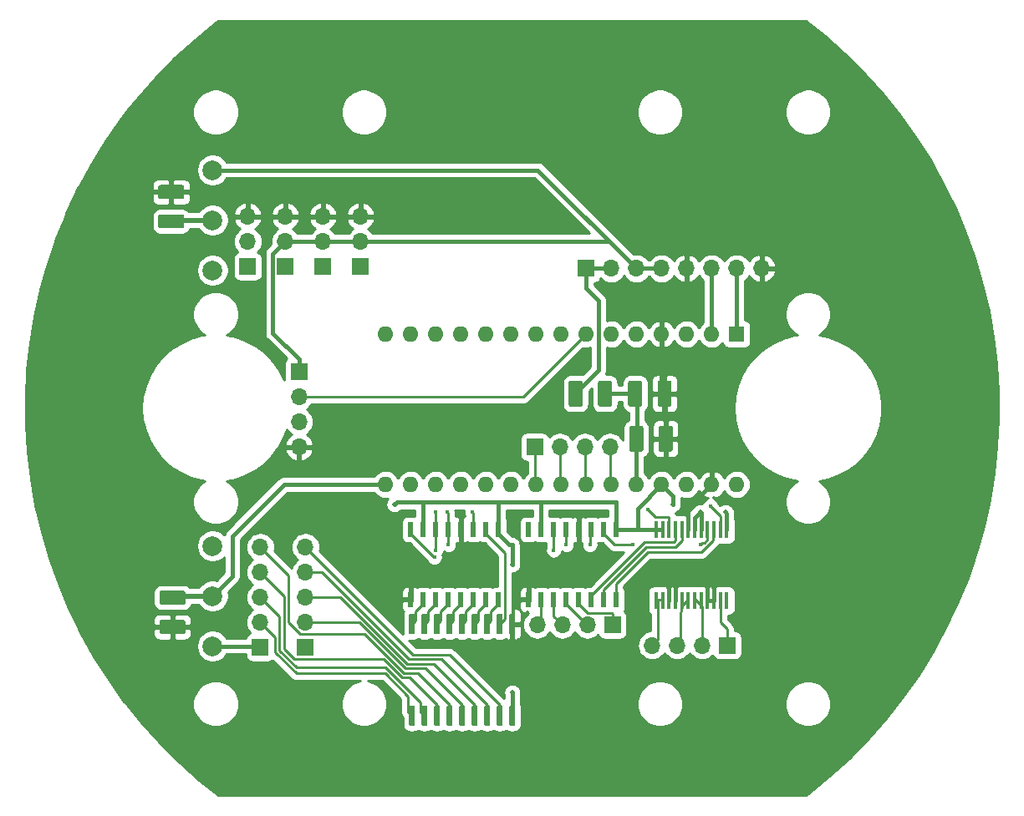
<source format=gbr>
G04 #@! TF.GenerationSoftware,KiCad,Pcbnew,(5.1.4-0-10_14)*
G04 #@! TF.CreationDate,2020-02-23T16:46:41+00:00*
G04 #@! TF.ProjectId,Bottom PCB,426f7474-6f6d-4205-9043-422e6b696361,rev?*
G04 #@! TF.SameCoordinates,Original*
G04 #@! TF.FileFunction,Copper,L2,Bot*
G04 #@! TF.FilePolarity,Positive*
%FSLAX46Y46*%
G04 Gerber Fmt 4.6, Leading zero omitted, Abs format (unit mm)*
G04 Created by KiCad (PCBNEW (5.1.4-0-10_14)) date 2020-02-23 16:46:41*
%MOMM*%
%LPD*%
G04 APERTURE LIST*
%ADD10O,1.700000X1.700000*%
%ADD11R,1.700000X1.700000*%
%ADD12O,1.600000X1.600000*%
%ADD13R,1.600000X1.600000*%
%ADD14C,0.100000*%
%ADD15C,0.600000*%
%ADD16R,0.450000X1.750000*%
%ADD17C,1.425000*%
%ADD18R,0.600000X1.500000*%
%ADD19C,2.000000*%
%ADD20C,0.500000*%
%ADD21C,0.400000*%
%ADD22C,0.400000*%
%ADD23C,0.500000*%
%ADD24C,0.250000*%
%ADD25C,0.254000*%
G04 APERTURE END LIST*
D10*
X159004000Y-93472000D03*
X156464000Y-93472000D03*
X153924000Y-93472000D03*
D11*
X151384000Y-93472000D03*
D10*
X151638000Y-111506000D03*
X154178000Y-111506000D03*
X156718000Y-111506000D03*
D11*
X159258000Y-111506000D03*
D12*
X136271000Y-97282000D03*
X136271000Y-82042000D03*
X171831000Y-97282000D03*
X138811000Y-82042000D03*
X169291000Y-97282000D03*
X141351000Y-82042000D03*
X166751000Y-97282000D03*
X143891000Y-82042000D03*
X164211000Y-97282000D03*
X146431000Y-82042000D03*
X161671000Y-97282000D03*
X148971000Y-82042000D03*
X159131000Y-97282000D03*
X151511000Y-82042000D03*
X156591000Y-97282000D03*
X154051000Y-82042000D03*
X154051000Y-97282000D03*
X156591000Y-82042000D03*
X151511000Y-97282000D03*
X159131000Y-82042000D03*
X148971000Y-97282000D03*
X161671000Y-82042000D03*
X146431000Y-97282000D03*
X164211000Y-82042000D03*
X143891000Y-97282000D03*
X166751000Y-82042000D03*
X141351000Y-97282000D03*
X169291000Y-82042000D03*
X138811000Y-97282000D03*
D13*
X171831000Y-82042000D03*
D14*
G36*
X139102703Y-119703722D02*
G01*
X139117264Y-119705882D01*
X139131543Y-119709459D01*
X139145403Y-119714418D01*
X139158710Y-119720712D01*
X139171336Y-119728280D01*
X139183159Y-119737048D01*
X139194066Y-119746934D01*
X139203952Y-119757841D01*
X139212720Y-119769664D01*
X139220288Y-119782290D01*
X139226582Y-119795597D01*
X139231541Y-119809457D01*
X139235118Y-119823736D01*
X139237278Y-119838297D01*
X139238000Y-119853000D01*
X139238000Y-121603000D01*
X139237278Y-121617703D01*
X139235118Y-121632264D01*
X139231541Y-121646543D01*
X139226582Y-121660403D01*
X139220288Y-121673710D01*
X139212720Y-121686336D01*
X139203952Y-121698159D01*
X139194066Y-121709066D01*
X139183159Y-121718952D01*
X139171336Y-121727720D01*
X139158710Y-121735288D01*
X139145403Y-121741582D01*
X139131543Y-121746541D01*
X139117264Y-121750118D01*
X139102703Y-121752278D01*
X139088000Y-121753000D01*
X138788000Y-121753000D01*
X138773297Y-121752278D01*
X138758736Y-121750118D01*
X138744457Y-121746541D01*
X138730597Y-121741582D01*
X138717290Y-121735288D01*
X138704664Y-121727720D01*
X138692841Y-121718952D01*
X138681934Y-121709066D01*
X138672048Y-121698159D01*
X138663280Y-121686336D01*
X138655712Y-121673710D01*
X138649418Y-121660403D01*
X138644459Y-121646543D01*
X138640882Y-121632264D01*
X138638722Y-121617703D01*
X138638000Y-121603000D01*
X138638000Y-119853000D01*
X138638722Y-119838297D01*
X138640882Y-119823736D01*
X138644459Y-119809457D01*
X138649418Y-119795597D01*
X138655712Y-119782290D01*
X138663280Y-119769664D01*
X138672048Y-119757841D01*
X138681934Y-119746934D01*
X138692841Y-119737048D01*
X138704664Y-119728280D01*
X138717290Y-119720712D01*
X138730597Y-119714418D01*
X138744457Y-119709459D01*
X138758736Y-119705882D01*
X138773297Y-119703722D01*
X138788000Y-119703000D01*
X139088000Y-119703000D01*
X139102703Y-119703722D01*
X139102703Y-119703722D01*
G37*
D15*
X138938000Y-120728000D03*
D14*
G36*
X140372703Y-119703722D02*
G01*
X140387264Y-119705882D01*
X140401543Y-119709459D01*
X140415403Y-119714418D01*
X140428710Y-119720712D01*
X140441336Y-119728280D01*
X140453159Y-119737048D01*
X140464066Y-119746934D01*
X140473952Y-119757841D01*
X140482720Y-119769664D01*
X140490288Y-119782290D01*
X140496582Y-119795597D01*
X140501541Y-119809457D01*
X140505118Y-119823736D01*
X140507278Y-119838297D01*
X140508000Y-119853000D01*
X140508000Y-121603000D01*
X140507278Y-121617703D01*
X140505118Y-121632264D01*
X140501541Y-121646543D01*
X140496582Y-121660403D01*
X140490288Y-121673710D01*
X140482720Y-121686336D01*
X140473952Y-121698159D01*
X140464066Y-121709066D01*
X140453159Y-121718952D01*
X140441336Y-121727720D01*
X140428710Y-121735288D01*
X140415403Y-121741582D01*
X140401543Y-121746541D01*
X140387264Y-121750118D01*
X140372703Y-121752278D01*
X140358000Y-121753000D01*
X140058000Y-121753000D01*
X140043297Y-121752278D01*
X140028736Y-121750118D01*
X140014457Y-121746541D01*
X140000597Y-121741582D01*
X139987290Y-121735288D01*
X139974664Y-121727720D01*
X139962841Y-121718952D01*
X139951934Y-121709066D01*
X139942048Y-121698159D01*
X139933280Y-121686336D01*
X139925712Y-121673710D01*
X139919418Y-121660403D01*
X139914459Y-121646543D01*
X139910882Y-121632264D01*
X139908722Y-121617703D01*
X139908000Y-121603000D01*
X139908000Y-119853000D01*
X139908722Y-119838297D01*
X139910882Y-119823736D01*
X139914459Y-119809457D01*
X139919418Y-119795597D01*
X139925712Y-119782290D01*
X139933280Y-119769664D01*
X139942048Y-119757841D01*
X139951934Y-119746934D01*
X139962841Y-119737048D01*
X139974664Y-119728280D01*
X139987290Y-119720712D01*
X140000597Y-119714418D01*
X140014457Y-119709459D01*
X140028736Y-119705882D01*
X140043297Y-119703722D01*
X140058000Y-119703000D01*
X140358000Y-119703000D01*
X140372703Y-119703722D01*
X140372703Y-119703722D01*
G37*
D15*
X140208000Y-120728000D03*
D14*
G36*
X141642703Y-119703722D02*
G01*
X141657264Y-119705882D01*
X141671543Y-119709459D01*
X141685403Y-119714418D01*
X141698710Y-119720712D01*
X141711336Y-119728280D01*
X141723159Y-119737048D01*
X141734066Y-119746934D01*
X141743952Y-119757841D01*
X141752720Y-119769664D01*
X141760288Y-119782290D01*
X141766582Y-119795597D01*
X141771541Y-119809457D01*
X141775118Y-119823736D01*
X141777278Y-119838297D01*
X141778000Y-119853000D01*
X141778000Y-121603000D01*
X141777278Y-121617703D01*
X141775118Y-121632264D01*
X141771541Y-121646543D01*
X141766582Y-121660403D01*
X141760288Y-121673710D01*
X141752720Y-121686336D01*
X141743952Y-121698159D01*
X141734066Y-121709066D01*
X141723159Y-121718952D01*
X141711336Y-121727720D01*
X141698710Y-121735288D01*
X141685403Y-121741582D01*
X141671543Y-121746541D01*
X141657264Y-121750118D01*
X141642703Y-121752278D01*
X141628000Y-121753000D01*
X141328000Y-121753000D01*
X141313297Y-121752278D01*
X141298736Y-121750118D01*
X141284457Y-121746541D01*
X141270597Y-121741582D01*
X141257290Y-121735288D01*
X141244664Y-121727720D01*
X141232841Y-121718952D01*
X141221934Y-121709066D01*
X141212048Y-121698159D01*
X141203280Y-121686336D01*
X141195712Y-121673710D01*
X141189418Y-121660403D01*
X141184459Y-121646543D01*
X141180882Y-121632264D01*
X141178722Y-121617703D01*
X141178000Y-121603000D01*
X141178000Y-119853000D01*
X141178722Y-119838297D01*
X141180882Y-119823736D01*
X141184459Y-119809457D01*
X141189418Y-119795597D01*
X141195712Y-119782290D01*
X141203280Y-119769664D01*
X141212048Y-119757841D01*
X141221934Y-119746934D01*
X141232841Y-119737048D01*
X141244664Y-119728280D01*
X141257290Y-119720712D01*
X141270597Y-119714418D01*
X141284457Y-119709459D01*
X141298736Y-119705882D01*
X141313297Y-119703722D01*
X141328000Y-119703000D01*
X141628000Y-119703000D01*
X141642703Y-119703722D01*
X141642703Y-119703722D01*
G37*
D15*
X141478000Y-120728000D03*
D14*
G36*
X142912703Y-119703722D02*
G01*
X142927264Y-119705882D01*
X142941543Y-119709459D01*
X142955403Y-119714418D01*
X142968710Y-119720712D01*
X142981336Y-119728280D01*
X142993159Y-119737048D01*
X143004066Y-119746934D01*
X143013952Y-119757841D01*
X143022720Y-119769664D01*
X143030288Y-119782290D01*
X143036582Y-119795597D01*
X143041541Y-119809457D01*
X143045118Y-119823736D01*
X143047278Y-119838297D01*
X143048000Y-119853000D01*
X143048000Y-121603000D01*
X143047278Y-121617703D01*
X143045118Y-121632264D01*
X143041541Y-121646543D01*
X143036582Y-121660403D01*
X143030288Y-121673710D01*
X143022720Y-121686336D01*
X143013952Y-121698159D01*
X143004066Y-121709066D01*
X142993159Y-121718952D01*
X142981336Y-121727720D01*
X142968710Y-121735288D01*
X142955403Y-121741582D01*
X142941543Y-121746541D01*
X142927264Y-121750118D01*
X142912703Y-121752278D01*
X142898000Y-121753000D01*
X142598000Y-121753000D01*
X142583297Y-121752278D01*
X142568736Y-121750118D01*
X142554457Y-121746541D01*
X142540597Y-121741582D01*
X142527290Y-121735288D01*
X142514664Y-121727720D01*
X142502841Y-121718952D01*
X142491934Y-121709066D01*
X142482048Y-121698159D01*
X142473280Y-121686336D01*
X142465712Y-121673710D01*
X142459418Y-121660403D01*
X142454459Y-121646543D01*
X142450882Y-121632264D01*
X142448722Y-121617703D01*
X142448000Y-121603000D01*
X142448000Y-119853000D01*
X142448722Y-119838297D01*
X142450882Y-119823736D01*
X142454459Y-119809457D01*
X142459418Y-119795597D01*
X142465712Y-119782290D01*
X142473280Y-119769664D01*
X142482048Y-119757841D01*
X142491934Y-119746934D01*
X142502841Y-119737048D01*
X142514664Y-119728280D01*
X142527290Y-119720712D01*
X142540597Y-119714418D01*
X142554457Y-119709459D01*
X142568736Y-119705882D01*
X142583297Y-119703722D01*
X142598000Y-119703000D01*
X142898000Y-119703000D01*
X142912703Y-119703722D01*
X142912703Y-119703722D01*
G37*
D15*
X142748000Y-120728000D03*
D14*
G36*
X144182703Y-119703722D02*
G01*
X144197264Y-119705882D01*
X144211543Y-119709459D01*
X144225403Y-119714418D01*
X144238710Y-119720712D01*
X144251336Y-119728280D01*
X144263159Y-119737048D01*
X144274066Y-119746934D01*
X144283952Y-119757841D01*
X144292720Y-119769664D01*
X144300288Y-119782290D01*
X144306582Y-119795597D01*
X144311541Y-119809457D01*
X144315118Y-119823736D01*
X144317278Y-119838297D01*
X144318000Y-119853000D01*
X144318000Y-121603000D01*
X144317278Y-121617703D01*
X144315118Y-121632264D01*
X144311541Y-121646543D01*
X144306582Y-121660403D01*
X144300288Y-121673710D01*
X144292720Y-121686336D01*
X144283952Y-121698159D01*
X144274066Y-121709066D01*
X144263159Y-121718952D01*
X144251336Y-121727720D01*
X144238710Y-121735288D01*
X144225403Y-121741582D01*
X144211543Y-121746541D01*
X144197264Y-121750118D01*
X144182703Y-121752278D01*
X144168000Y-121753000D01*
X143868000Y-121753000D01*
X143853297Y-121752278D01*
X143838736Y-121750118D01*
X143824457Y-121746541D01*
X143810597Y-121741582D01*
X143797290Y-121735288D01*
X143784664Y-121727720D01*
X143772841Y-121718952D01*
X143761934Y-121709066D01*
X143752048Y-121698159D01*
X143743280Y-121686336D01*
X143735712Y-121673710D01*
X143729418Y-121660403D01*
X143724459Y-121646543D01*
X143720882Y-121632264D01*
X143718722Y-121617703D01*
X143718000Y-121603000D01*
X143718000Y-119853000D01*
X143718722Y-119838297D01*
X143720882Y-119823736D01*
X143724459Y-119809457D01*
X143729418Y-119795597D01*
X143735712Y-119782290D01*
X143743280Y-119769664D01*
X143752048Y-119757841D01*
X143761934Y-119746934D01*
X143772841Y-119737048D01*
X143784664Y-119728280D01*
X143797290Y-119720712D01*
X143810597Y-119714418D01*
X143824457Y-119709459D01*
X143838736Y-119705882D01*
X143853297Y-119703722D01*
X143868000Y-119703000D01*
X144168000Y-119703000D01*
X144182703Y-119703722D01*
X144182703Y-119703722D01*
G37*
D15*
X144018000Y-120728000D03*
D14*
G36*
X145452703Y-119703722D02*
G01*
X145467264Y-119705882D01*
X145481543Y-119709459D01*
X145495403Y-119714418D01*
X145508710Y-119720712D01*
X145521336Y-119728280D01*
X145533159Y-119737048D01*
X145544066Y-119746934D01*
X145553952Y-119757841D01*
X145562720Y-119769664D01*
X145570288Y-119782290D01*
X145576582Y-119795597D01*
X145581541Y-119809457D01*
X145585118Y-119823736D01*
X145587278Y-119838297D01*
X145588000Y-119853000D01*
X145588000Y-121603000D01*
X145587278Y-121617703D01*
X145585118Y-121632264D01*
X145581541Y-121646543D01*
X145576582Y-121660403D01*
X145570288Y-121673710D01*
X145562720Y-121686336D01*
X145553952Y-121698159D01*
X145544066Y-121709066D01*
X145533159Y-121718952D01*
X145521336Y-121727720D01*
X145508710Y-121735288D01*
X145495403Y-121741582D01*
X145481543Y-121746541D01*
X145467264Y-121750118D01*
X145452703Y-121752278D01*
X145438000Y-121753000D01*
X145138000Y-121753000D01*
X145123297Y-121752278D01*
X145108736Y-121750118D01*
X145094457Y-121746541D01*
X145080597Y-121741582D01*
X145067290Y-121735288D01*
X145054664Y-121727720D01*
X145042841Y-121718952D01*
X145031934Y-121709066D01*
X145022048Y-121698159D01*
X145013280Y-121686336D01*
X145005712Y-121673710D01*
X144999418Y-121660403D01*
X144994459Y-121646543D01*
X144990882Y-121632264D01*
X144988722Y-121617703D01*
X144988000Y-121603000D01*
X144988000Y-119853000D01*
X144988722Y-119838297D01*
X144990882Y-119823736D01*
X144994459Y-119809457D01*
X144999418Y-119795597D01*
X145005712Y-119782290D01*
X145013280Y-119769664D01*
X145022048Y-119757841D01*
X145031934Y-119746934D01*
X145042841Y-119737048D01*
X145054664Y-119728280D01*
X145067290Y-119720712D01*
X145080597Y-119714418D01*
X145094457Y-119709459D01*
X145108736Y-119705882D01*
X145123297Y-119703722D01*
X145138000Y-119703000D01*
X145438000Y-119703000D01*
X145452703Y-119703722D01*
X145452703Y-119703722D01*
G37*
D15*
X145288000Y-120728000D03*
D14*
G36*
X146722703Y-119703722D02*
G01*
X146737264Y-119705882D01*
X146751543Y-119709459D01*
X146765403Y-119714418D01*
X146778710Y-119720712D01*
X146791336Y-119728280D01*
X146803159Y-119737048D01*
X146814066Y-119746934D01*
X146823952Y-119757841D01*
X146832720Y-119769664D01*
X146840288Y-119782290D01*
X146846582Y-119795597D01*
X146851541Y-119809457D01*
X146855118Y-119823736D01*
X146857278Y-119838297D01*
X146858000Y-119853000D01*
X146858000Y-121603000D01*
X146857278Y-121617703D01*
X146855118Y-121632264D01*
X146851541Y-121646543D01*
X146846582Y-121660403D01*
X146840288Y-121673710D01*
X146832720Y-121686336D01*
X146823952Y-121698159D01*
X146814066Y-121709066D01*
X146803159Y-121718952D01*
X146791336Y-121727720D01*
X146778710Y-121735288D01*
X146765403Y-121741582D01*
X146751543Y-121746541D01*
X146737264Y-121750118D01*
X146722703Y-121752278D01*
X146708000Y-121753000D01*
X146408000Y-121753000D01*
X146393297Y-121752278D01*
X146378736Y-121750118D01*
X146364457Y-121746541D01*
X146350597Y-121741582D01*
X146337290Y-121735288D01*
X146324664Y-121727720D01*
X146312841Y-121718952D01*
X146301934Y-121709066D01*
X146292048Y-121698159D01*
X146283280Y-121686336D01*
X146275712Y-121673710D01*
X146269418Y-121660403D01*
X146264459Y-121646543D01*
X146260882Y-121632264D01*
X146258722Y-121617703D01*
X146258000Y-121603000D01*
X146258000Y-119853000D01*
X146258722Y-119838297D01*
X146260882Y-119823736D01*
X146264459Y-119809457D01*
X146269418Y-119795597D01*
X146275712Y-119782290D01*
X146283280Y-119769664D01*
X146292048Y-119757841D01*
X146301934Y-119746934D01*
X146312841Y-119737048D01*
X146324664Y-119728280D01*
X146337290Y-119720712D01*
X146350597Y-119714418D01*
X146364457Y-119709459D01*
X146378736Y-119705882D01*
X146393297Y-119703722D01*
X146408000Y-119703000D01*
X146708000Y-119703000D01*
X146722703Y-119703722D01*
X146722703Y-119703722D01*
G37*
D15*
X146558000Y-120728000D03*
D14*
G36*
X147992703Y-119703722D02*
G01*
X148007264Y-119705882D01*
X148021543Y-119709459D01*
X148035403Y-119714418D01*
X148048710Y-119720712D01*
X148061336Y-119728280D01*
X148073159Y-119737048D01*
X148084066Y-119746934D01*
X148093952Y-119757841D01*
X148102720Y-119769664D01*
X148110288Y-119782290D01*
X148116582Y-119795597D01*
X148121541Y-119809457D01*
X148125118Y-119823736D01*
X148127278Y-119838297D01*
X148128000Y-119853000D01*
X148128000Y-121603000D01*
X148127278Y-121617703D01*
X148125118Y-121632264D01*
X148121541Y-121646543D01*
X148116582Y-121660403D01*
X148110288Y-121673710D01*
X148102720Y-121686336D01*
X148093952Y-121698159D01*
X148084066Y-121709066D01*
X148073159Y-121718952D01*
X148061336Y-121727720D01*
X148048710Y-121735288D01*
X148035403Y-121741582D01*
X148021543Y-121746541D01*
X148007264Y-121750118D01*
X147992703Y-121752278D01*
X147978000Y-121753000D01*
X147678000Y-121753000D01*
X147663297Y-121752278D01*
X147648736Y-121750118D01*
X147634457Y-121746541D01*
X147620597Y-121741582D01*
X147607290Y-121735288D01*
X147594664Y-121727720D01*
X147582841Y-121718952D01*
X147571934Y-121709066D01*
X147562048Y-121698159D01*
X147553280Y-121686336D01*
X147545712Y-121673710D01*
X147539418Y-121660403D01*
X147534459Y-121646543D01*
X147530882Y-121632264D01*
X147528722Y-121617703D01*
X147528000Y-121603000D01*
X147528000Y-119853000D01*
X147528722Y-119838297D01*
X147530882Y-119823736D01*
X147534459Y-119809457D01*
X147539418Y-119795597D01*
X147545712Y-119782290D01*
X147553280Y-119769664D01*
X147562048Y-119757841D01*
X147571934Y-119746934D01*
X147582841Y-119737048D01*
X147594664Y-119728280D01*
X147607290Y-119720712D01*
X147620597Y-119714418D01*
X147634457Y-119709459D01*
X147648736Y-119705882D01*
X147663297Y-119703722D01*
X147678000Y-119703000D01*
X147978000Y-119703000D01*
X147992703Y-119703722D01*
X147992703Y-119703722D01*
G37*
D15*
X147828000Y-120728000D03*
D14*
G36*
X149262703Y-119703722D02*
G01*
X149277264Y-119705882D01*
X149291543Y-119709459D01*
X149305403Y-119714418D01*
X149318710Y-119720712D01*
X149331336Y-119728280D01*
X149343159Y-119737048D01*
X149354066Y-119746934D01*
X149363952Y-119757841D01*
X149372720Y-119769664D01*
X149380288Y-119782290D01*
X149386582Y-119795597D01*
X149391541Y-119809457D01*
X149395118Y-119823736D01*
X149397278Y-119838297D01*
X149398000Y-119853000D01*
X149398000Y-121603000D01*
X149397278Y-121617703D01*
X149395118Y-121632264D01*
X149391541Y-121646543D01*
X149386582Y-121660403D01*
X149380288Y-121673710D01*
X149372720Y-121686336D01*
X149363952Y-121698159D01*
X149354066Y-121709066D01*
X149343159Y-121718952D01*
X149331336Y-121727720D01*
X149318710Y-121735288D01*
X149305403Y-121741582D01*
X149291543Y-121746541D01*
X149277264Y-121750118D01*
X149262703Y-121752278D01*
X149248000Y-121753000D01*
X148948000Y-121753000D01*
X148933297Y-121752278D01*
X148918736Y-121750118D01*
X148904457Y-121746541D01*
X148890597Y-121741582D01*
X148877290Y-121735288D01*
X148864664Y-121727720D01*
X148852841Y-121718952D01*
X148841934Y-121709066D01*
X148832048Y-121698159D01*
X148823280Y-121686336D01*
X148815712Y-121673710D01*
X148809418Y-121660403D01*
X148804459Y-121646543D01*
X148800882Y-121632264D01*
X148798722Y-121617703D01*
X148798000Y-121603000D01*
X148798000Y-119853000D01*
X148798722Y-119838297D01*
X148800882Y-119823736D01*
X148804459Y-119809457D01*
X148809418Y-119795597D01*
X148815712Y-119782290D01*
X148823280Y-119769664D01*
X148832048Y-119757841D01*
X148841934Y-119746934D01*
X148852841Y-119737048D01*
X148864664Y-119728280D01*
X148877290Y-119720712D01*
X148890597Y-119714418D01*
X148904457Y-119709459D01*
X148918736Y-119705882D01*
X148933297Y-119703722D01*
X148948000Y-119703000D01*
X149248000Y-119703000D01*
X149262703Y-119703722D01*
X149262703Y-119703722D01*
G37*
D15*
X149098000Y-120728000D03*
D14*
G36*
X149262703Y-110403722D02*
G01*
X149277264Y-110405882D01*
X149291543Y-110409459D01*
X149305403Y-110414418D01*
X149318710Y-110420712D01*
X149331336Y-110428280D01*
X149343159Y-110437048D01*
X149354066Y-110446934D01*
X149363952Y-110457841D01*
X149372720Y-110469664D01*
X149380288Y-110482290D01*
X149386582Y-110495597D01*
X149391541Y-110509457D01*
X149395118Y-110523736D01*
X149397278Y-110538297D01*
X149398000Y-110553000D01*
X149398000Y-112303000D01*
X149397278Y-112317703D01*
X149395118Y-112332264D01*
X149391541Y-112346543D01*
X149386582Y-112360403D01*
X149380288Y-112373710D01*
X149372720Y-112386336D01*
X149363952Y-112398159D01*
X149354066Y-112409066D01*
X149343159Y-112418952D01*
X149331336Y-112427720D01*
X149318710Y-112435288D01*
X149305403Y-112441582D01*
X149291543Y-112446541D01*
X149277264Y-112450118D01*
X149262703Y-112452278D01*
X149248000Y-112453000D01*
X148948000Y-112453000D01*
X148933297Y-112452278D01*
X148918736Y-112450118D01*
X148904457Y-112446541D01*
X148890597Y-112441582D01*
X148877290Y-112435288D01*
X148864664Y-112427720D01*
X148852841Y-112418952D01*
X148841934Y-112409066D01*
X148832048Y-112398159D01*
X148823280Y-112386336D01*
X148815712Y-112373710D01*
X148809418Y-112360403D01*
X148804459Y-112346543D01*
X148800882Y-112332264D01*
X148798722Y-112317703D01*
X148798000Y-112303000D01*
X148798000Y-110553000D01*
X148798722Y-110538297D01*
X148800882Y-110523736D01*
X148804459Y-110509457D01*
X148809418Y-110495597D01*
X148815712Y-110482290D01*
X148823280Y-110469664D01*
X148832048Y-110457841D01*
X148841934Y-110446934D01*
X148852841Y-110437048D01*
X148864664Y-110428280D01*
X148877290Y-110420712D01*
X148890597Y-110414418D01*
X148904457Y-110409459D01*
X148918736Y-110405882D01*
X148933297Y-110403722D01*
X148948000Y-110403000D01*
X149248000Y-110403000D01*
X149262703Y-110403722D01*
X149262703Y-110403722D01*
G37*
D15*
X149098000Y-111428000D03*
D14*
G36*
X147992703Y-110403722D02*
G01*
X148007264Y-110405882D01*
X148021543Y-110409459D01*
X148035403Y-110414418D01*
X148048710Y-110420712D01*
X148061336Y-110428280D01*
X148073159Y-110437048D01*
X148084066Y-110446934D01*
X148093952Y-110457841D01*
X148102720Y-110469664D01*
X148110288Y-110482290D01*
X148116582Y-110495597D01*
X148121541Y-110509457D01*
X148125118Y-110523736D01*
X148127278Y-110538297D01*
X148128000Y-110553000D01*
X148128000Y-112303000D01*
X148127278Y-112317703D01*
X148125118Y-112332264D01*
X148121541Y-112346543D01*
X148116582Y-112360403D01*
X148110288Y-112373710D01*
X148102720Y-112386336D01*
X148093952Y-112398159D01*
X148084066Y-112409066D01*
X148073159Y-112418952D01*
X148061336Y-112427720D01*
X148048710Y-112435288D01*
X148035403Y-112441582D01*
X148021543Y-112446541D01*
X148007264Y-112450118D01*
X147992703Y-112452278D01*
X147978000Y-112453000D01*
X147678000Y-112453000D01*
X147663297Y-112452278D01*
X147648736Y-112450118D01*
X147634457Y-112446541D01*
X147620597Y-112441582D01*
X147607290Y-112435288D01*
X147594664Y-112427720D01*
X147582841Y-112418952D01*
X147571934Y-112409066D01*
X147562048Y-112398159D01*
X147553280Y-112386336D01*
X147545712Y-112373710D01*
X147539418Y-112360403D01*
X147534459Y-112346543D01*
X147530882Y-112332264D01*
X147528722Y-112317703D01*
X147528000Y-112303000D01*
X147528000Y-110553000D01*
X147528722Y-110538297D01*
X147530882Y-110523736D01*
X147534459Y-110509457D01*
X147539418Y-110495597D01*
X147545712Y-110482290D01*
X147553280Y-110469664D01*
X147562048Y-110457841D01*
X147571934Y-110446934D01*
X147582841Y-110437048D01*
X147594664Y-110428280D01*
X147607290Y-110420712D01*
X147620597Y-110414418D01*
X147634457Y-110409459D01*
X147648736Y-110405882D01*
X147663297Y-110403722D01*
X147678000Y-110403000D01*
X147978000Y-110403000D01*
X147992703Y-110403722D01*
X147992703Y-110403722D01*
G37*
D15*
X147828000Y-111428000D03*
D14*
G36*
X146722703Y-110403722D02*
G01*
X146737264Y-110405882D01*
X146751543Y-110409459D01*
X146765403Y-110414418D01*
X146778710Y-110420712D01*
X146791336Y-110428280D01*
X146803159Y-110437048D01*
X146814066Y-110446934D01*
X146823952Y-110457841D01*
X146832720Y-110469664D01*
X146840288Y-110482290D01*
X146846582Y-110495597D01*
X146851541Y-110509457D01*
X146855118Y-110523736D01*
X146857278Y-110538297D01*
X146858000Y-110553000D01*
X146858000Y-112303000D01*
X146857278Y-112317703D01*
X146855118Y-112332264D01*
X146851541Y-112346543D01*
X146846582Y-112360403D01*
X146840288Y-112373710D01*
X146832720Y-112386336D01*
X146823952Y-112398159D01*
X146814066Y-112409066D01*
X146803159Y-112418952D01*
X146791336Y-112427720D01*
X146778710Y-112435288D01*
X146765403Y-112441582D01*
X146751543Y-112446541D01*
X146737264Y-112450118D01*
X146722703Y-112452278D01*
X146708000Y-112453000D01*
X146408000Y-112453000D01*
X146393297Y-112452278D01*
X146378736Y-112450118D01*
X146364457Y-112446541D01*
X146350597Y-112441582D01*
X146337290Y-112435288D01*
X146324664Y-112427720D01*
X146312841Y-112418952D01*
X146301934Y-112409066D01*
X146292048Y-112398159D01*
X146283280Y-112386336D01*
X146275712Y-112373710D01*
X146269418Y-112360403D01*
X146264459Y-112346543D01*
X146260882Y-112332264D01*
X146258722Y-112317703D01*
X146258000Y-112303000D01*
X146258000Y-110553000D01*
X146258722Y-110538297D01*
X146260882Y-110523736D01*
X146264459Y-110509457D01*
X146269418Y-110495597D01*
X146275712Y-110482290D01*
X146283280Y-110469664D01*
X146292048Y-110457841D01*
X146301934Y-110446934D01*
X146312841Y-110437048D01*
X146324664Y-110428280D01*
X146337290Y-110420712D01*
X146350597Y-110414418D01*
X146364457Y-110409459D01*
X146378736Y-110405882D01*
X146393297Y-110403722D01*
X146408000Y-110403000D01*
X146708000Y-110403000D01*
X146722703Y-110403722D01*
X146722703Y-110403722D01*
G37*
D15*
X146558000Y-111428000D03*
D14*
G36*
X145452703Y-110403722D02*
G01*
X145467264Y-110405882D01*
X145481543Y-110409459D01*
X145495403Y-110414418D01*
X145508710Y-110420712D01*
X145521336Y-110428280D01*
X145533159Y-110437048D01*
X145544066Y-110446934D01*
X145553952Y-110457841D01*
X145562720Y-110469664D01*
X145570288Y-110482290D01*
X145576582Y-110495597D01*
X145581541Y-110509457D01*
X145585118Y-110523736D01*
X145587278Y-110538297D01*
X145588000Y-110553000D01*
X145588000Y-112303000D01*
X145587278Y-112317703D01*
X145585118Y-112332264D01*
X145581541Y-112346543D01*
X145576582Y-112360403D01*
X145570288Y-112373710D01*
X145562720Y-112386336D01*
X145553952Y-112398159D01*
X145544066Y-112409066D01*
X145533159Y-112418952D01*
X145521336Y-112427720D01*
X145508710Y-112435288D01*
X145495403Y-112441582D01*
X145481543Y-112446541D01*
X145467264Y-112450118D01*
X145452703Y-112452278D01*
X145438000Y-112453000D01*
X145138000Y-112453000D01*
X145123297Y-112452278D01*
X145108736Y-112450118D01*
X145094457Y-112446541D01*
X145080597Y-112441582D01*
X145067290Y-112435288D01*
X145054664Y-112427720D01*
X145042841Y-112418952D01*
X145031934Y-112409066D01*
X145022048Y-112398159D01*
X145013280Y-112386336D01*
X145005712Y-112373710D01*
X144999418Y-112360403D01*
X144994459Y-112346543D01*
X144990882Y-112332264D01*
X144988722Y-112317703D01*
X144988000Y-112303000D01*
X144988000Y-110553000D01*
X144988722Y-110538297D01*
X144990882Y-110523736D01*
X144994459Y-110509457D01*
X144999418Y-110495597D01*
X145005712Y-110482290D01*
X145013280Y-110469664D01*
X145022048Y-110457841D01*
X145031934Y-110446934D01*
X145042841Y-110437048D01*
X145054664Y-110428280D01*
X145067290Y-110420712D01*
X145080597Y-110414418D01*
X145094457Y-110409459D01*
X145108736Y-110405882D01*
X145123297Y-110403722D01*
X145138000Y-110403000D01*
X145438000Y-110403000D01*
X145452703Y-110403722D01*
X145452703Y-110403722D01*
G37*
D15*
X145288000Y-111428000D03*
D14*
G36*
X144182703Y-110403722D02*
G01*
X144197264Y-110405882D01*
X144211543Y-110409459D01*
X144225403Y-110414418D01*
X144238710Y-110420712D01*
X144251336Y-110428280D01*
X144263159Y-110437048D01*
X144274066Y-110446934D01*
X144283952Y-110457841D01*
X144292720Y-110469664D01*
X144300288Y-110482290D01*
X144306582Y-110495597D01*
X144311541Y-110509457D01*
X144315118Y-110523736D01*
X144317278Y-110538297D01*
X144318000Y-110553000D01*
X144318000Y-112303000D01*
X144317278Y-112317703D01*
X144315118Y-112332264D01*
X144311541Y-112346543D01*
X144306582Y-112360403D01*
X144300288Y-112373710D01*
X144292720Y-112386336D01*
X144283952Y-112398159D01*
X144274066Y-112409066D01*
X144263159Y-112418952D01*
X144251336Y-112427720D01*
X144238710Y-112435288D01*
X144225403Y-112441582D01*
X144211543Y-112446541D01*
X144197264Y-112450118D01*
X144182703Y-112452278D01*
X144168000Y-112453000D01*
X143868000Y-112453000D01*
X143853297Y-112452278D01*
X143838736Y-112450118D01*
X143824457Y-112446541D01*
X143810597Y-112441582D01*
X143797290Y-112435288D01*
X143784664Y-112427720D01*
X143772841Y-112418952D01*
X143761934Y-112409066D01*
X143752048Y-112398159D01*
X143743280Y-112386336D01*
X143735712Y-112373710D01*
X143729418Y-112360403D01*
X143724459Y-112346543D01*
X143720882Y-112332264D01*
X143718722Y-112317703D01*
X143718000Y-112303000D01*
X143718000Y-110553000D01*
X143718722Y-110538297D01*
X143720882Y-110523736D01*
X143724459Y-110509457D01*
X143729418Y-110495597D01*
X143735712Y-110482290D01*
X143743280Y-110469664D01*
X143752048Y-110457841D01*
X143761934Y-110446934D01*
X143772841Y-110437048D01*
X143784664Y-110428280D01*
X143797290Y-110420712D01*
X143810597Y-110414418D01*
X143824457Y-110409459D01*
X143838736Y-110405882D01*
X143853297Y-110403722D01*
X143868000Y-110403000D01*
X144168000Y-110403000D01*
X144182703Y-110403722D01*
X144182703Y-110403722D01*
G37*
D15*
X144018000Y-111428000D03*
D14*
G36*
X142912703Y-110403722D02*
G01*
X142927264Y-110405882D01*
X142941543Y-110409459D01*
X142955403Y-110414418D01*
X142968710Y-110420712D01*
X142981336Y-110428280D01*
X142993159Y-110437048D01*
X143004066Y-110446934D01*
X143013952Y-110457841D01*
X143022720Y-110469664D01*
X143030288Y-110482290D01*
X143036582Y-110495597D01*
X143041541Y-110509457D01*
X143045118Y-110523736D01*
X143047278Y-110538297D01*
X143048000Y-110553000D01*
X143048000Y-112303000D01*
X143047278Y-112317703D01*
X143045118Y-112332264D01*
X143041541Y-112346543D01*
X143036582Y-112360403D01*
X143030288Y-112373710D01*
X143022720Y-112386336D01*
X143013952Y-112398159D01*
X143004066Y-112409066D01*
X142993159Y-112418952D01*
X142981336Y-112427720D01*
X142968710Y-112435288D01*
X142955403Y-112441582D01*
X142941543Y-112446541D01*
X142927264Y-112450118D01*
X142912703Y-112452278D01*
X142898000Y-112453000D01*
X142598000Y-112453000D01*
X142583297Y-112452278D01*
X142568736Y-112450118D01*
X142554457Y-112446541D01*
X142540597Y-112441582D01*
X142527290Y-112435288D01*
X142514664Y-112427720D01*
X142502841Y-112418952D01*
X142491934Y-112409066D01*
X142482048Y-112398159D01*
X142473280Y-112386336D01*
X142465712Y-112373710D01*
X142459418Y-112360403D01*
X142454459Y-112346543D01*
X142450882Y-112332264D01*
X142448722Y-112317703D01*
X142448000Y-112303000D01*
X142448000Y-110553000D01*
X142448722Y-110538297D01*
X142450882Y-110523736D01*
X142454459Y-110509457D01*
X142459418Y-110495597D01*
X142465712Y-110482290D01*
X142473280Y-110469664D01*
X142482048Y-110457841D01*
X142491934Y-110446934D01*
X142502841Y-110437048D01*
X142514664Y-110428280D01*
X142527290Y-110420712D01*
X142540597Y-110414418D01*
X142554457Y-110409459D01*
X142568736Y-110405882D01*
X142583297Y-110403722D01*
X142598000Y-110403000D01*
X142898000Y-110403000D01*
X142912703Y-110403722D01*
X142912703Y-110403722D01*
G37*
D15*
X142748000Y-111428000D03*
D14*
G36*
X141642703Y-110403722D02*
G01*
X141657264Y-110405882D01*
X141671543Y-110409459D01*
X141685403Y-110414418D01*
X141698710Y-110420712D01*
X141711336Y-110428280D01*
X141723159Y-110437048D01*
X141734066Y-110446934D01*
X141743952Y-110457841D01*
X141752720Y-110469664D01*
X141760288Y-110482290D01*
X141766582Y-110495597D01*
X141771541Y-110509457D01*
X141775118Y-110523736D01*
X141777278Y-110538297D01*
X141778000Y-110553000D01*
X141778000Y-112303000D01*
X141777278Y-112317703D01*
X141775118Y-112332264D01*
X141771541Y-112346543D01*
X141766582Y-112360403D01*
X141760288Y-112373710D01*
X141752720Y-112386336D01*
X141743952Y-112398159D01*
X141734066Y-112409066D01*
X141723159Y-112418952D01*
X141711336Y-112427720D01*
X141698710Y-112435288D01*
X141685403Y-112441582D01*
X141671543Y-112446541D01*
X141657264Y-112450118D01*
X141642703Y-112452278D01*
X141628000Y-112453000D01*
X141328000Y-112453000D01*
X141313297Y-112452278D01*
X141298736Y-112450118D01*
X141284457Y-112446541D01*
X141270597Y-112441582D01*
X141257290Y-112435288D01*
X141244664Y-112427720D01*
X141232841Y-112418952D01*
X141221934Y-112409066D01*
X141212048Y-112398159D01*
X141203280Y-112386336D01*
X141195712Y-112373710D01*
X141189418Y-112360403D01*
X141184459Y-112346543D01*
X141180882Y-112332264D01*
X141178722Y-112317703D01*
X141178000Y-112303000D01*
X141178000Y-110553000D01*
X141178722Y-110538297D01*
X141180882Y-110523736D01*
X141184459Y-110509457D01*
X141189418Y-110495597D01*
X141195712Y-110482290D01*
X141203280Y-110469664D01*
X141212048Y-110457841D01*
X141221934Y-110446934D01*
X141232841Y-110437048D01*
X141244664Y-110428280D01*
X141257290Y-110420712D01*
X141270597Y-110414418D01*
X141284457Y-110409459D01*
X141298736Y-110405882D01*
X141313297Y-110403722D01*
X141328000Y-110403000D01*
X141628000Y-110403000D01*
X141642703Y-110403722D01*
X141642703Y-110403722D01*
G37*
D15*
X141478000Y-111428000D03*
D14*
G36*
X140372703Y-110403722D02*
G01*
X140387264Y-110405882D01*
X140401543Y-110409459D01*
X140415403Y-110414418D01*
X140428710Y-110420712D01*
X140441336Y-110428280D01*
X140453159Y-110437048D01*
X140464066Y-110446934D01*
X140473952Y-110457841D01*
X140482720Y-110469664D01*
X140490288Y-110482290D01*
X140496582Y-110495597D01*
X140501541Y-110509457D01*
X140505118Y-110523736D01*
X140507278Y-110538297D01*
X140508000Y-110553000D01*
X140508000Y-112303000D01*
X140507278Y-112317703D01*
X140505118Y-112332264D01*
X140501541Y-112346543D01*
X140496582Y-112360403D01*
X140490288Y-112373710D01*
X140482720Y-112386336D01*
X140473952Y-112398159D01*
X140464066Y-112409066D01*
X140453159Y-112418952D01*
X140441336Y-112427720D01*
X140428710Y-112435288D01*
X140415403Y-112441582D01*
X140401543Y-112446541D01*
X140387264Y-112450118D01*
X140372703Y-112452278D01*
X140358000Y-112453000D01*
X140058000Y-112453000D01*
X140043297Y-112452278D01*
X140028736Y-112450118D01*
X140014457Y-112446541D01*
X140000597Y-112441582D01*
X139987290Y-112435288D01*
X139974664Y-112427720D01*
X139962841Y-112418952D01*
X139951934Y-112409066D01*
X139942048Y-112398159D01*
X139933280Y-112386336D01*
X139925712Y-112373710D01*
X139919418Y-112360403D01*
X139914459Y-112346543D01*
X139910882Y-112332264D01*
X139908722Y-112317703D01*
X139908000Y-112303000D01*
X139908000Y-110553000D01*
X139908722Y-110538297D01*
X139910882Y-110523736D01*
X139914459Y-110509457D01*
X139919418Y-110495597D01*
X139925712Y-110482290D01*
X139933280Y-110469664D01*
X139942048Y-110457841D01*
X139951934Y-110446934D01*
X139962841Y-110437048D01*
X139974664Y-110428280D01*
X139987290Y-110420712D01*
X140000597Y-110414418D01*
X140014457Y-110409459D01*
X140028736Y-110405882D01*
X140043297Y-110403722D01*
X140058000Y-110403000D01*
X140358000Y-110403000D01*
X140372703Y-110403722D01*
X140372703Y-110403722D01*
G37*
D15*
X140208000Y-111428000D03*
D14*
G36*
X139102703Y-110403722D02*
G01*
X139117264Y-110405882D01*
X139131543Y-110409459D01*
X139145403Y-110414418D01*
X139158710Y-110420712D01*
X139171336Y-110428280D01*
X139183159Y-110437048D01*
X139194066Y-110446934D01*
X139203952Y-110457841D01*
X139212720Y-110469664D01*
X139220288Y-110482290D01*
X139226582Y-110495597D01*
X139231541Y-110509457D01*
X139235118Y-110523736D01*
X139237278Y-110538297D01*
X139238000Y-110553000D01*
X139238000Y-112303000D01*
X139237278Y-112317703D01*
X139235118Y-112332264D01*
X139231541Y-112346543D01*
X139226582Y-112360403D01*
X139220288Y-112373710D01*
X139212720Y-112386336D01*
X139203952Y-112398159D01*
X139194066Y-112409066D01*
X139183159Y-112418952D01*
X139171336Y-112427720D01*
X139158710Y-112435288D01*
X139145403Y-112441582D01*
X139131543Y-112446541D01*
X139117264Y-112450118D01*
X139102703Y-112452278D01*
X139088000Y-112453000D01*
X138788000Y-112453000D01*
X138773297Y-112452278D01*
X138758736Y-112450118D01*
X138744457Y-112446541D01*
X138730597Y-112441582D01*
X138717290Y-112435288D01*
X138704664Y-112427720D01*
X138692841Y-112418952D01*
X138681934Y-112409066D01*
X138672048Y-112398159D01*
X138663280Y-112386336D01*
X138655712Y-112373710D01*
X138649418Y-112360403D01*
X138644459Y-112346543D01*
X138640882Y-112332264D01*
X138638722Y-112317703D01*
X138638000Y-112303000D01*
X138638000Y-110553000D01*
X138638722Y-110538297D01*
X138640882Y-110523736D01*
X138644459Y-110509457D01*
X138649418Y-110495597D01*
X138655712Y-110482290D01*
X138663280Y-110469664D01*
X138672048Y-110457841D01*
X138681934Y-110446934D01*
X138692841Y-110437048D01*
X138704664Y-110428280D01*
X138717290Y-110420712D01*
X138730597Y-110414418D01*
X138744457Y-110409459D01*
X138758736Y-110405882D01*
X138773297Y-110403722D01*
X138788000Y-110403000D01*
X139088000Y-110403000D01*
X139102703Y-110403722D01*
X139102703Y-110403722D01*
G37*
D15*
X138938000Y-111428000D03*
D10*
X163258500Y-113601500D03*
X165798500Y-113601500D03*
X168338500Y-113601500D03*
D11*
X170878500Y-113601500D03*
D10*
X122301000Y-70104000D03*
X122301000Y-72644000D03*
D11*
X122301000Y-75184000D03*
D16*
X170838000Y-101854000D03*
X170188000Y-101854000D03*
X169538000Y-101854000D03*
X168888000Y-101854000D03*
X168238000Y-101854000D03*
X167588000Y-101854000D03*
X166938000Y-101854000D03*
X166288000Y-101854000D03*
X165638000Y-101854000D03*
X164988000Y-101854000D03*
X164338000Y-101854000D03*
X163688000Y-101854000D03*
X163688000Y-109054000D03*
X164338000Y-109054000D03*
X164988000Y-109054000D03*
X165638000Y-109054000D03*
X166288000Y-109054000D03*
X166938000Y-109054000D03*
X167588000Y-109054000D03*
X168238000Y-109054000D03*
X168888000Y-109054000D03*
X169538000Y-109054000D03*
X170188000Y-109054000D03*
X170838000Y-109054000D03*
D10*
X127508000Y-93472000D03*
X127508000Y-90932000D03*
X127508000Y-88392000D03*
D11*
X127508000Y-85852000D03*
D10*
X128143000Y-103632000D03*
X128143000Y-106172000D03*
X128143000Y-108712000D03*
X128143000Y-111252000D03*
D11*
X128143000Y-113792000D03*
D10*
X123571000Y-103632000D03*
X123571000Y-106172000D03*
X123571000Y-108712000D03*
X123571000Y-111252000D03*
D11*
X123571000Y-113792000D03*
D14*
G36*
X162158004Y-91322704D02*
G01*
X162182273Y-91326304D01*
X162206071Y-91332265D01*
X162229171Y-91340530D01*
X162251349Y-91351020D01*
X162272393Y-91363633D01*
X162292098Y-91378247D01*
X162310277Y-91394723D01*
X162326753Y-91412902D01*
X162341367Y-91432607D01*
X162353980Y-91453651D01*
X162364470Y-91475829D01*
X162372735Y-91498929D01*
X162378696Y-91522727D01*
X162382296Y-91546996D01*
X162383500Y-91571500D01*
X162383500Y-93721500D01*
X162382296Y-93746004D01*
X162378696Y-93770273D01*
X162372735Y-93794071D01*
X162364470Y-93817171D01*
X162353980Y-93839349D01*
X162341367Y-93860393D01*
X162326753Y-93880098D01*
X162310277Y-93898277D01*
X162292098Y-93914753D01*
X162272393Y-93929367D01*
X162251349Y-93941980D01*
X162229171Y-93952470D01*
X162206071Y-93960735D01*
X162182273Y-93966696D01*
X162158004Y-93970296D01*
X162133500Y-93971500D01*
X161208500Y-93971500D01*
X161183996Y-93970296D01*
X161159727Y-93966696D01*
X161135929Y-93960735D01*
X161112829Y-93952470D01*
X161090651Y-93941980D01*
X161069607Y-93929367D01*
X161049902Y-93914753D01*
X161031723Y-93898277D01*
X161015247Y-93880098D01*
X161000633Y-93860393D01*
X160988020Y-93839349D01*
X160977530Y-93817171D01*
X160969265Y-93794071D01*
X160963304Y-93770273D01*
X160959704Y-93746004D01*
X160958500Y-93721500D01*
X160958500Y-91571500D01*
X160959704Y-91546996D01*
X160963304Y-91522727D01*
X160969265Y-91498929D01*
X160977530Y-91475829D01*
X160988020Y-91453651D01*
X161000633Y-91432607D01*
X161015247Y-91412902D01*
X161031723Y-91394723D01*
X161049902Y-91378247D01*
X161069607Y-91363633D01*
X161090651Y-91351020D01*
X161112829Y-91340530D01*
X161135929Y-91332265D01*
X161159727Y-91326304D01*
X161183996Y-91322704D01*
X161208500Y-91321500D01*
X162133500Y-91321500D01*
X162158004Y-91322704D01*
X162158004Y-91322704D01*
G37*
D17*
X161671000Y-92646500D03*
D14*
G36*
X165133004Y-91322704D02*
G01*
X165157273Y-91326304D01*
X165181071Y-91332265D01*
X165204171Y-91340530D01*
X165226349Y-91351020D01*
X165247393Y-91363633D01*
X165267098Y-91378247D01*
X165285277Y-91394723D01*
X165301753Y-91412902D01*
X165316367Y-91432607D01*
X165328980Y-91453651D01*
X165339470Y-91475829D01*
X165347735Y-91498929D01*
X165353696Y-91522727D01*
X165357296Y-91546996D01*
X165358500Y-91571500D01*
X165358500Y-93721500D01*
X165357296Y-93746004D01*
X165353696Y-93770273D01*
X165347735Y-93794071D01*
X165339470Y-93817171D01*
X165328980Y-93839349D01*
X165316367Y-93860393D01*
X165301753Y-93880098D01*
X165285277Y-93898277D01*
X165267098Y-93914753D01*
X165247393Y-93929367D01*
X165226349Y-93941980D01*
X165204171Y-93952470D01*
X165181071Y-93960735D01*
X165157273Y-93966696D01*
X165133004Y-93970296D01*
X165108500Y-93971500D01*
X164183500Y-93971500D01*
X164158996Y-93970296D01*
X164134727Y-93966696D01*
X164110929Y-93960735D01*
X164087829Y-93952470D01*
X164065651Y-93941980D01*
X164044607Y-93929367D01*
X164024902Y-93914753D01*
X164006723Y-93898277D01*
X163990247Y-93880098D01*
X163975633Y-93860393D01*
X163963020Y-93839349D01*
X163952530Y-93817171D01*
X163944265Y-93794071D01*
X163938304Y-93770273D01*
X163934704Y-93746004D01*
X163933500Y-93721500D01*
X163933500Y-91571500D01*
X163934704Y-91546996D01*
X163938304Y-91522727D01*
X163944265Y-91498929D01*
X163952530Y-91475829D01*
X163963020Y-91453651D01*
X163975633Y-91432607D01*
X163990247Y-91412902D01*
X164006723Y-91394723D01*
X164024902Y-91378247D01*
X164044607Y-91363633D01*
X164065651Y-91351020D01*
X164087829Y-91340530D01*
X164110929Y-91332265D01*
X164134727Y-91326304D01*
X164158996Y-91322704D01*
X164183500Y-91321500D01*
X165108500Y-91321500D01*
X165133004Y-91322704D01*
X165133004Y-91322704D01*
G37*
D17*
X164646000Y-92646500D03*
D14*
G36*
X156008004Y-86750704D02*
G01*
X156032273Y-86754304D01*
X156056071Y-86760265D01*
X156079171Y-86768530D01*
X156101349Y-86779020D01*
X156122393Y-86791633D01*
X156142098Y-86806247D01*
X156160277Y-86822723D01*
X156176753Y-86840902D01*
X156191367Y-86860607D01*
X156203980Y-86881651D01*
X156214470Y-86903829D01*
X156222735Y-86926929D01*
X156228696Y-86950727D01*
X156232296Y-86974996D01*
X156233500Y-86999500D01*
X156233500Y-89149500D01*
X156232296Y-89174004D01*
X156228696Y-89198273D01*
X156222735Y-89222071D01*
X156214470Y-89245171D01*
X156203980Y-89267349D01*
X156191367Y-89288393D01*
X156176753Y-89308098D01*
X156160277Y-89326277D01*
X156142098Y-89342753D01*
X156122393Y-89357367D01*
X156101349Y-89369980D01*
X156079171Y-89380470D01*
X156056071Y-89388735D01*
X156032273Y-89394696D01*
X156008004Y-89398296D01*
X155983500Y-89399500D01*
X155058500Y-89399500D01*
X155033996Y-89398296D01*
X155009727Y-89394696D01*
X154985929Y-89388735D01*
X154962829Y-89380470D01*
X154940651Y-89369980D01*
X154919607Y-89357367D01*
X154899902Y-89342753D01*
X154881723Y-89326277D01*
X154865247Y-89308098D01*
X154850633Y-89288393D01*
X154838020Y-89267349D01*
X154827530Y-89245171D01*
X154819265Y-89222071D01*
X154813304Y-89198273D01*
X154809704Y-89174004D01*
X154808500Y-89149500D01*
X154808500Y-86999500D01*
X154809704Y-86974996D01*
X154813304Y-86950727D01*
X154819265Y-86926929D01*
X154827530Y-86903829D01*
X154838020Y-86881651D01*
X154850633Y-86860607D01*
X154865247Y-86840902D01*
X154881723Y-86822723D01*
X154899902Y-86806247D01*
X154919607Y-86791633D01*
X154940651Y-86779020D01*
X154962829Y-86768530D01*
X154985929Y-86760265D01*
X155009727Y-86754304D01*
X155033996Y-86750704D01*
X155058500Y-86749500D01*
X155983500Y-86749500D01*
X156008004Y-86750704D01*
X156008004Y-86750704D01*
G37*
D17*
X155521000Y-88074500D03*
D14*
G36*
X158983004Y-86750704D02*
G01*
X159007273Y-86754304D01*
X159031071Y-86760265D01*
X159054171Y-86768530D01*
X159076349Y-86779020D01*
X159097393Y-86791633D01*
X159117098Y-86806247D01*
X159135277Y-86822723D01*
X159151753Y-86840902D01*
X159166367Y-86860607D01*
X159178980Y-86881651D01*
X159189470Y-86903829D01*
X159197735Y-86926929D01*
X159203696Y-86950727D01*
X159207296Y-86974996D01*
X159208500Y-86999500D01*
X159208500Y-89149500D01*
X159207296Y-89174004D01*
X159203696Y-89198273D01*
X159197735Y-89222071D01*
X159189470Y-89245171D01*
X159178980Y-89267349D01*
X159166367Y-89288393D01*
X159151753Y-89308098D01*
X159135277Y-89326277D01*
X159117098Y-89342753D01*
X159097393Y-89357367D01*
X159076349Y-89369980D01*
X159054171Y-89380470D01*
X159031071Y-89388735D01*
X159007273Y-89394696D01*
X158983004Y-89398296D01*
X158958500Y-89399500D01*
X158033500Y-89399500D01*
X158008996Y-89398296D01*
X157984727Y-89394696D01*
X157960929Y-89388735D01*
X157937829Y-89380470D01*
X157915651Y-89369980D01*
X157894607Y-89357367D01*
X157874902Y-89342753D01*
X157856723Y-89326277D01*
X157840247Y-89308098D01*
X157825633Y-89288393D01*
X157813020Y-89267349D01*
X157802530Y-89245171D01*
X157794265Y-89222071D01*
X157788304Y-89198273D01*
X157784704Y-89174004D01*
X157783500Y-89149500D01*
X157783500Y-86999500D01*
X157784704Y-86974996D01*
X157788304Y-86950727D01*
X157794265Y-86926929D01*
X157802530Y-86903829D01*
X157813020Y-86881651D01*
X157825633Y-86860607D01*
X157840247Y-86840902D01*
X157856723Y-86822723D01*
X157874902Y-86806247D01*
X157894607Y-86791633D01*
X157915651Y-86779020D01*
X157937829Y-86768530D01*
X157960929Y-86760265D01*
X157984727Y-86754304D01*
X158008996Y-86750704D01*
X158033500Y-86749500D01*
X158958500Y-86749500D01*
X158983004Y-86750704D01*
X158983004Y-86750704D01*
G37*
D17*
X158496000Y-88074500D03*
D14*
G36*
X165015504Y-86750704D02*
G01*
X165039773Y-86754304D01*
X165063571Y-86760265D01*
X165086671Y-86768530D01*
X165108849Y-86779020D01*
X165129893Y-86791633D01*
X165149598Y-86806247D01*
X165167777Y-86822723D01*
X165184253Y-86840902D01*
X165198867Y-86860607D01*
X165211480Y-86881651D01*
X165221970Y-86903829D01*
X165230235Y-86926929D01*
X165236196Y-86950727D01*
X165239796Y-86974996D01*
X165241000Y-86999500D01*
X165241000Y-89149500D01*
X165239796Y-89174004D01*
X165236196Y-89198273D01*
X165230235Y-89222071D01*
X165221970Y-89245171D01*
X165211480Y-89267349D01*
X165198867Y-89288393D01*
X165184253Y-89308098D01*
X165167777Y-89326277D01*
X165149598Y-89342753D01*
X165129893Y-89357367D01*
X165108849Y-89369980D01*
X165086671Y-89380470D01*
X165063571Y-89388735D01*
X165039773Y-89394696D01*
X165015504Y-89398296D01*
X164991000Y-89399500D01*
X164066000Y-89399500D01*
X164041496Y-89398296D01*
X164017227Y-89394696D01*
X163993429Y-89388735D01*
X163970329Y-89380470D01*
X163948151Y-89369980D01*
X163927107Y-89357367D01*
X163907402Y-89342753D01*
X163889223Y-89326277D01*
X163872747Y-89308098D01*
X163858133Y-89288393D01*
X163845520Y-89267349D01*
X163835030Y-89245171D01*
X163826765Y-89222071D01*
X163820804Y-89198273D01*
X163817204Y-89174004D01*
X163816000Y-89149500D01*
X163816000Y-86999500D01*
X163817204Y-86974996D01*
X163820804Y-86950727D01*
X163826765Y-86926929D01*
X163835030Y-86903829D01*
X163845520Y-86881651D01*
X163858133Y-86860607D01*
X163872747Y-86840902D01*
X163889223Y-86822723D01*
X163907402Y-86806247D01*
X163927107Y-86791633D01*
X163948151Y-86779020D01*
X163970329Y-86768530D01*
X163993429Y-86760265D01*
X164017227Y-86754304D01*
X164041496Y-86750704D01*
X164066000Y-86749500D01*
X164991000Y-86749500D01*
X165015504Y-86750704D01*
X165015504Y-86750704D01*
G37*
D17*
X164528500Y-88074500D03*
D14*
G36*
X162040504Y-86750704D02*
G01*
X162064773Y-86754304D01*
X162088571Y-86760265D01*
X162111671Y-86768530D01*
X162133849Y-86779020D01*
X162154893Y-86791633D01*
X162174598Y-86806247D01*
X162192777Y-86822723D01*
X162209253Y-86840902D01*
X162223867Y-86860607D01*
X162236480Y-86881651D01*
X162246970Y-86903829D01*
X162255235Y-86926929D01*
X162261196Y-86950727D01*
X162264796Y-86974996D01*
X162266000Y-86999500D01*
X162266000Y-89149500D01*
X162264796Y-89174004D01*
X162261196Y-89198273D01*
X162255235Y-89222071D01*
X162246970Y-89245171D01*
X162236480Y-89267349D01*
X162223867Y-89288393D01*
X162209253Y-89308098D01*
X162192777Y-89326277D01*
X162174598Y-89342753D01*
X162154893Y-89357367D01*
X162133849Y-89369980D01*
X162111671Y-89380470D01*
X162088571Y-89388735D01*
X162064773Y-89394696D01*
X162040504Y-89398296D01*
X162016000Y-89399500D01*
X161091000Y-89399500D01*
X161066496Y-89398296D01*
X161042227Y-89394696D01*
X161018429Y-89388735D01*
X160995329Y-89380470D01*
X160973151Y-89369980D01*
X160952107Y-89357367D01*
X160932402Y-89342753D01*
X160914223Y-89326277D01*
X160897747Y-89308098D01*
X160883133Y-89288393D01*
X160870520Y-89267349D01*
X160860030Y-89245171D01*
X160851765Y-89222071D01*
X160845804Y-89198273D01*
X160842204Y-89174004D01*
X160841000Y-89149500D01*
X160841000Y-86999500D01*
X160842204Y-86974996D01*
X160845804Y-86950727D01*
X160851765Y-86926929D01*
X160860030Y-86903829D01*
X160870520Y-86881651D01*
X160883133Y-86860607D01*
X160897747Y-86840902D01*
X160914223Y-86822723D01*
X160932402Y-86806247D01*
X160952107Y-86791633D01*
X160973151Y-86779020D01*
X160995329Y-86768530D01*
X161018429Y-86760265D01*
X161042227Y-86754304D01*
X161066496Y-86750704D01*
X161091000Y-86749500D01*
X162016000Y-86749500D01*
X162040504Y-86750704D01*
X162040504Y-86750704D01*
G37*
D17*
X161553500Y-88074500D03*
D10*
X126111000Y-70104000D03*
X126111000Y-72644000D03*
D11*
X126111000Y-75184000D03*
D10*
X129921000Y-70104000D03*
X129921000Y-72644000D03*
D11*
X129921000Y-75184000D03*
D10*
X133731000Y-70104000D03*
X133731000Y-72644000D03*
D11*
X133731000Y-75184000D03*
D18*
X159639000Y-101860000D03*
X158369000Y-101860000D03*
X157099000Y-101860000D03*
X155829000Y-101860000D03*
X154559000Y-101860000D03*
X153289000Y-101860000D03*
X152019000Y-101860000D03*
X150749000Y-101860000D03*
X150749000Y-108960000D03*
X152019000Y-108960000D03*
X153289000Y-108960000D03*
X154559000Y-108960000D03*
X155829000Y-108960000D03*
X157099000Y-108960000D03*
X158369000Y-108960000D03*
X159639000Y-108960000D03*
X147701000Y-101860000D03*
X146431000Y-101860000D03*
X145161000Y-101860000D03*
X143891000Y-101860000D03*
X142621000Y-101860000D03*
X141351000Y-101860000D03*
X140081000Y-101860000D03*
X138811000Y-101860000D03*
X138811000Y-108960000D03*
X140081000Y-108960000D03*
X141351000Y-108960000D03*
X142621000Y-108960000D03*
X143891000Y-108960000D03*
X145161000Y-108960000D03*
X146431000Y-108960000D03*
X147701000Y-108960000D03*
D10*
X174371000Y-75374500D03*
X171831000Y-75374500D03*
X169291000Y-75374500D03*
X166751000Y-75374500D03*
X164211000Y-75374500D03*
X161671000Y-75374500D03*
X159131000Y-75374500D03*
D11*
X156591000Y-75374500D03*
D19*
X118745000Y-103505000D03*
X118745000Y-108585000D03*
X118745000Y-113665000D03*
X118745000Y-65405000D03*
X118745000Y-70485000D03*
X118745000Y-75565000D03*
D14*
G36*
X115780504Y-108037204D02*
G01*
X115804773Y-108040804D01*
X115828571Y-108046765D01*
X115851671Y-108055030D01*
X115873849Y-108065520D01*
X115894893Y-108078133D01*
X115914598Y-108092747D01*
X115932777Y-108109223D01*
X115949253Y-108127402D01*
X115963867Y-108147107D01*
X115976480Y-108168151D01*
X115986970Y-108190329D01*
X115995235Y-108213429D01*
X116001196Y-108237227D01*
X116004796Y-108261496D01*
X116006000Y-108286000D01*
X116006000Y-109211000D01*
X116004796Y-109235504D01*
X116001196Y-109259773D01*
X115995235Y-109283571D01*
X115986970Y-109306671D01*
X115976480Y-109328849D01*
X115963867Y-109349893D01*
X115949253Y-109369598D01*
X115932777Y-109387777D01*
X115914598Y-109404253D01*
X115894893Y-109418867D01*
X115873849Y-109431480D01*
X115851671Y-109441970D01*
X115828571Y-109450235D01*
X115804773Y-109456196D01*
X115780504Y-109459796D01*
X115756000Y-109461000D01*
X113606000Y-109461000D01*
X113581496Y-109459796D01*
X113557227Y-109456196D01*
X113533429Y-109450235D01*
X113510329Y-109441970D01*
X113488151Y-109431480D01*
X113467107Y-109418867D01*
X113447402Y-109404253D01*
X113429223Y-109387777D01*
X113412747Y-109369598D01*
X113398133Y-109349893D01*
X113385520Y-109328849D01*
X113375030Y-109306671D01*
X113366765Y-109283571D01*
X113360804Y-109259773D01*
X113357204Y-109235504D01*
X113356000Y-109211000D01*
X113356000Y-108286000D01*
X113357204Y-108261496D01*
X113360804Y-108237227D01*
X113366765Y-108213429D01*
X113375030Y-108190329D01*
X113385520Y-108168151D01*
X113398133Y-108147107D01*
X113412747Y-108127402D01*
X113429223Y-108109223D01*
X113447402Y-108092747D01*
X113467107Y-108078133D01*
X113488151Y-108065520D01*
X113510329Y-108055030D01*
X113533429Y-108046765D01*
X113557227Y-108040804D01*
X113581496Y-108037204D01*
X113606000Y-108036000D01*
X115756000Y-108036000D01*
X115780504Y-108037204D01*
X115780504Y-108037204D01*
G37*
D17*
X114681000Y-108748500D03*
D14*
G36*
X115780504Y-111012204D02*
G01*
X115804773Y-111015804D01*
X115828571Y-111021765D01*
X115851671Y-111030030D01*
X115873849Y-111040520D01*
X115894893Y-111053133D01*
X115914598Y-111067747D01*
X115932777Y-111084223D01*
X115949253Y-111102402D01*
X115963867Y-111122107D01*
X115976480Y-111143151D01*
X115986970Y-111165329D01*
X115995235Y-111188429D01*
X116001196Y-111212227D01*
X116004796Y-111236496D01*
X116006000Y-111261000D01*
X116006000Y-112186000D01*
X116004796Y-112210504D01*
X116001196Y-112234773D01*
X115995235Y-112258571D01*
X115986970Y-112281671D01*
X115976480Y-112303849D01*
X115963867Y-112324893D01*
X115949253Y-112344598D01*
X115932777Y-112362777D01*
X115914598Y-112379253D01*
X115894893Y-112393867D01*
X115873849Y-112406480D01*
X115851671Y-112416970D01*
X115828571Y-112425235D01*
X115804773Y-112431196D01*
X115780504Y-112434796D01*
X115756000Y-112436000D01*
X113606000Y-112436000D01*
X113581496Y-112434796D01*
X113557227Y-112431196D01*
X113533429Y-112425235D01*
X113510329Y-112416970D01*
X113488151Y-112406480D01*
X113467107Y-112393867D01*
X113447402Y-112379253D01*
X113429223Y-112362777D01*
X113412747Y-112344598D01*
X113398133Y-112324893D01*
X113385520Y-112303849D01*
X113375030Y-112281671D01*
X113366765Y-112258571D01*
X113360804Y-112234773D01*
X113357204Y-112210504D01*
X113356000Y-112186000D01*
X113356000Y-111261000D01*
X113357204Y-111236496D01*
X113360804Y-111212227D01*
X113366765Y-111188429D01*
X113375030Y-111165329D01*
X113385520Y-111143151D01*
X113398133Y-111122107D01*
X113412747Y-111102402D01*
X113429223Y-111084223D01*
X113447402Y-111067747D01*
X113467107Y-111053133D01*
X113488151Y-111040520D01*
X113510329Y-111030030D01*
X113533429Y-111021765D01*
X113557227Y-111015804D01*
X113581496Y-111012204D01*
X113606000Y-111011000D01*
X115756000Y-111011000D01*
X115780504Y-111012204D01*
X115780504Y-111012204D01*
G37*
D17*
X114681000Y-111723500D03*
D14*
G36*
X115653504Y-69900704D02*
G01*
X115677773Y-69904304D01*
X115701571Y-69910265D01*
X115724671Y-69918530D01*
X115746849Y-69929020D01*
X115767893Y-69941633D01*
X115787598Y-69956247D01*
X115805777Y-69972723D01*
X115822253Y-69990902D01*
X115836867Y-70010607D01*
X115849480Y-70031651D01*
X115859970Y-70053829D01*
X115868235Y-70076929D01*
X115874196Y-70100727D01*
X115877796Y-70124996D01*
X115879000Y-70149500D01*
X115879000Y-71074500D01*
X115877796Y-71099004D01*
X115874196Y-71123273D01*
X115868235Y-71147071D01*
X115859970Y-71170171D01*
X115849480Y-71192349D01*
X115836867Y-71213393D01*
X115822253Y-71233098D01*
X115805777Y-71251277D01*
X115787598Y-71267753D01*
X115767893Y-71282367D01*
X115746849Y-71294980D01*
X115724671Y-71305470D01*
X115701571Y-71313735D01*
X115677773Y-71319696D01*
X115653504Y-71323296D01*
X115629000Y-71324500D01*
X113479000Y-71324500D01*
X113454496Y-71323296D01*
X113430227Y-71319696D01*
X113406429Y-71313735D01*
X113383329Y-71305470D01*
X113361151Y-71294980D01*
X113340107Y-71282367D01*
X113320402Y-71267753D01*
X113302223Y-71251277D01*
X113285747Y-71233098D01*
X113271133Y-71213393D01*
X113258520Y-71192349D01*
X113248030Y-71170171D01*
X113239765Y-71147071D01*
X113233804Y-71123273D01*
X113230204Y-71099004D01*
X113229000Y-71074500D01*
X113229000Y-70149500D01*
X113230204Y-70124996D01*
X113233804Y-70100727D01*
X113239765Y-70076929D01*
X113248030Y-70053829D01*
X113258520Y-70031651D01*
X113271133Y-70010607D01*
X113285747Y-69990902D01*
X113302223Y-69972723D01*
X113320402Y-69956247D01*
X113340107Y-69941633D01*
X113361151Y-69929020D01*
X113383329Y-69918530D01*
X113406429Y-69910265D01*
X113430227Y-69904304D01*
X113454496Y-69900704D01*
X113479000Y-69899500D01*
X115629000Y-69899500D01*
X115653504Y-69900704D01*
X115653504Y-69900704D01*
G37*
D17*
X114554000Y-70612000D03*
D14*
G36*
X115653504Y-66925704D02*
G01*
X115677773Y-66929304D01*
X115701571Y-66935265D01*
X115724671Y-66943530D01*
X115746849Y-66954020D01*
X115767893Y-66966633D01*
X115787598Y-66981247D01*
X115805777Y-66997723D01*
X115822253Y-67015902D01*
X115836867Y-67035607D01*
X115849480Y-67056651D01*
X115859970Y-67078829D01*
X115868235Y-67101929D01*
X115874196Y-67125727D01*
X115877796Y-67149996D01*
X115879000Y-67174500D01*
X115879000Y-68099500D01*
X115877796Y-68124004D01*
X115874196Y-68148273D01*
X115868235Y-68172071D01*
X115859970Y-68195171D01*
X115849480Y-68217349D01*
X115836867Y-68238393D01*
X115822253Y-68258098D01*
X115805777Y-68276277D01*
X115787598Y-68292753D01*
X115767893Y-68307367D01*
X115746849Y-68319980D01*
X115724671Y-68330470D01*
X115701571Y-68338735D01*
X115677773Y-68344696D01*
X115653504Y-68348296D01*
X115629000Y-68349500D01*
X113479000Y-68349500D01*
X113454496Y-68348296D01*
X113430227Y-68344696D01*
X113406429Y-68338735D01*
X113383329Y-68330470D01*
X113361151Y-68319980D01*
X113340107Y-68307367D01*
X113320402Y-68292753D01*
X113302223Y-68276277D01*
X113285747Y-68258098D01*
X113271133Y-68238393D01*
X113258520Y-68217349D01*
X113248030Y-68195171D01*
X113239765Y-68172071D01*
X113233804Y-68148273D01*
X113230204Y-68124004D01*
X113229000Y-68099500D01*
X113229000Y-67174500D01*
X113230204Y-67149996D01*
X113233804Y-67125727D01*
X113239765Y-67101929D01*
X113248030Y-67078829D01*
X113258520Y-67056651D01*
X113271133Y-67035607D01*
X113285747Y-67015902D01*
X113302223Y-66997723D01*
X113320402Y-66981247D01*
X113340107Y-66966633D01*
X113361151Y-66954020D01*
X113383329Y-66943530D01*
X113406429Y-66935265D01*
X113430227Y-66929304D01*
X113454496Y-66925704D01*
X113479000Y-66924500D01*
X115629000Y-66924500D01*
X115653504Y-66925704D01*
X115653504Y-66925704D01*
G37*
D17*
X114554000Y-67637000D03*
D20*
X137160000Y-99314000D03*
X149098000Y-118364000D03*
X149098000Y-105410000D03*
X168148000Y-100076000D03*
X165354000Y-99314000D03*
X170688000Y-100076000D03*
D21*
X142621000Y-103378000D03*
X154559000Y-103378000D03*
X142494000Y-100076000D03*
X141351000Y-103949500D03*
X153289000Y-103949500D03*
X141351000Y-100076000D03*
X145016001Y-100058001D03*
X162814000Y-99822000D03*
X169177023Y-99475990D03*
X141224000Y-104648000D03*
X156972000Y-103378000D03*
X161290000Y-103378000D03*
X168148000Y-103378000D03*
D22*
X163688000Y-101854000D02*
X164262999Y-101854000D01*
X163682000Y-101860000D02*
X163688000Y-101854000D01*
X161671000Y-75374500D02*
X164211000Y-75374500D01*
X159639000Y-101860000D02*
X161792000Y-101860000D01*
X161792000Y-101860000D02*
X163682000Y-101860000D01*
X161792000Y-99701000D02*
X164211000Y-97282000D01*
X161792000Y-101860000D02*
X161792000Y-99701000D01*
X151701500Y-65405000D02*
X161671000Y-75374500D01*
X118745000Y-65405000D02*
X151701500Y-65405000D01*
X120159213Y-65405000D02*
X118745000Y-65405000D01*
X126111000Y-72644000D02*
X133731000Y-72644000D01*
X124860999Y-73894001D02*
X125261001Y-73493999D01*
X125261001Y-73493999D02*
X126111000Y-72644000D01*
X124860999Y-81954999D02*
X124860999Y-73894001D01*
X127508000Y-84602000D02*
X124860999Y-81954999D01*
X127508000Y-85852000D02*
X127508000Y-84602000D01*
X158940500Y-72644000D02*
X161671000Y-75374500D01*
X133731000Y-72644000D02*
X158940500Y-72644000D01*
X140081000Y-99187000D02*
X140081000Y-101860000D01*
X118745000Y-113665000D02*
X123444000Y-113665000D01*
X149098000Y-120728000D02*
X149098000Y-118364000D01*
X149098000Y-105410000D02*
X149098000Y-103384000D01*
X139954000Y-99060000D02*
X140081000Y-99187000D01*
X137414000Y-99060000D02*
X139954000Y-99060000D01*
X137160000Y-99314000D02*
X137414000Y-99060000D01*
X148775000Y-103384000D02*
X147701000Y-102310000D01*
X147701000Y-102310000D02*
X147701000Y-101860000D01*
X149098000Y-103384000D02*
X148775000Y-103384000D01*
X140208000Y-99060000D02*
X140081000Y-99187000D01*
X147701000Y-99187000D02*
X147574000Y-99060000D01*
X147574000Y-99060000D02*
X140208000Y-99060000D01*
X147701000Y-101860000D02*
X147701000Y-99187000D01*
X152019000Y-99187000D02*
X152146000Y-99060000D01*
X152019000Y-101860000D02*
X152019000Y-99187000D01*
X152146000Y-99060000D02*
X147574000Y-99060000D01*
X159639000Y-99060000D02*
X152146000Y-99060000D01*
X159639000Y-101860000D02*
X159639000Y-99060000D01*
X168238000Y-100166000D02*
X168148000Y-100076000D01*
X168238000Y-101854000D02*
X168238000Y-100166000D01*
X165354000Y-98425000D02*
X164211000Y-97282000D01*
X165354000Y-99314000D02*
X165354000Y-98425000D01*
X170838000Y-100226000D02*
X170688000Y-100076000D01*
X170838000Y-101854000D02*
X170838000Y-100226000D01*
X167588000Y-100636000D02*
X168148000Y-100076000D01*
X167588000Y-101854000D02*
X167588000Y-100636000D01*
X169538000Y-109054000D02*
X168888000Y-109054000D01*
X168888000Y-107210000D02*
X168910000Y-107188000D01*
X164646000Y-88192000D02*
X164528500Y-88074500D01*
X164646000Y-92646500D02*
X164646000Y-88192000D01*
X164211000Y-87757000D02*
X164528500Y-88074500D01*
X164211000Y-82042000D02*
X164211000Y-87757000D01*
X165638000Y-109054000D02*
X165638000Y-107472000D01*
X164988000Y-107779000D02*
X164905000Y-107696000D01*
X164988000Y-109054000D02*
X164988000Y-107779000D01*
X168888000Y-109054000D02*
X168888000Y-107210000D01*
X169538000Y-107779000D02*
X169418000Y-107659000D01*
X169538000Y-109054000D02*
X169538000Y-107779000D01*
X166938000Y-99635000D02*
X169291000Y-97282000D01*
X166938000Y-101854000D02*
X166938000Y-99635000D01*
X118618000Y-70612000D02*
X118745000Y-70485000D01*
D23*
X114681000Y-70485000D02*
X114554000Y-70612000D01*
X118745000Y-70485000D02*
X114681000Y-70485000D01*
D22*
X118618000Y-108712000D02*
X118745000Y-108585000D01*
D23*
X114844500Y-108585000D02*
X114681000Y-108748500D01*
X118745000Y-108585000D02*
X114844500Y-108585000D01*
D22*
X125984000Y-97282000D02*
X136271000Y-97282000D01*
X120777000Y-102489000D02*
X125984000Y-97282000D01*
X120777000Y-106553000D02*
X120777000Y-102489000D01*
X118745000Y-108585000D02*
X120777000Y-106553000D01*
D24*
X154559000Y-103378000D02*
X154559000Y-101860000D01*
X142621000Y-101860000D02*
X142621000Y-103378000D01*
X142621000Y-100203000D02*
X142494000Y-100076000D01*
X142621000Y-101860000D02*
X142621000Y-100203000D01*
X141351000Y-101860000D02*
X141351000Y-103886000D01*
X153289000Y-103949500D02*
X153289000Y-101854000D01*
X141351000Y-100076000D02*
X141351000Y-101860000D01*
X145161000Y-100203000D02*
X145016001Y-100058001D01*
X145161000Y-101860000D02*
X145161000Y-100203000D01*
X159004000Y-97155000D02*
X159131000Y-97282000D01*
X159004000Y-93472000D02*
X159004000Y-97155000D01*
X156464000Y-97155000D02*
X156591000Y-97282000D01*
X156464000Y-93472000D02*
X156464000Y-97155000D01*
X153924000Y-97155000D02*
X154051000Y-97282000D01*
X153924000Y-93472000D02*
X153924000Y-97155000D01*
D22*
X169291000Y-82042000D02*
X169291000Y-75374500D01*
X171831000Y-82042000D02*
X171831000Y-75374500D01*
D24*
X146928710Y-111057290D02*
X146558000Y-111428000D01*
X147701000Y-109410000D02*
X146928710Y-110182290D01*
X146928710Y-110182290D02*
X146928710Y-111057290D01*
X147701000Y-108960000D02*
X147701000Y-109410000D01*
X145658710Y-111057290D02*
X145288000Y-111428000D01*
X145658710Y-110182290D02*
X145658710Y-111057290D01*
X146431000Y-109410000D02*
X145658710Y-110182290D01*
X146431000Y-108960000D02*
X146431000Y-109410000D01*
X144388710Y-110182290D02*
X144388710Y-111057290D01*
X145161000Y-109410000D02*
X144388710Y-110182290D01*
X144388710Y-111057290D02*
X144018000Y-111428000D01*
X145161000Y-108960000D02*
X145161000Y-109410000D01*
X143118710Y-111057290D02*
X142748000Y-111428000D01*
X143118710Y-110182290D02*
X143118710Y-111057290D01*
X143891000Y-109410000D02*
X143118710Y-110182290D01*
X143891000Y-108960000D02*
X143891000Y-109410000D01*
D22*
X156591000Y-75374500D02*
X159131000Y-75374500D01*
X156591000Y-77406500D02*
X156591000Y-75374500D01*
X157861000Y-78676500D02*
X156591000Y-77406500D01*
X157861000Y-85661500D02*
X157861000Y-78676500D01*
X155511500Y-88011000D02*
X157861000Y-85661500D01*
D24*
X151384000Y-97155000D02*
X151511000Y-97282000D01*
X151384000Y-93472000D02*
X151384000Y-97155000D01*
D22*
X161553500Y-88074500D02*
X158496000Y-88074500D01*
D24*
X158523000Y-88101500D02*
X158496000Y-88074500D01*
X161707500Y-88228500D02*
X161553500Y-88074500D01*
D22*
X161707500Y-92646500D02*
X161707500Y-88228500D01*
X161671000Y-97282000D02*
X161671000Y-92519500D01*
D24*
X150241000Y-88392000D02*
X127508000Y-88392000D01*
X156591000Y-82042000D02*
X150241000Y-88392000D01*
X164988000Y-101854000D02*
X164988000Y-100606000D01*
X163598000Y-100606000D02*
X162814000Y-99822000D01*
X164988000Y-100606000D02*
X163598000Y-100606000D01*
X170188000Y-101854000D02*
X170188000Y-100486967D01*
X170188000Y-100486967D02*
X169377022Y-99675989D01*
X169377022Y-99675989D02*
X169177023Y-99475990D01*
X139517097Y-116372097D02*
X138093328Y-116372097D01*
X142748000Y-120728000D02*
X142748000Y-119603000D01*
X138093328Y-116372097D02*
X134148232Y-112427001D01*
X142748000Y-119603000D02*
X139517097Y-116372097D01*
X126434011Y-111282013D02*
X126434011Y-106495011D01*
X127578999Y-112427001D02*
X126434011Y-111282013D01*
X126434011Y-106495011D02*
X124420999Y-104481999D01*
X124420999Y-104481999D02*
X123571000Y-103632000D01*
X134148232Y-112427001D02*
X127578999Y-112427001D01*
X137906928Y-116822108D02*
X136051821Y-114967001D01*
X141478000Y-120728000D02*
X141478000Y-119603000D01*
X138697108Y-116822108D02*
X137906928Y-116822108D01*
X136051821Y-114967001D02*
X127033411Y-114967001D01*
X125984000Y-113917590D02*
X125984000Y-108585000D01*
X141478000Y-119603000D02*
X138697108Y-116822108D01*
X125984000Y-108585000D02*
X124420999Y-107021999D01*
X124420999Y-107021999D02*
X123571000Y-106172000D01*
X127033411Y-114967001D02*
X125984000Y-113917590D01*
X139837290Y-119388879D02*
X136272411Y-115824000D01*
X140208000Y-120728000D02*
X139837290Y-120357290D01*
X127254000Y-115824000D02*
X125533989Y-114103990D01*
X125533989Y-110674989D02*
X124420999Y-109561999D01*
X125533989Y-114103990D02*
X125533989Y-110674989D01*
X124420999Y-109561999D02*
X123571000Y-108712000D01*
X136272411Y-115824000D02*
X127254000Y-115824000D01*
X139837290Y-120357290D02*
X139837290Y-119388879D01*
X138567290Y-120357290D02*
X138938000Y-120728000D01*
X138567290Y-118755290D02*
X138567290Y-120357290D01*
X136266247Y-116454247D02*
X138567290Y-118755290D01*
X127247423Y-116454247D02*
X136266247Y-116454247D01*
X125083978Y-114290802D02*
X127247423Y-116454247D01*
X125083978Y-112764978D02*
X125083978Y-114290802D01*
X123571000Y-111252000D02*
X125083978Y-112764978D01*
X142779000Y-114554000D02*
X139065000Y-114554000D01*
X147828000Y-120728000D02*
X147828000Y-119603000D01*
X139065000Y-114554000D02*
X128992999Y-104481999D01*
X147828000Y-119603000D02*
X142779000Y-114554000D01*
X128992999Y-104481999D02*
X128143000Y-103632000D01*
X138634475Y-115004011D02*
X129802464Y-106172000D01*
X146558000Y-119603000D02*
X141959011Y-115004011D01*
X129345081Y-106172000D02*
X128143000Y-106172000D01*
X141959011Y-115004011D02*
X138634475Y-115004011D01*
X129802464Y-106172000D02*
X129345081Y-106172000D01*
X146558000Y-120728000D02*
X146558000Y-119603000D01*
X129345081Y-108712000D02*
X128143000Y-108712000D01*
X138466128Y-115472075D02*
X131706053Y-108712000D01*
X145288000Y-119603000D02*
X141157075Y-115472075D01*
X141157075Y-115472075D02*
X138466128Y-115472075D01*
X131706053Y-108712000D02*
X129345081Y-108712000D01*
X145288000Y-120728000D02*
X145288000Y-119603000D01*
X144018000Y-119603000D02*
X140337086Y-115922086D01*
X129345081Y-111252000D02*
X128143000Y-111252000D01*
X133609642Y-111252000D02*
X129345081Y-111252000D01*
X144018000Y-120728000D02*
X144018000Y-119603000D01*
X138279728Y-115922086D02*
X133609642Y-111252000D01*
X140337086Y-115922086D02*
X138279728Y-115922086D01*
X163830000Y-113030000D02*
X163830000Y-108966000D01*
X163830000Y-108966000D02*
X164338000Y-108966000D01*
X163258500Y-113601500D02*
X163830000Y-113030000D01*
X166188001Y-109655999D02*
X166878000Y-108966000D01*
X165798500Y-113601500D02*
X166116000Y-113284000D01*
X166188001Y-110189001D02*
X166188001Y-109655999D01*
X166123001Y-110254001D02*
X166188001Y-110189001D01*
X166116000Y-110254001D02*
X166123001Y-110254001D01*
X166116000Y-113284000D02*
X166116000Y-110254001D01*
X168337999Y-109663999D02*
X167640000Y-108966000D01*
X168337999Y-113600999D02*
X168337999Y-109663999D01*
X168338500Y-113601500D02*
X168337999Y-113600999D01*
X170878500Y-111950500D02*
X170180000Y-111252000D01*
X170180000Y-111252000D02*
X170180000Y-108966000D01*
X170878500Y-113601500D02*
X170878500Y-111950500D01*
X148326001Y-110929999D02*
X148198710Y-111057290D01*
X148326001Y-104205001D02*
X148326001Y-110929999D01*
X146431000Y-102310000D02*
X148326001Y-104205001D01*
X148198710Y-111057290D02*
X147828000Y-111428000D01*
X146431000Y-101860000D02*
X146431000Y-102310000D01*
X141848710Y-111057290D02*
X141478000Y-111428000D01*
X141848710Y-110182290D02*
X141848710Y-111057290D01*
X142621000Y-109410000D02*
X141848710Y-110182290D01*
X142621000Y-108960000D02*
X142621000Y-109410000D01*
X140578710Y-111057290D02*
X140208000Y-111428000D01*
X140578710Y-110182290D02*
X140578710Y-111057290D01*
X141351000Y-109410000D02*
X140578710Y-110182290D01*
X141351000Y-108960000D02*
X141351000Y-109410000D01*
X139308710Y-110182290D02*
X139308710Y-111057290D01*
X140081000Y-109410000D02*
X139308710Y-110182290D01*
X139308710Y-111057290D02*
X138938000Y-111428000D01*
X140081000Y-108960000D02*
X140081000Y-109410000D01*
X141149000Y-104648000D02*
X141224000Y-104648000D01*
X138811000Y-102310000D02*
X141149000Y-104648000D01*
X138811000Y-101860000D02*
X138811000Y-102310000D01*
X156972000Y-101987000D02*
X157099000Y-101860000D01*
X156972000Y-103378000D02*
X156972000Y-101987000D01*
X159639000Y-107315000D02*
X159639000Y-108960000D01*
X169538000Y-101854000D02*
X169438001Y-101854000D01*
X162814000Y-104140000D02*
X159639000Y-107315000D01*
X168287002Y-104140000D02*
X162814000Y-104140000D01*
X169438001Y-102989001D02*
X168287002Y-104140000D01*
X169438001Y-101854000D02*
X169438001Y-102989001D01*
X159521998Y-103378000D02*
X161290000Y-103378000D01*
X158369000Y-102310000D02*
X159437000Y-103378000D01*
X159437000Y-103378000D02*
X159521998Y-103378000D01*
X158369000Y-101860000D02*
X158369000Y-102310000D01*
X168888000Y-102889002D02*
X168888000Y-101854000D01*
X168599001Y-103178001D02*
X168888000Y-102889002D01*
X168347999Y-103178001D02*
X168599001Y-103178001D01*
X168148000Y-103378000D02*
X168347999Y-103178001D01*
X162685589Y-103632000D02*
X165635000Y-103632000D01*
X166288000Y-102979000D02*
X166288000Y-101854000D01*
X158369000Y-107948589D02*
X162685589Y-103632000D01*
X165635000Y-103632000D02*
X166288000Y-102979000D01*
X158369000Y-108960000D02*
X158369000Y-107948589D01*
X162485000Y-103124000D02*
X157099000Y-108510000D01*
X165493000Y-103124000D02*
X162485000Y-103124000D01*
X165638000Y-102979000D02*
X165493000Y-103124000D01*
X157099000Y-108510000D02*
X157099000Y-108960000D01*
X165638000Y-101854000D02*
X165638000Y-102979000D01*
X152019000Y-111125000D02*
X151638000Y-111506000D01*
X152019000Y-108960000D02*
X152019000Y-111125000D01*
X153289000Y-110617000D02*
X154178000Y-111506000D01*
X153289000Y-108960000D02*
X153289000Y-110617000D01*
X156655000Y-111506000D02*
X156718000Y-111506000D01*
X154559000Y-109410000D02*
X156655000Y-111506000D01*
X154559000Y-108960000D02*
X154559000Y-109410000D01*
X159182999Y-110330999D02*
X159258000Y-110406000D01*
X159258000Y-110406000D02*
X159258000Y-111506000D01*
X156749999Y-110330999D02*
X159182999Y-110330999D01*
X155829000Y-109410000D02*
X156749999Y-110330999D01*
X155829000Y-108960000D02*
X155829000Y-109410000D01*
D25*
G36*
X180782758Y-51829696D02*
G01*
X182837808Y-53658742D01*
X184787539Y-55599639D01*
X186625885Y-57646344D01*
X188347119Y-59792483D01*
X189945881Y-62031376D01*
X191417155Y-64355998D01*
X192756377Y-66759130D01*
X193959366Y-69233282D01*
X195022365Y-71770716D01*
X195942064Y-74363534D01*
X196715590Y-77003638D01*
X197340543Y-79682838D01*
X197814962Y-82392728D01*
X198137370Y-85124870D01*
X198306763Y-87870740D01*
X198322614Y-90621815D01*
X198184871Y-93369464D01*
X197893965Y-96105141D01*
X197450803Y-98820314D01*
X196856766Y-101506517D01*
X196113707Y-104155374D01*
X195223945Y-106758621D01*
X194190247Y-109308151D01*
X193015851Y-111795985D01*
X191704410Y-114214389D01*
X190260014Y-116555816D01*
X188687175Y-118812955D01*
X186990776Y-120978795D01*
X185176134Y-123046548D01*
X183248886Y-125009792D01*
X181215056Y-126862389D01*
X179074684Y-128603692D01*
X178822645Y-128795000D01*
X119326458Y-128795000D01*
X117357243Y-127230304D01*
X115302193Y-125401258D01*
X113352470Y-123460369D01*
X111514116Y-121413656D01*
X109818270Y-119299170D01*
X116726341Y-119299170D01*
X116726341Y-119760830D01*
X116816407Y-120213620D01*
X116993076Y-120640139D01*
X117249561Y-121023996D01*
X117576005Y-121350440D01*
X117959862Y-121606925D01*
X118386381Y-121783594D01*
X118839171Y-121873660D01*
X119300831Y-121873660D01*
X119753621Y-121783594D01*
X120180140Y-121606925D01*
X120563997Y-121350440D01*
X120890441Y-121023996D01*
X121146926Y-120640139D01*
X121323595Y-120213620D01*
X121413661Y-119760830D01*
X121413661Y-119299170D01*
X121323595Y-118846380D01*
X121146926Y-118419861D01*
X120890441Y-118036004D01*
X120563997Y-117709560D01*
X120180140Y-117453075D01*
X119753621Y-117276406D01*
X119300831Y-117186340D01*
X118839171Y-117186340D01*
X118386381Y-117276406D01*
X117959862Y-117453075D01*
X117576005Y-117709560D01*
X117249561Y-118036004D01*
X116993076Y-118419861D01*
X116816407Y-118846380D01*
X116726341Y-119299170D01*
X109818270Y-119299170D01*
X109792867Y-119267497D01*
X108194120Y-117028624D01*
X106722850Y-114704010D01*
X105458931Y-112436000D01*
X112717928Y-112436000D01*
X112730188Y-112560482D01*
X112766498Y-112680180D01*
X112825463Y-112790494D01*
X112904815Y-112887185D01*
X113001506Y-112966537D01*
X113111820Y-113025502D01*
X113231518Y-113061812D01*
X113356000Y-113074072D01*
X114395250Y-113071000D01*
X114554000Y-112912250D01*
X114554000Y-111850500D01*
X114808000Y-111850500D01*
X114808000Y-112912250D01*
X114966750Y-113071000D01*
X116006000Y-113074072D01*
X116130482Y-113061812D01*
X116250180Y-113025502D01*
X116360494Y-112966537D01*
X116457185Y-112887185D01*
X116536537Y-112790494D01*
X116595502Y-112680180D01*
X116631812Y-112560482D01*
X116644072Y-112436000D01*
X116641000Y-112009250D01*
X116482250Y-111850500D01*
X114808000Y-111850500D01*
X114554000Y-111850500D01*
X112879750Y-111850500D01*
X112721000Y-112009250D01*
X112717928Y-112436000D01*
X105458931Y-112436000D01*
X105383617Y-112300856D01*
X104756460Y-111011000D01*
X112717928Y-111011000D01*
X112721000Y-111437750D01*
X112879750Y-111596500D01*
X114554000Y-111596500D01*
X114554000Y-110534750D01*
X114808000Y-110534750D01*
X114808000Y-111596500D01*
X116482250Y-111596500D01*
X116641000Y-111437750D01*
X116644072Y-111011000D01*
X116631812Y-110886518D01*
X116595502Y-110766820D01*
X116536537Y-110656506D01*
X116457185Y-110559815D01*
X116360494Y-110480463D01*
X116250180Y-110421498D01*
X116130482Y-110385188D01*
X116006000Y-110372928D01*
X114966750Y-110376000D01*
X114808000Y-110534750D01*
X114554000Y-110534750D01*
X114395250Y-110376000D01*
X113356000Y-110372928D01*
X113231518Y-110385188D01*
X113111820Y-110421498D01*
X113001506Y-110480463D01*
X112904815Y-110559815D01*
X112825463Y-110656506D01*
X112766498Y-110766820D01*
X112730188Y-110886518D01*
X112717928Y-111011000D01*
X104756460Y-111011000D01*
X104180638Y-109826725D01*
X103117643Y-107289299D01*
X102197937Y-104696466D01*
X101424410Y-102056357D01*
X100799458Y-99377162D01*
X100325039Y-96667272D01*
X100002631Y-93935128D01*
X99833238Y-91189260D01*
X99823678Y-89530000D01*
X111565001Y-89530000D01*
X111652956Y-90675633D01*
X111914761Y-91794413D01*
X112344278Y-92860117D01*
X112931441Y-93847767D01*
X113662486Y-94734211D01*
X114520279Y-95498673D01*
X115484714Y-96123234D01*
X116533184Y-96593256D01*
X117641116Y-96897721D01*
X117994896Y-96938563D01*
X117959862Y-96953075D01*
X117576005Y-97209560D01*
X117249561Y-97536004D01*
X116993076Y-97919861D01*
X116816407Y-98346380D01*
X116726341Y-98799170D01*
X116726341Y-99260830D01*
X116816407Y-99713620D01*
X116993076Y-100140139D01*
X117249561Y-100523996D01*
X117576005Y-100850440D01*
X117959862Y-101106925D01*
X118386381Y-101283594D01*
X118839171Y-101373660D01*
X119300831Y-101373660D01*
X119753621Y-101283594D01*
X120180140Y-101106925D01*
X120563997Y-100850440D01*
X120890441Y-100523996D01*
X121146926Y-100140139D01*
X121323595Y-99713620D01*
X121413661Y-99260830D01*
X121413661Y-98799170D01*
X121323595Y-98346380D01*
X121146926Y-97919861D01*
X120890441Y-97536004D01*
X120563997Y-97209560D01*
X120180140Y-96953075D01*
X120153883Y-96942199D01*
X121058687Y-96766722D01*
X122140061Y-96378340D01*
X123149475Y-95829438D01*
X124063270Y-95132882D01*
X124860027Y-94305000D01*
X125194915Y-93828890D01*
X126066524Y-93828890D01*
X126111175Y-93976099D01*
X126236359Y-94238920D01*
X126410412Y-94472269D01*
X126626645Y-94667178D01*
X126876748Y-94816157D01*
X127151109Y-94913481D01*
X127381000Y-94792814D01*
X127381000Y-93599000D01*
X127635000Y-93599000D01*
X127635000Y-94792814D01*
X127864891Y-94913481D01*
X128139252Y-94816157D01*
X128389355Y-94667178D01*
X128605588Y-94472269D01*
X128779641Y-94238920D01*
X128904825Y-93976099D01*
X128949476Y-93828890D01*
X128828155Y-93599000D01*
X127635000Y-93599000D01*
X127381000Y-93599000D01*
X126187845Y-93599000D01*
X126066524Y-93828890D01*
X125194915Y-93828890D01*
X125521071Y-93365195D01*
X126030907Y-92335497D01*
X126233011Y-91696875D01*
X126267294Y-91761014D01*
X126452866Y-91987134D01*
X126678986Y-92172706D01*
X126743523Y-92207201D01*
X126626645Y-92276822D01*
X126410412Y-92471731D01*
X126236359Y-92705080D01*
X126111175Y-92967901D01*
X126066524Y-93115110D01*
X126187845Y-93345000D01*
X127381000Y-93345000D01*
X127381000Y-93325000D01*
X127635000Y-93325000D01*
X127635000Y-93345000D01*
X128828155Y-93345000D01*
X128949476Y-93115110D01*
X128904825Y-92967901D01*
X128779641Y-92705080D01*
X128605588Y-92471731D01*
X128389355Y-92276822D01*
X128272477Y-92207201D01*
X128337014Y-92172706D01*
X128563134Y-91987134D01*
X128748706Y-91761014D01*
X128886599Y-91503034D01*
X128971513Y-91223111D01*
X129000185Y-90932000D01*
X128971513Y-90640889D01*
X128886599Y-90360966D01*
X128748706Y-90102986D01*
X128563134Y-89876866D01*
X128337014Y-89691294D01*
X128282209Y-89662000D01*
X128337014Y-89632706D01*
X128563134Y-89447134D01*
X128748706Y-89221014D01*
X128785595Y-89152000D01*
X150203678Y-89152000D01*
X150241000Y-89155676D01*
X150278322Y-89152000D01*
X150278333Y-89152000D01*
X150389986Y-89141003D01*
X150533247Y-89097546D01*
X150665276Y-89026974D01*
X150781001Y-88932001D01*
X150804804Y-88902997D01*
X156265094Y-83442708D01*
X156309691Y-83456236D01*
X156520508Y-83477000D01*
X156661492Y-83477000D01*
X156872309Y-83456236D01*
X157026000Y-83409615D01*
X157026000Y-85315631D01*
X156200016Y-86141615D01*
X156156754Y-86128492D01*
X155983500Y-86111428D01*
X155058500Y-86111428D01*
X154885246Y-86128492D01*
X154718650Y-86179028D01*
X154565114Y-86261095D01*
X154430538Y-86371538D01*
X154320095Y-86506114D01*
X154238028Y-86659650D01*
X154187492Y-86826246D01*
X154170428Y-86999500D01*
X154170428Y-89149500D01*
X154187492Y-89322754D01*
X154238028Y-89489350D01*
X154320095Y-89642886D01*
X154430538Y-89777462D01*
X154565114Y-89887905D01*
X154718650Y-89969972D01*
X154885246Y-90020508D01*
X155058500Y-90037572D01*
X155983500Y-90037572D01*
X156156754Y-90020508D01*
X156323350Y-89969972D01*
X156476886Y-89887905D01*
X156611462Y-89777462D01*
X156721905Y-89642886D01*
X156803972Y-89489350D01*
X156854508Y-89322754D01*
X156871572Y-89149500D01*
X156871572Y-87831796D01*
X157145428Y-87557940D01*
X157145428Y-89149500D01*
X157162492Y-89322754D01*
X157213028Y-89489350D01*
X157295095Y-89642886D01*
X157405538Y-89777462D01*
X157540114Y-89887905D01*
X157693650Y-89969972D01*
X157860246Y-90020508D01*
X158033500Y-90037572D01*
X158958500Y-90037572D01*
X159131754Y-90020508D01*
X159298350Y-89969972D01*
X159451886Y-89887905D01*
X159586462Y-89777462D01*
X159696905Y-89642886D01*
X159778972Y-89489350D01*
X159829508Y-89322754D01*
X159846572Y-89149500D01*
X159846572Y-88909500D01*
X160202928Y-88909500D01*
X160202928Y-89149500D01*
X160219992Y-89322754D01*
X160270528Y-89489350D01*
X160352595Y-89642886D01*
X160463038Y-89777462D01*
X160597614Y-89887905D01*
X160751150Y-89969972D01*
X160872501Y-90006783D01*
X160872500Y-90749860D01*
X160868650Y-90751028D01*
X160715114Y-90833095D01*
X160580538Y-90943538D01*
X160470095Y-91078114D01*
X160388028Y-91231650D01*
X160337492Y-91398246D01*
X160320428Y-91571500D01*
X160320428Y-92784652D01*
X160244706Y-92642986D01*
X160059134Y-92416866D01*
X159833014Y-92231294D01*
X159575034Y-92093401D01*
X159295111Y-92008487D01*
X159076950Y-91987000D01*
X158931050Y-91987000D01*
X158712889Y-92008487D01*
X158432966Y-92093401D01*
X158174986Y-92231294D01*
X157948866Y-92416866D01*
X157763294Y-92642986D01*
X157734000Y-92697791D01*
X157704706Y-92642986D01*
X157519134Y-92416866D01*
X157293014Y-92231294D01*
X157035034Y-92093401D01*
X156755111Y-92008487D01*
X156536950Y-91987000D01*
X156391050Y-91987000D01*
X156172889Y-92008487D01*
X155892966Y-92093401D01*
X155634986Y-92231294D01*
X155408866Y-92416866D01*
X155223294Y-92642986D01*
X155194000Y-92697791D01*
X155164706Y-92642986D01*
X154979134Y-92416866D01*
X154753014Y-92231294D01*
X154495034Y-92093401D01*
X154215111Y-92008487D01*
X153996950Y-91987000D01*
X153851050Y-91987000D01*
X153632889Y-92008487D01*
X153352966Y-92093401D01*
X153094986Y-92231294D01*
X152868866Y-92416866D01*
X152844393Y-92446687D01*
X152823502Y-92377820D01*
X152764537Y-92267506D01*
X152685185Y-92170815D01*
X152588494Y-92091463D01*
X152478180Y-92032498D01*
X152358482Y-91996188D01*
X152234000Y-91983928D01*
X150534000Y-91983928D01*
X150409518Y-91996188D01*
X150289820Y-92032498D01*
X150179506Y-92091463D01*
X150082815Y-92170815D01*
X150003463Y-92267506D01*
X149944498Y-92377820D01*
X149908188Y-92497518D01*
X149895928Y-92622000D01*
X149895928Y-94322000D01*
X149908188Y-94446482D01*
X149944498Y-94566180D01*
X150003463Y-94676494D01*
X150082815Y-94773185D01*
X150179506Y-94852537D01*
X150289820Y-94911502D01*
X150409518Y-94947812D01*
X150534000Y-94960072D01*
X150624000Y-94960072D01*
X150624001Y-96153563D01*
X150491392Y-96262392D01*
X150312068Y-96480899D01*
X150241000Y-96613858D01*
X150169932Y-96480899D01*
X149990608Y-96262392D01*
X149772101Y-96083068D01*
X149522808Y-95949818D01*
X149252309Y-95867764D01*
X149041492Y-95847000D01*
X148900508Y-95847000D01*
X148689691Y-95867764D01*
X148419192Y-95949818D01*
X148169899Y-96083068D01*
X147951392Y-96262392D01*
X147772068Y-96480899D01*
X147701000Y-96613858D01*
X147629932Y-96480899D01*
X147450608Y-96262392D01*
X147232101Y-96083068D01*
X146982808Y-95949818D01*
X146712309Y-95867764D01*
X146501492Y-95847000D01*
X146360508Y-95847000D01*
X146149691Y-95867764D01*
X145879192Y-95949818D01*
X145629899Y-96083068D01*
X145411392Y-96262392D01*
X145232068Y-96480899D01*
X145161000Y-96613858D01*
X145089932Y-96480899D01*
X144910608Y-96262392D01*
X144692101Y-96083068D01*
X144442808Y-95949818D01*
X144172309Y-95867764D01*
X143961492Y-95847000D01*
X143820508Y-95847000D01*
X143609691Y-95867764D01*
X143339192Y-95949818D01*
X143089899Y-96083068D01*
X142871392Y-96262392D01*
X142692068Y-96480899D01*
X142621000Y-96613858D01*
X142549932Y-96480899D01*
X142370608Y-96262392D01*
X142152101Y-96083068D01*
X141902808Y-95949818D01*
X141632309Y-95867764D01*
X141421492Y-95847000D01*
X141280508Y-95847000D01*
X141069691Y-95867764D01*
X140799192Y-95949818D01*
X140549899Y-96083068D01*
X140331392Y-96262392D01*
X140152068Y-96480899D01*
X140081000Y-96613858D01*
X140009932Y-96480899D01*
X139830608Y-96262392D01*
X139612101Y-96083068D01*
X139362808Y-95949818D01*
X139092309Y-95867764D01*
X138881492Y-95847000D01*
X138740508Y-95847000D01*
X138529691Y-95867764D01*
X138259192Y-95949818D01*
X138009899Y-96083068D01*
X137791392Y-96262392D01*
X137612068Y-96480899D01*
X137541000Y-96613858D01*
X137469932Y-96480899D01*
X137290608Y-96262392D01*
X137072101Y-96083068D01*
X136822808Y-95949818D01*
X136552309Y-95867764D01*
X136341492Y-95847000D01*
X136200508Y-95847000D01*
X135989691Y-95867764D01*
X135719192Y-95949818D01*
X135469899Y-96083068D01*
X135251392Y-96262392D01*
X135099888Y-96447000D01*
X126025018Y-96447000D01*
X125983999Y-96442960D01*
X125918065Y-96449454D01*
X125820311Y-96459082D01*
X125662913Y-96506828D01*
X125517854Y-96584364D01*
X125390709Y-96688709D01*
X125364559Y-96720573D01*
X120215574Y-101869559D01*
X120183710Y-101895709D01*
X120113714Y-101981000D01*
X120079364Y-102022855D01*
X120001828Y-102167914D01*
X119954082Y-102325312D01*
X119947220Y-102394981D01*
X119787252Y-102235013D01*
X119519463Y-102056082D01*
X119221912Y-101932832D01*
X118906033Y-101870000D01*
X118583967Y-101870000D01*
X118268088Y-101932832D01*
X117970537Y-102056082D01*
X117702748Y-102235013D01*
X117475013Y-102462748D01*
X117296082Y-102730537D01*
X117172832Y-103028088D01*
X117110000Y-103343967D01*
X117110000Y-103666033D01*
X117172832Y-103981912D01*
X117296082Y-104279463D01*
X117475013Y-104547252D01*
X117702748Y-104774987D01*
X117970537Y-104953918D01*
X118268088Y-105077168D01*
X118583967Y-105140000D01*
X118906033Y-105140000D01*
X119221912Y-105077168D01*
X119519463Y-104953918D01*
X119787252Y-104774987D01*
X119942000Y-104620239D01*
X119942000Y-106207131D01*
X119150504Y-106998628D01*
X118906033Y-106950000D01*
X118583967Y-106950000D01*
X118268088Y-107012832D01*
X117970537Y-107136082D01*
X117702748Y-107315013D01*
X117475013Y-107542748D01*
X117369941Y-107700000D01*
X116418399Y-107700000D01*
X116383962Y-107658038D01*
X116249386Y-107547595D01*
X116095850Y-107465528D01*
X115929254Y-107414992D01*
X115756000Y-107397928D01*
X113606000Y-107397928D01*
X113432746Y-107414992D01*
X113266150Y-107465528D01*
X113112614Y-107547595D01*
X112978038Y-107658038D01*
X112867595Y-107792614D01*
X112785528Y-107946150D01*
X112734992Y-108112746D01*
X112717928Y-108286000D01*
X112717928Y-109211000D01*
X112734992Y-109384254D01*
X112785528Y-109550850D01*
X112867595Y-109704386D01*
X112978038Y-109838962D01*
X113112614Y-109949405D01*
X113266150Y-110031472D01*
X113432746Y-110082008D01*
X113606000Y-110099072D01*
X115756000Y-110099072D01*
X115929254Y-110082008D01*
X116095850Y-110031472D01*
X116249386Y-109949405D01*
X116383962Y-109838962D01*
X116494405Y-109704386D01*
X116576472Y-109550850D01*
X116600997Y-109470000D01*
X117369941Y-109470000D01*
X117475013Y-109627252D01*
X117702748Y-109854987D01*
X117970537Y-110033918D01*
X118268088Y-110157168D01*
X118583967Y-110220000D01*
X118906033Y-110220000D01*
X119221912Y-110157168D01*
X119519463Y-110033918D01*
X119787252Y-109854987D01*
X120014987Y-109627252D01*
X120193918Y-109359463D01*
X120317168Y-109061912D01*
X120380000Y-108746033D01*
X120380000Y-108423967D01*
X120331372Y-108179496D01*
X121338433Y-107172436D01*
X121370291Y-107146291D01*
X121406724Y-107101898D01*
X121474636Y-107019146D01*
X121552172Y-106874087D01*
X121599918Y-106716689D01*
X121616040Y-106553000D01*
X121612000Y-106511982D01*
X121612000Y-102834867D01*
X126329868Y-98117000D01*
X135099888Y-98117000D01*
X135251392Y-98301608D01*
X135469899Y-98480932D01*
X135719192Y-98614182D01*
X135989691Y-98696236D01*
X136200508Y-98717000D01*
X136341492Y-98717000D01*
X136523331Y-98699090D01*
X136472576Y-98749845D01*
X136375723Y-98894795D01*
X136309010Y-99055855D01*
X136275000Y-99226835D01*
X136275000Y-99401165D01*
X136309010Y-99572145D01*
X136375723Y-99733205D01*
X136472576Y-99878155D01*
X136595845Y-100001424D01*
X136740795Y-100098277D01*
X136901855Y-100164990D01*
X137072835Y-100199000D01*
X137247165Y-100199000D01*
X137418145Y-100164990D01*
X137579205Y-100098277D01*
X137724155Y-100001424D01*
X137830579Y-99895000D01*
X139246000Y-99895000D01*
X139246000Y-100487379D01*
X139235482Y-100484188D01*
X139111000Y-100471928D01*
X138511000Y-100471928D01*
X138386518Y-100484188D01*
X138266820Y-100520498D01*
X138156506Y-100579463D01*
X138059815Y-100658815D01*
X137980463Y-100755506D01*
X137921498Y-100865820D01*
X137885188Y-100985518D01*
X137872928Y-101110000D01*
X137872928Y-102610000D01*
X137885188Y-102734482D01*
X137921498Y-102854180D01*
X137980463Y-102964494D01*
X138059815Y-103061185D01*
X138156506Y-103140537D01*
X138266820Y-103199502D01*
X138386518Y-103235812D01*
X138511000Y-103248072D01*
X138674271Y-103248072D01*
X140512856Y-105086658D01*
X140575413Y-105180281D01*
X140691719Y-105296587D01*
X140828479Y-105387967D01*
X140980440Y-105450911D01*
X141141760Y-105483000D01*
X141306240Y-105483000D01*
X141467560Y-105450911D01*
X141619521Y-105387967D01*
X141756281Y-105296587D01*
X141872587Y-105180281D01*
X141963967Y-105043521D01*
X142026911Y-104891560D01*
X142059000Y-104730240D01*
X142059000Y-104565760D01*
X142032498Y-104432526D01*
X142090967Y-104345021D01*
X142153911Y-104193060D01*
X142175492Y-104084567D01*
X142225479Y-104117967D01*
X142377440Y-104180911D01*
X142538760Y-104213000D01*
X142703240Y-104213000D01*
X142864560Y-104180911D01*
X143016521Y-104117967D01*
X143153281Y-104026587D01*
X143269587Y-103910281D01*
X143360967Y-103773521D01*
X143423911Y-103621560D01*
X143456000Y-103460240D01*
X143456000Y-103295760D01*
X143442634Y-103228567D01*
X143466518Y-103235812D01*
X143591000Y-103248072D01*
X143605250Y-103245000D01*
X143764000Y-103086250D01*
X143764000Y-101987000D01*
X143744000Y-101987000D01*
X143744000Y-101733000D01*
X143764000Y-101733000D01*
X143764000Y-100633750D01*
X143605250Y-100475000D01*
X143591000Y-100471928D01*
X143466518Y-100484188D01*
X143381000Y-100510130D01*
X143381000Y-100240322D01*
X143384676Y-100202999D01*
X143381000Y-100165677D01*
X143381000Y-100165667D01*
X143370003Y-100054014D01*
X143326546Y-99910753D01*
X143318126Y-99895000D01*
X144197066Y-99895000D01*
X144181001Y-99975761D01*
X144181001Y-100140241D01*
X144213090Y-100301561D01*
X144276034Y-100453522D01*
X144295189Y-100482189D01*
X144191000Y-100471928D01*
X144176750Y-100475000D01*
X144018000Y-100633750D01*
X144018000Y-101733000D01*
X144038000Y-101733000D01*
X144038000Y-101987000D01*
X144018000Y-101987000D01*
X144018000Y-103086250D01*
X144176750Y-103245000D01*
X144191000Y-103248072D01*
X144315482Y-103235812D01*
X144435180Y-103199502D01*
X144526000Y-103150957D01*
X144616820Y-103199502D01*
X144736518Y-103235812D01*
X144861000Y-103248072D01*
X145461000Y-103248072D01*
X145585482Y-103235812D01*
X145705180Y-103199502D01*
X145796000Y-103150957D01*
X145886820Y-103199502D01*
X146006518Y-103235812D01*
X146131000Y-103248072D01*
X146294271Y-103248072D01*
X147566001Y-104519803D01*
X147566002Y-107571928D01*
X147401000Y-107571928D01*
X147276518Y-107584188D01*
X147156820Y-107620498D01*
X147066000Y-107669043D01*
X146975180Y-107620498D01*
X146855482Y-107584188D01*
X146731000Y-107571928D01*
X146131000Y-107571928D01*
X146006518Y-107584188D01*
X145886820Y-107620498D01*
X145796000Y-107669043D01*
X145705180Y-107620498D01*
X145585482Y-107584188D01*
X145461000Y-107571928D01*
X144861000Y-107571928D01*
X144736518Y-107584188D01*
X144616820Y-107620498D01*
X144526000Y-107669043D01*
X144435180Y-107620498D01*
X144315482Y-107584188D01*
X144191000Y-107571928D01*
X143591000Y-107571928D01*
X143466518Y-107584188D01*
X143346820Y-107620498D01*
X143256000Y-107669043D01*
X143165180Y-107620498D01*
X143045482Y-107584188D01*
X142921000Y-107571928D01*
X142321000Y-107571928D01*
X142196518Y-107584188D01*
X142076820Y-107620498D01*
X141986000Y-107669043D01*
X141895180Y-107620498D01*
X141775482Y-107584188D01*
X141651000Y-107571928D01*
X141051000Y-107571928D01*
X140926518Y-107584188D01*
X140806820Y-107620498D01*
X140716000Y-107669043D01*
X140625180Y-107620498D01*
X140505482Y-107584188D01*
X140381000Y-107571928D01*
X139781000Y-107571928D01*
X139656518Y-107584188D01*
X139536820Y-107620498D01*
X139446000Y-107669043D01*
X139355180Y-107620498D01*
X139235482Y-107584188D01*
X139111000Y-107571928D01*
X139096750Y-107575000D01*
X138938000Y-107733750D01*
X138938000Y-108833000D01*
X138958000Y-108833000D01*
X138958000Y-109087000D01*
X138938000Y-109087000D01*
X138938000Y-109107000D01*
X138684000Y-109107000D01*
X138684000Y-109087000D01*
X138034750Y-109087000D01*
X137876000Y-109245750D01*
X137872928Y-109710000D01*
X137885188Y-109834482D01*
X137921498Y-109954180D01*
X137980463Y-110064494D01*
X138059815Y-110161185D01*
X138093410Y-110188756D01*
X138059916Y-110251418D01*
X138015071Y-110399255D01*
X137999928Y-110553000D01*
X137999928Y-112303000D01*
X138012069Y-112426266D01*
X133795802Y-108210000D01*
X137872928Y-108210000D01*
X137876000Y-108674250D01*
X138034750Y-108833000D01*
X138684000Y-108833000D01*
X138684000Y-107733750D01*
X138525250Y-107575000D01*
X138511000Y-107571928D01*
X138386518Y-107584188D01*
X138266820Y-107620498D01*
X138156506Y-107679463D01*
X138059815Y-107758815D01*
X137980463Y-107855506D01*
X137921498Y-107965820D01*
X137885188Y-108085518D01*
X137872928Y-108210000D01*
X133795802Y-108210000D01*
X129583797Y-103997996D01*
X129606513Y-103923111D01*
X129635185Y-103632000D01*
X129606513Y-103340889D01*
X129521599Y-103060966D01*
X129383706Y-102802986D01*
X129198134Y-102576866D01*
X128972014Y-102391294D01*
X128714034Y-102253401D01*
X128434111Y-102168487D01*
X128215950Y-102147000D01*
X128070050Y-102147000D01*
X127851889Y-102168487D01*
X127571966Y-102253401D01*
X127313986Y-102391294D01*
X127087866Y-102576866D01*
X126902294Y-102802986D01*
X126764401Y-103060966D01*
X126679487Y-103340889D01*
X126650815Y-103632000D01*
X126679487Y-103923111D01*
X126764401Y-104203034D01*
X126902294Y-104461014D01*
X127087866Y-104687134D01*
X127313986Y-104872706D01*
X127368791Y-104902000D01*
X127313986Y-104931294D01*
X127087866Y-105116866D01*
X126902294Y-105342986D01*
X126764401Y-105600966D01*
X126729575Y-105715773D01*
X125011797Y-103997996D01*
X125034513Y-103923111D01*
X125063185Y-103632000D01*
X125034513Y-103340889D01*
X124949599Y-103060966D01*
X124811706Y-102802986D01*
X124626134Y-102576866D01*
X124400014Y-102391294D01*
X124142034Y-102253401D01*
X123862111Y-102168487D01*
X123643950Y-102147000D01*
X123498050Y-102147000D01*
X123279889Y-102168487D01*
X122999966Y-102253401D01*
X122741986Y-102391294D01*
X122515866Y-102576866D01*
X122330294Y-102802986D01*
X122192401Y-103060966D01*
X122107487Y-103340889D01*
X122078815Y-103632000D01*
X122107487Y-103923111D01*
X122192401Y-104203034D01*
X122330294Y-104461014D01*
X122515866Y-104687134D01*
X122741986Y-104872706D01*
X122796791Y-104902000D01*
X122741986Y-104931294D01*
X122515866Y-105116866D01*
X122330294Y-105342986D01*
X122192401Y-105600966D01*
X122107487Y-105880889D01*
X122078815Y-106172000D01*
X122107487Y-106463111D01*
X122192401Y-106743034D01*
X122330294Y-107001014D01*
X122515866Y-107227134D01*
X122741986Y-107412706D01*
X122796791Y-107442000D01*
X122741986Y-107471294D01*
X122515866Y-107656866D01*
X122330294Y-107882986D01*
X122192401Y-108140966D01*
X122107487Y-108420889D01*
X122078815Y-108712000D01*
X122107487Y-109003111D01*
X122192401Y-109283034D01*
X122330294Y-109541014D01*
X122515866Y-109767134D01*
X122741986Y-109952706D01*
X122796791Y-109982000D01*
X122741986Y-110011294D01*
X122515866Y-110196866D01*
X122330294Y-110422986D01*
X122192401Y-110680966D01*
X122107487Y-110960889D01*
X122078815Y-111252000D01*
X122107487Y-111543111D01*
X122192401Y-111823034D01*
X122330294Y-112081014D01*
X122515866Y-112307134D01*
X122545687Y-112331607D01*
X122476820Y-112352498D01*
X122366506Y-112411463D01*
X122269815Y-112490815D01*
X122190463Y-112587506D01*
X122131498Y-112697820D01*
X122095188Y-112817518D01*
X122093959Y-112830000D01*
X120153468Y-112830000D01*
X120014987Y-112622748D01*
X119787252Y-112395013D01*
X119519463Y-112216082D01*
X119221912Y-112092832D01*
X118906033Y-112030000D01*
X118583967Y-112030000D01*
X118268088Y-112092832D01*
X117970537Y-112216082D01*
X117702748Y-112395013D01*
X117475013Y-112622748D01*
X117296082Y-112890537D01*
X117172832Y-113188088D01*
X117110000Y-113503967D01*
X117110000Y-113826033D01*
X117172832Y-114141912D01*
X117296082Y-114439463D01*
X117475013Y-114707252D01*
X117702748Y-114934987D01*
X117970537Y-115113918D01*
X118268088Y-115237168D01*
X118583967Y-115300000D01*
X118906033Y-115300000D01*
X119221912Y-115237168D01*
X119519463Y-115113918D01*
X119787252Y-114934987D01*
X120014987Y-114707252D01*
X120153468Y-114500000D01*
X122082928Y-114500000D01*
X122082928Y-114642000D01*
X122095188Y-114766482D01*
X122131498Y-114886180D01*
X122190463Y-114996494D01*
X122269815Y-115093185D01*
X122366506Y-115172537D01*
X122476820Y-115231502D01*
X122596518Y-115267812D01*
X122721000Y-115280072D01*
X124421000Y-115280072D01*
X124545482Y-115267812D01*
X124665180Y-115231502D01*
X124775494Y-115172537D01*
X124838887Y-115120512D01*
X126683623Y-116965249D01*
X126707422Y-116994248D01*
X126823147Y-117089221D01*
X126955176Y-117159793D01*
X127098437Y-117203250D01*
X127210090Y-117214247D01*
X127210099Y-117214247D01*
X127247422Y-117217923D01*
X127284745Y-117214247D01*
X133698874Y-117214247D01*
X133386381Y-117276406D01*
X132959862Y-117453075D01*
X132576005Y-117709560D01*
X132249561Y-118036004D01*
X131993076Y-118419861D01*
X131816407Y-118846380D01*
X131726341Y-119299170D01*
X131726341Y-119760830D01*
X131816407Y-120213620D01*
X131993076Y-120640139D01*
X132249561Y-121023996D01*
X132576005Y-121350440D01*
X132959862Y-121606925D01*
X133386381Y-121783594D01*
X133839171Y-121873660D01*
X134300831Y-121873660D01*
X134753621Y-121783594D01*
X135180140Y-121606925D01*
X135563997Y-121350440D01*
X135890441Y-121023996D01*
X136146926Y-120640139D01*
X136323595Y-120213620D01*
X136413661Y-119760830D01*
X136413661Y-119299170D01*
X136323595Y-118846380D01*
X136146926Y-118419861D01*
X135890441Y-118036004D01*
X135563997Y-117709560D01*
X135180140Y-117453075D01*
X134753621Y-117276406D01*
X134441128Y-117214247D01*
X135951446Y-117214247D01*
X137807290Y-119070092D01*
X137807291Y-120319958D01*
X137803614Y-120357290D01*
X137807291Y-120394622D01*
X137807291Y-120394623D01*
X137812278Y-120445251D01*
X137818288Y-120506275D01*
X137861744Y-120649536D01*
X137932316Y-120781566D01*
X137999928Y-120863951D01*
X137999928Y-121603000D01*
X138015071Y-121756745D01*
X138059916Y-121904582D01*
X138132742Y-122040829D01*
X138230749Y-122160251D01*
X138350171Y-122258258D01*
X138486418Y-122331084D01*
X138634255Y-122375929D01*
X138788000Y-122391072D01*
X139088000Y-122391072D01*
X139241745Y-122375929D01*
X139389582Y-122331084D01*
X139525829Y-122258258D01*
X139573000Y-122219546D01*
X139620171Y-122258258D01*
X139756418Y-122331084D01*
X139904255Y-122375929D01*
X140058000Y-122391072D01*
X140358000Y-122391072D01*
X140511745Y-122375929D01*
X140659582Y-122331084D01*
X140795829Y-122258258D01*
X140843000Y-122219546D01*
X140890171Y-122258258D01*
X141026418Y-122331084D01*
X141174255Y-122375929D01*
X141328000Y-122391072D01*
X141628000Y-122391072D01*
X141781745Y-122375929D01*
X141929582Y-122331084D01*
X142065829Y-122258258D01*
X142113000Y-122219546D01*
X142160171Y-122258258D01*
X142296418Y-122331084D01*
X142444255Y-122375929D01*
X142598000Y-122391072D01*
X142898000Y-122391072D01*
X143051745Y-122375929D01*
X143199582Y-122331084D01*
X143335829Y-122258258D01*
X143383000Y-122219546D01*
X143430171Y-122258258D01*
X143566418Y-122331084D01*
X143714255Y-122375929D01*
X143868000Y-122391072D01*
X144168000Y-122391072D01*
X144321745Y-122375929D01*
X144469582Y-122331084D01*
X144605829Y-122258258D01*
X144653000Y-122219546D01*
X144700171Y-122258258D01*
X144836418Y-122331084D01*
X144984255Y-122375929D01*
X145138000Y-122391072D01*
X145438000Y-122391072D01*
X145591745Y-122375929D01*
X145739582Y-122331084D01*
X145875829Y-122258258D01*
X145923000Y-122219546D01*
X145970171Y-122258258D01*
X146106418Y-122331084D01*
X146254255Y-122375929D01*
X146408000Y-122391072D01*
X146708000Y-122391072D01*
X146861745Y-122375929D01*
X147009582Y-122331084D01*
X147145829Y-122258258D01*
X147193000Y-122219546D01*
X147240171Y-122258258D01*
X147376418Y-122331084D01*
X147524255Y-122375929D01*
X147678000Y-122391072D01*
X147978000Y-122391072D01*
X148131745Y-122375929D01*
X148279582Y-122331084D01*
X148415829Y-122258258D01*
X148463000Y-122219546D01*
X148510171Y-122258258D01*
X148646418Y-122331084D01*
X148794255Y-122375929D01*
X148948000Y-122391072D01*
X149248000Y-122391072D01*
X149401745Y-122375929D01*
X149549582Y-122331084D01*
X149685829Y-122258258D01*
X149805251Y-122160251D01*
X149903258Y-122040829D01*
X149976084Y-121904582D01*
X150020929Y-121756745D01*
X150036072Y-121603000D01*
X150036072Y-119853000D01*
X150020929Y-119699255D01*
X149976084Y-119551418D01*
X149933000Y-119470814D01*
X149933000Y-119299170D01*
X161726342Y-119299170D01*
X161726342Y-119760830D01*
X161816407Y-120213620D01*
X161993077Y-120640139D01*
X162249562Y-121023996D01*
X162576005Y-121350439D01*
X162959862Y-121606924D01*
X163386381Y-121783594D01*
X163839171Y-121873659D01*
X164300831Y-121873659D01*
X164753621Y-121783594D01*
X165180140Y-121606924D01*
X165563997Y-121350439D01*
X165890440Y-121023996D01*
X166146925Y-120640139D01*
X166323595Y-120213620D01*
X166413660Y-119760830D01*
X166413660Y-119299170D01*
X176726341Y-119299170D01*
X176726341Y-119760830D01*
X176816407Y-120213620D01*
X176993076Y-120640139D01*
X177249561Y-121023996D01*
X177576005Y-121350440D01*
X177959862Y-121606925D01*
X178386381Y-121783594D01*
X178839171Y-121873660D01*
X179300831Y-121873660D01*
X179753621Y-121783594D01*
X180180140Y-121606925D01*
X180563997Y-121350440D01*
X180890441Y-121023996D01*
X181146926Y-120640139D01*
X181323595Y-120213620D01*
X181413661Y-119760830D01*
X181413661Y-119299170D01*
X181323595Y-118846380D01*
X181146926Y-118419861D01*
X180890441Y-118036004D01*
X180563997Y-117709560D01*
X180180140Y-117453075D01*
X179753621Y-117276406D01*
X179300831Y-117186340D01*
X178839171Y-117186340D01*
X178386381Y-117276406D01*
X177959862Y-117453075D01*
X177576005Y-117709560D01*
X177249561Y-118036004D01*
X176993076Y-118419861D01*
X176816407Y-118846380D01*
X176726341Y-119299170D01*
X166413660Y-119299170D01*
X166323595Y-118846380D01*
X166146925Y-118419861D01*
X165890440Y-118036004D01*
X165563997Y-117709561D01*
X165180140Y-117453076D01*
X164753621Y-117276406D01*
X164300831Y-117186341D01*
X163839171Y-117186341D01*
X163386381Y-117276406D01*
X162959862Y-117453076D01*
X162576005Y-117709561D01*
X162249562Y-118036004D01*
X161993077Y-118419861D01*
X161816407Y-118846380D01*
X161726342Y-119299170D01*
X149933000Y-119299170D01*
X149933000Y-118660748D01*
X149948990Y-118622145D01*
X149983000Y-118451165D01*
X149983000Y-118276835D01*
X149948990Y-118105855D01*
X149882277Y-117944795D01*
X149785424Y-117799845D01*
X149662155Y-117676576D01*
X149517205Y-117579723D01*
X149356145Y-117513010D01*
X149185165Y-117479000D01*
X149010835Y-117479000D01*
X148839855Y-117513010D01*
X148678795Y-117579723D01*
X148533845Y-117676576D01*
X148410576Y-117799845D01*
X148313723Y-117944795D01*
X148247010Y-118105855D01*
X148213000Y-118276835D01*
X148213000Y-118451165D01*
X148247010Y-118622145D01*
X148263001Y-118660750D01*
X148263001Y-118963199D01*
X143342804Y-114043003D01*
X143319001Y-114013999D01*
X143203276Y-113919026D01*
X143071247Y-113848454D01*
X142927986Y-113804997D01*
X142816333Y-113794000D01*
X142816322Y-113794000D01*
X142779000Y-113790324D01*
X142741678Y-113794000D01*
X139379803Y-113794000D01*
X139187303Y-113601500D01*
X161766315Y-113601500D01*
X161794987Y-113892611D01*
X161879901Y-114172534D01*
X162017794Y-114430514D01*
X162203366Y-114656634D01*
X162429486Y-114842206D01*
X162687466Y-114980099D01*
X162967389Y-115065013D01*
X163185550Y-115086500D01*
X163331450Y-115086500D01*
X163549611Y-115065013D01*
X163829534Y-114980099D01*
X164087514Y-114842206D01*
X164313634Y-114656634D01*
X164499206Y-114430514D01*
X164528500Y-114375709D01*
X164557794Y-114430514D01*
X164743366Y-114656634D01*
X164969486Y-114842206D01*
X165227466Y-114980099D01*
X165507389Y-115065013D01*
X165725550Y-115086500D01*
X165871450Y-115086500D01*
X166089611Y-115065013D01*
X166369534Y-114980099D01*
X166627514Y-114842206D01*
X166853634Y-114656634D01*
X167039206Y-114430514D01*
X167068500Y-114375709D01*
X167097794Y-114430514D01*
X167283366Y-114656634D01*
X167509486Y-114842206D01*
X167767466Y-114980099D01*
X168047389Y-115065013D01*
X168265550Y-115086500D01*
X168411450Y-115086500D01*
X168629611Y-115065013D01*
X168909534Y-114980099D01*
X169167514Y-114842206D01*
X169393634Y-114656634D01*
X169418107Y-114626813D01*
X169438998Y-114695680D01*
X169497963Y-114805994D01*
X169577315Y-114902685D01*
X169674006Y-114982037D01*
X169784320Y-115041002D01*
X169904018Y-115077312D01*
X170028500Y-115089572D01*
X171728500Y-115089572D01*
X171852982Y-115077312D01*
X171972680Y-115041002D01*
X172082994Y-114982037D01*
X172179685Y-114902685D01*
X172259037Y-114805994D01*
X172318002Y-114695680D01*
X172354312Y-114575982D01*
X172366572Y-114451500D01*
X172366572Y-112751500D01*
X172354312Y-112627018D01*
X172318002Y-112507320D01*
X172259037Y-112397006D01*
X172179685Y-112300315D01*
X172082994Y-112220963D01*
X171972680Y-112161998D01*
X171852982Y-112125688D01*
X171728500Y-112113428D01*
X171638500Y-112113428D01*
X171638500Y-111987822D01*
X171642176Y-111950499D01*
X171638500Y-111913176D01*
X171638500Y-111913167D01*
X171627503Y-111801514D01*
X171584046Y-111658253D01*
X171513474Y-111526224D01*
X171418501Y-111410499D01*
X171389502Y-111386701D01*
X170940000Y-110937199D01*
X170940000Y-110567072D01*
X171063000Y-110567072D01*
X171187482Y-110554812D01*
X171307180Y-110518502D01*
X171417494Y-110459537D01*
X171514185Y-110380185D01*
X171593537Y-110283494D01*
X171652502Y-110173180D01*
X171688812Y-110053482D01*
X171701072Y-109929000D01*
X171701072Y-108179000D01*
X171688812Y-108054518D01*
X171652502Y-107934820D01*
X171593537Y-107824506D01*
X171514185Y-107727815D01*
X171417494Y-107648463D01*
X171307180Y-107589498D01*
X171187482Y-107553188D01*
X171063000Y-107540928D01*
X170613000Y-107540928D01*
X170513000Y-107550777D01*
X170413000Y-107540928D01*
X169963000Y-107540928D01*
X169860162Y-107551056D01*
X169794750Y-107544000D01*
X169762503Y-107576247D01*
X169718820Y-107589498D01*
X169608506Y-107648463D01*
X169537744Y-107706536D01*
X169474524Y-107653228D01*
X169365005Y-107592801D01*
X169313757Y-107576507D01*
X169281250Y-107544000D01*
X169213000Y-107551363D01*
X169144750Y-107544000D01*
X169112243Y-107576507D01*
X169060995Y-107592801D01*
X168951476Y-107653228D01*
X168888256Y-107706536D01*
X168817494Y-107648463D01*
X168707180Y-107589498D01*
X168663497Y-107576247D01*
X168631250Y-107544000D01*
X168565838Y-107551056D01*
X168463000Y-107540928D01*
X168013000Y-107540928D01*
X167913000Y-107550777D01*
X167813000Y-107540928D01*
X167363000Y-107540928D01*
X167263000Y-107550777D01*
X167163000Y-107540928D01*
X166713000Y-107540928D01*
X166613000Y-107550777D01*
X166513000Y-107540928D01*
X166063000Y-107540928D01*
X165960162Y-107551056D01*
X165894750Y-107544000D01*
X165862503Y-107576247D01*
X165818820Y-107589498D01*
X165708506Y-107648463D01*
X165637744Y-107706536D01*
X165574524Y-107653228D01*
X165465005Y-107592801D01*
X165413757Y-107576507D01*
X165381250Y-107544000D01*
X165313000Y-107551363D01*
X165244750Y-107544000D01*
X165212243Y-107576507D01*
X165160995Y-107592801D01*
X165051476Y-107653228D01*
X164988256Y-107706536D01*
X164917494Y-107648463D01*
X164807180Y-107589498D01*
X164763497Y-107576247D01*
X164731250Y-107544000D01*
X164665838Y-107551056D01*
X164563000Y-107540928D01*
X164113000Y-107540928D01*
X164013000Y-107550777D01*
X163913000Y-107540928D01*
X163463000Y-107540928D01*
X163338518Y-107553188D01*
X163218820Y-107589498D01*
X163108506Y-107648463D01*
X163011815Y-107727815D01*
X162932463Y-107824506D01*
X162873498Y-107934820D01*
X162837188Y-108054518D01*
X162824928Y-108179000D01*
X162824928Y-109929000D01*
X162837188Y-110053482D01*
X162873498Y-110173180D01*
X162932463Y-110283494D01*
X163011815Y-110380185D01*
X163070001Y-110427937D01*
X163070000Y-112127881D01*
X162967389Y-112137987D01*
X162687466Y-112222901D01*
X162429486Y-112360794D01*
X162203366Y-112546366D01*
X162017794Y-112772486D01*
X161879901Y-113030466D01*
X161794987Y-113310389D01*
X161766315Y-113601500D01*
X139187303Y-113601500D01*
X138664734Y-113078931D01*
X138788000Y-113091072D01*
X139088000Y-113091072D01*
X139241745Y-113075929D01*
X139389582Y-113031084D01*
X139525829Y-112958258D01*
X139573000Y-112919546D01*
X139620171Y-112958258D01*
X139756418Y-113031084D01*
X139904255Y-113075929D01*
X140058000Y-113091072D01*
X140358000Y-113091072D01*
X140511745Y-113075929D01*
X140659582Y-113031084D01*
X140795829Y-112958258D01*
X140843000Y-112919546D01*
X140890171Y-112958258D01*
X141026418Y-113031084D01*
X141174255Y-113075929D01*
X141328000Y-113091072D01*
X141628000Y-113091072D01*
X141781745Y-113075929D01*
X141929582Y-113031084D01*
X142065829Y-112958258D01*
X142113000Y-112919546D01*
X142160171Y-112958258D01*
X142296418Y-113031084D01*
X142444255Y-113075929D01*
X142598000Y-113091072D01*
X142898000Y-113091072D01*
X143051745Y-113075929D01*
X143199582Y-113031084D01*
X143335829Y-112958258D01*
X143383000Y-112919546D01*
X143430171Y-112958258D01*
X143566418Y-113031084D01*
X143714255Y-113075929D01*
X143868000Y-113091072D01*
X144168000Y-113091072D01*
X144321745Y-113075929D01*
X144469582Y-113031084D01*
X144605829Y-112958258D01*
X144653000Y-112919546D01*
X144700171Y-112958258D01*
X144836418Y-113031084D01*
X144984255Y-113075929D01*
X145138000Y-113091072D01*
X145438000Y-113091072D01*
X145591745Y-113075929D01*
X145739582Y-113031084D01*
X145875829Y-112958258D01*
X145923000Y-112919546D01*
X145970171Y-112958258D01*
X146106418Y-113031084D01*
X146254255Y-113075929D01*
X146408000Y-113091072D01*
X146708000Y-113091072D01*
X146861745Y-113075929D01*
X147009582Y-113031084D01*
X147145829Y-112958258D01*
X147193000Y-112919546D01*
X147240171Y-112958258D01*
X147376418Y-113031084D01*
X147524255Y-113075929D01*
X147678000Y-113091072D01*
X147978000Y-113091072D01*
X148131745Y-113075929D01*
X148279582Y-113031084D01*
X148413936Y-112959270D01*
X148443506Y-112983537D01*
X148553820Y-113042502D01*
X148673518Y-113078812D01*
X148798000Y-113091072D01*
X148812250Y-113088000D01*
X148971000Y-112929250D01*
X148971000Y-111555000D01*
X149225000Y-111555000D01*
X149225000Y-112929250D01*
X149383750Y-113088000D01*
X149398000Y-113091072D01*
X149522482Y-113078812D01*
X149642180Y-113042502D01*
X149752494Y-112983537D01*
X149849185Y-112904185D01*
X149928537Y-112807494D01*
X149987502Y-112697180D01*
X150023812Y-112577482D01*
X150036072Y-112453000D01*
X150033000Y-111713750D01*
X149874250Y-111555000D01*
X149225000Y-111555000D01*
X148971000Y-111555000D01*
X148951000Y-111555000D01*
X148951000Y-111366430D01*
X148960975Y-111354275D01*
X149031547Y-111222246D01*
X149075004Y-111078985D01*
X149086001Y-110967332D01*
X149086001Y-110967324D01*
X149089677Y-110929999D01*
X149086001Y-110892674D01*
X149086001Y-108210000D01*
X149810928Y-108210000D01*
X149814000Y-108674250D01*
X149972750Y-108833000D01*
X150622000Y-108833000D01*
X150622000Y-107733750D01*
X150463250Y-107575000D01*
X150449000Y-107571928D01*
X150324518Y-107584188D01*
X150204820Y-107620498D01*
X150094506Y-107679463D01*
X149997815Y-107758815D01*
X149918463Y-107855506D01*
X149859498Y-107965820D01*
X149823188Y-108085518D01*
X149810928Y-108210000D01*
X149086001Y-108210000D01*
X149086001Y-106295000D01*
X149185165Y-106295000D01*
X149356145Y-106260990D01*
X149517205Y-106194277D01*
X149662155Y-106097424D01*
X149785424Y-105974155D01*
X149882277Y-105829205D01*
X149948990Y-105668145D01*
X149983000Y-105497165D01*
X149983000Y-105322835D01*
X149948990Y-105151855D01*
X149933000Y-105113252D01*
X149933000Y-103425019D01*
X149937040Y-103384000D01*
X149920918Y-103220311D01*
X149873172Y-103062913D01*
X149795636Y-102917854D01*
X149691291Y-102790709D01*
X149564146Y-102686364D01*
X149419087Y-102608828D01*
X149261689Y-102561082D01*
X149139019Y-102549000D01*
X149118885Y-102547017D01*
X148639072Y-102067205D01*
X148639072Y-101110000D01*
X148626812Y-100985518D01*
X148590502Y-100865820D01*
X148536000Y-100763856D01*
X148536000Y-99895000D01*
X151184001Y-99895000D01*
X151184001Y-100487379D01*
X151173482Y-100484188D01*
X151049000Y-100471928D01*
X150449000Y-100471928D01*
X150324518Y-100484188D01*
X150204820Y-100520498D01*
X150094506Y-100579463D01*
X149997815Y-100658815D01*
X149918463Y-100755506D01*
X149859498Y-100865820D01*
X149823188Y-100985518D01*
X149810928Y-101110000D01*
X149810928Y-102610000D01*
X149823188Y-102734482D01*
X149859498Y-102854180D01*
X149918463Y-102964494D01*
X149997815Y-103061185D01*
X150094506Y-103140537D01*
X150204820Y-103199502D01*
X150324518Y-103235812D01*
X150449000Y-103248072D01*
X151049000Y-103248072D01*
X151173482Y-103235812D01*
X151293180Y-103199502D01*
X151384000Y-103150957D01*
X151474820Y-103199502D01*
X151594518Y-103235812D01*
X151719000Y-103248072D01*
X152319000Y-103248072D01*
X152443482Y-103235812D01*
X152529000Y-103209870D01*
X152529000Y-103602343D01*
X152486089Y-103705940D01*
X152454000Y-103867260D01*
X152454000Y-104031740D01*
X152486089Y-104193060D01*
X152549033Y-104345021D01*
X152640413Y-104481781D01*
X152756719Y-104598087D01*
X152893479Y-104689467D01*
X153045440Y-104752411D01*
X153206760Y-104784500D01*
X153371240Y-104784500D01*
X153532560Y-104752411D01*
X153684521Y-104689467D01*
X153821281Y-104598087D01*
X153937587Y-104481781D01*
X154028967Y-104345021D01*
X154091911Y-104193060D01*
X154113492Y-104084567D01*
X154163479Y-104117967D01*
X154315440Y-104180911D01*
X154476760Y-104213000D01*
X154641240Y-104213000D01*
X154802560Y-104180911D01*
X154954521Y-104117967D01*
X155091281Y-104026587D01*
X155207587Y-103910281D01*
X155298967Y-103773521D01*
X155361911Y-103621560D01*
X155394000Y-103460240D01*
X155394000Y-103295760D01*
X155380634Y-103228567D01*
X155404518Y-103235812D01*
X155529000Y-103248072D01*
X155543250Y-103245000D01*
X155702000Y-103086250D01*
X155702000Y-101987000D01*
X155682000Y-101987000D01*
X155682000Y-101733000D01*
X155702000Y-101733000D01*
X155702000Y-100633750D01*
X155543250Y-100475000D01*
X155529000Y-100471928D01*
X155404518Y-100484188D01*
X155284820Y-100520498D01*
X155194000Y-100569043D01*
X155103180Y-100520498D01*
X154983482Y-100484188D01*
X154859000Y-100471928D01*
X154259000Y-100471928D01*
X154134518Y-100484188D01*
X154014820Y-100520498D01*
X153924000Y-100569043D01*
X153833180Y-100520498D01*
X153713482Y-100484188D01*
X153589000Y-100471928D01*
X152989000Y-100471928D01*
X152864518Y-100484188D01*
X152854000Y-100487379D01*
X152854000Y-99895000D01*
X158804001Y-99895000D01*
X158804000Y-100487379D01*
X158793482Y-100484188D01*
X158669000Y-100471928D01*
X158069000Y-100471928D01*
X157944518Y-100484188D01*
X157824820Y-100520498D01*
X157734000Y-100569043D01*
X157643180Y-100520498D01*
X157523482Y-100484188D01*
X157399000Y-100471928D01*
X156799000Y-100471928D01*
X156674518Y-100484188D01*
X156554820Y-100520498D01*
X156464000Y-100569043D01*
X156373180Y-100520498D01*
X156253482Y-100484188D01*
X156129000Y-100471928D01*
X156114750Y-100475000D01*
X155956000Y-100633750D01*
X155956000Y-101733000D01*
X155976000Y-101733000D01*
X155976000Y-101987000D01*
X155956000Y-101987000D01*
X155956000Y-103086250D01*
X156114750Y-103245000D01*
X156129000Y-103248072D01*
X156146835Y-103246315D01*
X156137000Y-103295760D01*
X156137000Y-103460240D01*
X156169089Y-103621560D01*
X156232033Y-103773521D01*
X156323413Y-103910281D01*
X156439719Y-104026587D01*
X156576479Y-104117967D01*
X156728440Y-104180911D01*
X156889760Y-104213000D01*
X157054240Y-104213000D01*
X157215560Y-104180911D01*
X157367521Y-104117967D01*
X157504281Y-104026587D01*
X157620587Y-103910281D01*
X157711967Y-103773521D01*
X157774911Y-103621560D01*
X157807000Y-103460240D01*
X157807000Y-103295760D01*
X157783455Y-103177391D01*
X157824820Y-103199502D01*
X157944518Y-103235812D01*
X158069000Y-103248072D01*
X158232271Y-103248072D01*
X158873201Y-103889003D01*
X158896999Y-103918001D01*
X158925997Y-103941799D01*
X159012723Y-104012974D01*
X159093735Y-104056276D01*
X159144753Y-104083546D01*
X159288014Y-104127003D01*
X159399667Y-104138000D01*
X159399676Y-104138000D01*
X159436999Y-104141676D01*
X159474322Y-104138000D01*
X160396198Y-104138000D01*
X156962271Y-107571928D01*
X156799000Y-107571928D01*
X156674518Y-107584188D01*
X156554820Y-107620498D01*
X156464000Y-107669043D01*
X156373180Y-107620498D01*
X156253482Y-107584188D01*
X156129000Y-107571928D01*
X155529000Y-107571928D01*
X155404518Y-107584188D01*
X155284820Y-107620498D01*
X155194000Y-107669043D01*
X155103180Y-107620498D01*
X154983482Y-107584188D01*
X154859000Y-107571928D01*
X154259000Y-107571928D01*
X154134518Y-107584188D01*
X154014820Y-107620498D01*
X153924000Y-107669043D01*
X153833180Y-107620498D01*
X153713482Y-107584188D01*
X153589000Y-107571928D01*
X152989000Y-107571928D01*
X152864518Y-107584188D01*
X152744820Y-107620498D01*
X152654000Y-107669043D01*
X152563180Y-107620498D01*
X152443482Y-107584188D01*
X152319000Y-107571928D01*
X151719000Y-107571928D01*
X151594518Y-107584188D01*
X151474820Y-107620498D01*
X151384000Y-107669043D01*
X151293180Y-107620498D01*
X151173482Y-107584188D01*
X151049000Y-107571928D01*
X151034750Y-107575000D01*
X150876000Y-107733750D01*
X150876000Y-108833000D01*
X150896000Y-108833000D01*
X150896000Y-109087000D01*
X150876000Y-109087000D01*
X150876000Y-109107000D01*
X150622000Y-109107000D01*
X150622000Y-109087000D01*
X149972750Y-109087000D01*
X149814000Y-109245750D01*
X149810928Y-109710000D01*
X149823188Y-109834482D01*
X149859498Y-109954180D01*
X149875136Y-109983437D01*
X149849185Y-109951815D01*
X149752494Y-109872463D01*
X149642180Y-109813498D01*
X149522482Y-109777188D01*
X149398000Y-109764928D01*
X149383750Y-109768000D01*
X149225000Y-109926750D01*
X149225000Y-111301000D01*
X149874250Y-111301000D01*
X150033000Y-111142250D01*
X150036072Y-110403000D01*
X150023812Y-110278518D01*
X149987502Y-110158820D01*
X149971864Y-110129563D01*
X149997815Y-110161185D01*
X150094506Y-110240537D01*
X150204820Y-110299502D01*
X150324518Y-110335812D01*
X150449000Y-110348072D01*
X150463250Y-110345000D01*
X150621998Y-110186252D01*
X150621998Y-110345000D01*
X150711864Y-110345000D01*
X150582866Y-110450866D01*
X150397294Y-110676986D01*
X150259401Y-110934966D01*
X150174487Y-111214889D01*
X150145815Y-111506000D01*
X150174487Y-111797111D01*
X150259401Y-112077034D01*
X150397294Y-112335014D01*
X150582866Y-112561134D01*
X150808986Y-112746706D01*
X151066966Y-112884599D01*
X151346889Y-112969513D01*
X151565050Y-112991000D01*
X151710950Y-112991000D01*
X151929111Y-112969513D01*
X152209034Y-112884599D01*
X152467014Y-112746706D01*
X152693134Y-112561134D01*
X152878706Y-112335014D01*
X152908000Y-112280209D01*
X152937294Y-112335014D01*
X153122866Y-112561134D01*
X153348986Y-112746706D01*
X153606966Y-112884599D01*
X153886889Y-112969513D01*
X154105050Y-112991000D01*
X154250950Y-112991000D01*
X154469111Y-112969513D01*
X154749034Y-112884599D01*
X155007014Y-112746706D01*
X155233134Y-112561134D01*
X155418706Y-112335014D01*
X155448000Y-112280209D01*
X155477294Y-112335014D01*
X155662866Y-112561134D01*
X155888986Y-112746706D01*
X156146966Y-112884599D01*
X156426889Y-112969513D01*
X156645050Y-112991000D01*
X156790950Y-112991000D01*
X157009111Y-112969513D01*
X157289034Y-112884599D01*
X157547014Y-112746706D01*
X157773134Y-112561134D01*
X157797607Y-112531313D01*
X157818498Y-112600180D01*
X157877463Y-112710494D01*
X157956815Y-112807185D01*
X158053506Y-112886537D01*
X158163820Y-112945502D01*
X158283518Y-112981812D01*
X158408000Y-112994072D01*
X160108000Y-112994072D01*
X160232482Y-112981812D01*
X160352180Y-112945502D01*
X160462494Y-112886537D01*
X160559185Y-112807185D01*
X160638537Y-112710494D01*
X160697502Y-112600180D01*
X160733812Y-112480482D01*
X160746072Y-112356000D01*
X160746072Y-110656000D01*
X160733812Y-110531518D01*
X160697502Y-110411820D01*
X160638537Y-110301506D01*
X160559185Y-110204815D01*
X160462494Y-110125463D01*
X160432610Y-110109490D01*
X160469537Y-110064494D01*
X160528502Y-109954180D01*
X160564812Y-109834482D01*
X160577072Y-109710000D01*
X160577072Y-108210000D01*
X160564812Y-108085518D01*
X160528502Y-107965820D01*
X160469537Y-107855506D01*
X160399000Y-107769556D01*
X160399000Y-107629801D01*
X163128802Y-104900000D01*
X168249680Y-104900000D01*
X168287002Y-104903676D01*
X168324324Y-104900000D01*
X168324335Y-104900000D01*
X168435988Y-104889003D01*
X168579249Y-104845546D01*
X168711278Y-104774974D01*
X168827003Y-104680001D01*
X168850805Y-104650998D01*
X169949009Y-103552796D01*
X169978002Y-103529002D01*
X170001796Y-103500009D01*
X170001800Y-103500005D01*
X170069740Y-103417219D01*
X170072975Y-103413277D01*
X170097672Y-103367072D01*
X170413000Y-103367072D01*
X170513000Y-103357223D01*
X170613000Y-103367072D01*
X171063000Y-103367072D01*
X171187482Y-103354812D01*
X171307180Y-103318502D01*
X171417494Y-103259537D01*
X171514185Y-103180185D01*
X171593537Y-103083494D01*
X171652502Y-102973180D01*
X171688812Y-102853482D01*
X171701072Y-102729000D01*
X171701072Y-100979000D01*
X171688812Y-100854518D01*
X171673000Y-100802393D01*
X171673000Y-100267018D01*
X171677040Y-100225999D01*
X171662266Y-100076000D01*
X171660918Y-100062311D01*
X171613172Y-99904913D01*
X171535636Y-99759854D01*
X171493901Y-99708999D01*
X171472277Y-99656795D01*
X171375424Y-99511845D01*
X171252155Y-99388576D01*
X171107205Y-99291723D01*
X170946145Y-99225010D01*
X170775165Y-99191000D01*
X170600835Y-99191000D01*
X170429855Y-99225010D01*
X170268795Y-99291723D01*
X170148162Y-99372328D01*
X169959902Y-99184068D01*
X169916990Y-99080469D01*
X169825610Y-98943709D01*
X169709304Y-98827403D01*
X169572544Y-98736023D01*
X169420583Y-98673079D01*
X169418002Y-98672566D01*
X169418002Y-98551916D01*
X169640039Y-98673904D01*
X169774087Y-98633246D01*
X170028420Y-98513037D01*
X170254414Y-98345519D01*
X170443385Y-98137131D01*
X170558421Y-97945318D01*
X170632068Y-98083101D01*
X170811392Y-98301608D01*
X171029899Y-98480932D01*
X171279192Y-98614182D01*
X171549691Y-98696236D01*
X171760508Y-98717000D01*
X171901492Y-98717000D01*
X172112309Y-98696236D01*
X172382808Y-98614182D01*
X172632101Y-98480932D01*
X172850608Y-98301608D01*
X173029932Y-98083101D01*
X173163182Y-97833808D01*
X173245236Y-97563309D01*
X173272943Y-97282000D01*
X173245236Y-97000691D01*
X173163182Y-96730192D01*
X173029932Y-96480899D01*
X172850608Y-96262392D01*
X172632101Y-96083068D01*
X172382808Y-95949818D01*
X172112309Y-95867764D01*
X171901492Y-95847000D01*
X171760508Y-95847000D01*
X171549691Y-95867764D01*
X171279192Y-95949818D01*
X171029899Y-96083068D01*
X170811392Y-96262392D01*
X170632068Y-96480899D01*
X170558421Y-96618682D01*
X170443385Y-96426869D01*
X170254414Y-96218481D01*
X170028420Y-96050963D01*
X169774087Y-95930754D01*
X169640039Y-95890096D01*
X169418000Y-96012085D01*
X169418000Y-97155000D01*
X169438000Y-97155000D01*
X169438000Y-97409000D01*
X169418000Y-97409000D01*
X169418000Y-97429000D01*
X169164000Y-97429000D01*
X169164000Y-97409000D01*
X169144000Y-97409000D01*
X169144000Y-97155000D01*
X169164000Y-97155000D01*
X169164000Y-96012085D01*
X168941961Y-95890096D01*
X168807913Y-95930754D01*
X168553580Y-96050963D01*
X168327586Y-96218481D01*
X168138615Y-96426869D01*
X168023579Y-96618682D01*
X167949932Y-96480899D01*
X167770608Y-96262392D01*
X167552101Y-96083068D01*
X167302808Y-95949818D01*
X167032309Y-95867764D01*
X166821492Y-95847000D01*
X166680508Y-95847000D01*
X166469691Y-95867764D01*
X166199192Y-95949818D01*
X165949899Y-96083068D01*
X165731392Y-96262392D01*
X165552068Y-96480899D01*
X165481000Y-96613858D01*
X165409932Y-96480899D01*
X165230608Y-96262392D01*
X165012101Y-96083068D01*
X164762808Y-95949818D01*
X164492309Y-95867764D01*
X164281492Y-95847000D01*
X164140508Y-95847000D01*
X163929691Y-95867764D01*
X163659192Y-95949818D01*
X163409899Y-96083068D01*
X163191392Y-96262392D01*
X163012068Y-96480899D01*
X162941000Y-96613858D01*
X162869932Y-96480899D01*
X162690608Y-96262392D01*
X162506000Y-96110888D01*
X162506000Y-94524520D01*
X162626886Y-94459905D01*
X162761462Y-94349462D01*
X162871905Y-94214886D01*
X162953972Y-94061350D01*
X162981227Y-93971500D01*
X163295428Y-93971500D01*
X163307688Y-94095982D01*
X163343998Y-94215680D01*
X163402963Y-94325994D01*
X163482315Y-94422685D01*
X163579006Y-94502037D01*
X163689320Y-94561002D01*
X163809018Y-94597312D01*
X163933500Y-94609572D01*
X164360250Y-94606500D01*
X164519000Y-94447750D01*
X164519000Y-92773500D01*
X164773000Y-92773500D01*
X164773000Y-94447750D01*
X164931750Y-94606500D01*
X165358500Y-94609572D01*
X165482982Y-94597312D01*
X165602680Y-94561002D01*
X165712994Y-94502037D01*
X165809685Y-94422685D01*
X165889037Y-94325994D01*
X165948002Y-94215680D01*
X165984312Y-94095982D01*
X165996572Y-93971500D01*
X165993500Y-92932250D01*
X165834750Y-92773500D01*
X164773000Y-92773500D01*
X164519000Y-92773500D01*
X163457250Y-92773500D01*
X163298500Y-92932250D01*
X163295428Y-93971500D01*
X162981227Y-93971500D01*
X163004508Y-93894754D01*
X163021572Y-93721500D01*
X163021572Y-91571500D01*
X163004508Y-91398246D01*
X162981228Y-91321500D01*
X163295428Y-91321500D01*
X163298500Y-92360750D01*
X163457250Y-92519500D01*
X164519000Y-92519500D01*
X164519000Y-90845250D01*
X164773000Y-90845250D01*
X164773000Y-92519500D01*
X165834750Y-92519500D01*
X165993500Y-92360750D01*
X165996572Y-91321500D01*
X165984312Y-91197018D01*
X165948002Y-91077320D01*
X165889037Y-90967006D01*
X165809685Y-90870315D01*
X165712994Y-90790963D01*
X165602680Y-90731998D01*
X165482982Y-90695688D01*
X165358500Y-90683428D01*
X164931750Y-90686500D01*
X164773000Y-90845250D01*
X164519000Y-90845250D01*
X164360250Y-90686500D01*
X163933500Y-90683428D01*
X163809018Y-90695688D01*
X163689320Y-90731998D01*
X163579006Y-90790963D01*
X163482315Y-90870315D01*
X163402963Y-90967006D01*
X163343998Y-91077320D01*
X163307688Y-91197018D01*
X163295428Y-91321500D01*
X162981228Y-91321500D01*
X162953972Y-91231650D01*
X162871905Y-91078114D01*
X162761462Y-90943538D01*
X162626886Y-90833095D01*
X162542500Y-90787990D01*
X162542500Y-89860729D01*
X162643962Y-89777462D01*
X162754405Y-89642886D01*
X162836472Y-89489350D01*
X162863727Y-89399500D01*
X163177928Y-89399500D01*
X163190188Y-89523982D01*
X163226498Y-89643680D01*
X163285463Y-89753994D01*
X163364815Y-89850685D01*
X163461506Y-89930037D01*
X163571820Y-89989002D01*
X163691518Y-90025312D01*
X163816000Y-90037572D01*
X164242750Y-90034500D01*
X164401500Y-89875750D01*
X164401500Y-88201500D01*
X164655500Y-88201500D01*
X164655500Y-89875750D01*
X164814250Y-90034500D01*
X165241000Y-90037572D01*
X165365482Y-90025312D01*
X165485180Y-89989002D01*
X165595494Y-89930037D01*
X165692185Y-89850685D01*
X165771537Y-89753994D01*
X165830502Y-89643680D01*
X165864986Y-89530000D01*
X171565001Y-89530000D01*
X171652956Y-90675633D01*
X171914761Y-91794413D01*
X172344278Y-92860117D01*
X172931441Y-93847767D01*
X173662486Y-94734211D01*
X174520279Y-95498673D01*
X175484714Y-96123234D01*
X176533184Y-96593256D01*
X177641116Y-96897721D01*
X177994898Y-96938564D01*
X177959862Y-96953076D01*
X177576005Y-97209561D01*
X177249561Y-97536005D01*
X176993076Y-97919862D01*
X176816407Y-98346381D01*
X176726341Y-98799171D01*
X176726341Y-99260831D01*
X176816407Y-99713621D01*
X176993076Y-100140140D01*
X177249561Y-100523997D01*
X177576005Y-100850441D01*
X177959862Y-101106926D01*
X178386381Y-101283595D01*
X178839171Y-101373661D01*
X179300831Y-101373661D01*
X179753621Y-101283595D01*
X180180140Y-101106926D01*
X180563997Y-100850441D01*
X180890441Y-100523997D01*
X181146926Y-100140140D01*
X181323595Y-99713621D01*
X181413661Y-99260831D01*
X181413661Y-98799171D01*
X181323595Y-98346381D01*
X181146926Y-97919862D01*
X180890441Y-97536005D01*
X180563997Y-97209561D01*
X180180140Y-96953076D01*
X180153881Y-96942199D01*
X181058687Y-96766722D01*
X182140061Y-96378340D01*
X183149475Y-95829438D01*
X184063270Y-95132882D01*
X184860027Y-94305000D01*
X185521071Y-93365195D01*
X186030907Y-92335497D01*
X186377585Y-91240041D01*
X186552980Y-90104502D01*
X186552980Y-88955498D01*
X186377585Y-87819959D01*
X186030907Y-86724503D01*
X185521071Y-85694805D01*
X184860027Y-84755000D01*
X184063270Y-83927118D01*
X183149475Y-83230562D01*
X182140061Y-82681660D01*
X181058687Y-82293278D01*
X180153883Y-82117801D01*
X180180140Y-82106925D01*
X180563997Y-81850440D01*
X180890441Y-81523996D01*
X181146926Y-81140139D01*
X181323595Y-80713620D01*
X181413661Y-80260830D01*
X181413661Y-79799170D01*
X181323595Y-79346380D01*
X181146926Y-78919861D01*
X180890441Y-78536004D01*
X180563997Y-78209560D01*
X180180140Y-77953075D01*
X179753621Y-77776406D01*
X179300831Y-77686340D01*
X178839171Y-77686340D01*
X178386381Y-77776406D01*
X177959862Y-77953075D01*
X177576005Y-78209560D01*
X177249561Y-78536004D01*
X176993076Y-78919861D01*
X176816407Y-79346380D01*
X176726341Y-79799170D01*
X176726341Y-80260830D01*
X176816407Y-80713620D01*
X176993076Y-81140139D01*
X177249561Y-81523996D01*
X177576005Y-81850440D01*
X177959862Y-82106925D01*
X177994896Y-82121437D01*
X177641116Y-82162279D01*
X176533184Y-82466744D01*
X175484714Y-82936766D01*
X174520279Y-83561327D01*
X173662486Y-84325789D01*
X172931441Y-85212233D01*
X172344278Y-86199883D01*
X171914761Y-87265587D01*
X171652956Y-88384367D01*
X171565001Y-89530000D01*
X165864986Y-89530000D01*
X165866812Y-89523982D01*
X165879072Y-89399500D01*
X165876000Y-88360250D01*
X165717250Y-88201500D01*
X164655500Y-88201500D01*
X164401500Y-88201500D01*
X163339750Y-88201500D01*
X163181000Y-88360250D01*
X163177928Y-89399500D01*
X162863727Y-89399500D01*
X162887008Y-89322754D01*
X162904072Y-89149500D01*
X162904072Y-86999500D01*
X162887008Y-86826246D01*
X162863728Y-86749500D01*
X163177928Y-86749500D01*
X163181000Y-87788750D01*
X163339750Y-87947500D01*
X164401500Y-87947500D01*
X164401500Y-86273250D01*
X164655500Y-86273250D01*
X164655500Y-87947500D01*
X165717250Y-87947500D01*
X165876000Y-87788750D01*
X165879072Y-86749500D01*
X165866812Y-86625018D01*
X165830502Y-86505320D01*
X165771537Y-86395006D01*
X165692185Y-86298315D01*
X165595494Y-86218963D01*
X165485180Y-86159998D01*
X165365482Y-86123688D01*
X165241000Y-86111428D01*
X164814250Y-86114500D01*
X164655500Y-86273250D01*
X164401500Y-86273250D01*
X164242750Y-86114500D01*
X163816000Y-86111428D01*
X163691518Y-86123688D01*
X163571820Y-86159998D01*
X163461506Y-86218963D01*
X163364815Y-86298315D01*
X163285463Y-86395006D01*
X163226498Y-86505320D01*
X163190188Y-86625018D01*
X163177928Y-86749500D01*
X162863728Y-86749500D01*
X162836472Y-86659650D01*
X162754405Y-86506114D01*
X162643962Y-86371538D01*
X162509386Y-86261095D01*
X162355850Y-86179028D01*
X162189254Y-86128492D01*
X162016000Y-86111428D01*
X161091000Y-86111428D01*
X160917746Y-86128492D01*
X160751150Y-86179028D01*
X160597614Y-86261095D01*
X160463038Y-86371538D01*
X160352595Y-86506114D01*
X160270528Y-86659650D01*
X160219992Y-86826246D01*
X160202928Y-86999500D01*
X160202928Y-87239500D01*
X159846572Y-87239500D01*
X159846572Y-86999500D01*
X159829508Y-86826246D01*
X159778972Y-86659650D01*
X159696905Y-86506114D01*
X159586462Y-86371538D01*
X159451886Y-86261095D01*
X159298350Y-86179028D01*
X159131754Y-86128492D01*
X158958500Y-86111428D01*
X158567305Y-86111428D01*
X158636172Y-85982587D01*
X158683918Y-85825188D01*
X158700040Y-85661500D01*
X158696000Y-85620482D01*
X158696000Y-83409615D01*
X158849691Y-83456236D01*
X159060508Y-83477000D01*
X159201492Y-83477000D01*
X159412309Y-83456236D01*
X159682808Y-83374182D01*
X159932101Y-83240932D01*
X160150608Y-83061608D01*
X160329932Y-82843101D01*
X160401000Y-82710142D01*
X160472068Y-82843101D01*
X160651392Y-83061608D01*
X160869899Y-83240932D01*
X161119192Y-83374182D01*
X161389691Y-83456236D01*
X161600508Y-83477000D01*
X161741492Y-83477000D01*
X161952309Y-83456236D01*
X162222808Y-83374182D01*
X162472101Y-83240932D01*
X162690608Y-83061608D01*
X162869932Y-82843101D01*
X162943579Y-82705318D01*
X163058615Y-82897131D01*
X163247586Y-83105519D01*
X163473580Y-83273037D01*
X163727913Y-83393246D01*
X163861961Y-83433904D01*
X164084000Y-83311915D01*
X164084000Y-82169000D01*
X164064000Y-82169000D01*
X164064000Y-81915000D01*
X164084000Y-81915000D01*
X164084000Y-80772085D01*
X164338000Y-80772085D01*
X164338000Y-81915000D01*
X164358000Y-81915000D01*
X164358000Y-82169000D01*
X164338000Y-82169000D01*
X164338000Y-83311915D01*
X164560039Y-83433904D01*
X164694087Y-83393246D01*
X164948420Y-83273037D01*
X165174414Y-83105519D01*
X165363385Y-82897131D01*
X165478421Y-82705318D01*
X165552068Y-82843101D01*
X165731392Y-83061608D01*
X165949899Y-83240932D01*
X166199192Y-83374182D01*
X166469691Y-83456236D01*
X166680508Y-83477000D01*
X166821492Y-83477000D01*
X167032309Y-83456236D01*
X167302808Y-83374182D01*
X167552101Y-83240932D01*
X167770608Y-83061608D01*
X167949932Y-82843101D01*
X168021000Y-82710142D01*
X168092068Y-82843101D01*
X168271392Y-83061608D01*
X168489899Y-83240932D01*
X168739192Y-83374182D01*
X169009691Y-83456236D01*
X169220508Y-83477000D01*
X169361492Y-83477000D01*
X169572309Y-83456236D01*
X169842808Y-83374182D01*
X170092101Y-83240932D01*
X170310608Y-83061608D01*
X170403419Y-82948518D01*
X170405188Y-82966482D01*
X170441498Y-83086180D01*
X170500463Y-83196494D01*
X170579815Y-83293185D01*
X170676506Y-83372537D01*
X170786820Y-83431502D01*
X170906518Y-83467812D01*
X171031000Y-83480072D01*
X172631000Y-83480072D01*
X172755482Y-83467812D01*
X172875180Y-83431502D01*
X172985494Y-83372537D01*
X173082185Y-83293185D01*
X173161537Y-83196494D01*
X173220502Y-83086180D01*
X173256812Y-82966482D01*
X173269072Y-82842000D01*
X173269072Y-81242000D01*
X173256812Y-81117518D01*
X173220502Y-80997820D01*
X173161537Y-80887506D01*
X173082185Y-80790815D01*
X172985494Y-80711463D01*
X172875180Y-80652498D01*
X172755482Y-80616188D01*
X172666000Y-80607375D01*
X172666000Y-76610293D01*
X172886134Y-76429634D01*
X173071706Y-76203514D01*
X173106201Y-76138977D01*
X173175822Y-76255855D01*
X173370731Y-76472088D01*
X173604080Y-76646141D01*
X173866901Y-76771325D01*
X174014110Y-76815976D01*
X174244000Y-76694655D01*
X174244000Y-75501500D01*
X174498000Y-75501500D01*
X174498000Y-76694655D01*
X174727890Y-76815976D01*
X174875099Y-76771325D01*
X175137920Y-76646141D01*
X175371269Y-76472088D01*
X175566178Y-76255855D01*
X175715157Y-76005752D01*
X175812481Y-75731391D01*
X175691814Y-75501500D01*
X174498000Y-75501500D01*
X174244000Y-75501500D01*
X174224000Y-75501500D01*
X174224000Y-75247500D01*
X174244000Y-75247500D01*
X174244000Y-74054345D01*
X174498000Y-74054345D01*
X174498000Y-75247500D01*
X175691814Y-75247500D01*
X175812481Y-75017609D01*
X175715157Y-74743248D01*
X175566178Y-74493145D01*
X175371269Y-74276912D01*
X175137920Y-74102859D01*
X174875099Y-73977675D01*
X174727890Y-73933024D01*
X174498000Y-74054345D01*
X174244000Y-74054345D01*
X174014110Y-73933024D01*
X173866901Y-73977675D01*
X173604080Y-74102859D01*
X173370731Y-74276912D01*
X173175822Y-74493145D01*
X173106201Y-74610023D01*
X173071706Y-74545486D01*
X172886134Y-74319366D01*
X172660014Y-74133794D01*
X172402034Y-73995901D01*
X172122111Y-73910987D01*
X171903950Y-73889500D01*
X171758050Y-73889500D01*
X171539889Y-73910987D01*
X171259966Y-73995901D01*
X171001986Y-74133794D01*
X170775866Y-74319366D01*
X170590294Y-74545486D01*
X170561000Y-74600291D01*
X170531706Y-74545486D01*
X170346134Y-74319366D01*
X170120014Y-74133794D01*
X169862034Y-73995901D01*
X169582111Y-73910987D01*
X169363950Y-73889500D01*
X169218050Y-73889500D01*
X168999889Y-73910987D01*
X168719966Y-73995901D01*
X168461986Y-74133794D01*
X168235866Y-74319366D01*
X168050294Y-74545486D01*
X168015799Y-74610023D01*
X167946178Y-74493145D01*
X167751269Y-74276912D01*
X167517920Y-74102859D01*
X167255099Y-73977675D01*
X167107890Y-73933024D01*
X166878000Y-74054345D01*
X166878000Y-75247500D01*
X166898000Y-75247500D01*
X166898000Y-75501500D01*
X166878000Y-75501500D01*
X166878000Y-76694655D01*
X167107890Y-76815976D01*
X167255099Y-76771325D01*
X167517920Y-76646141D01*
X167751269Y-76472088D01*
X167946178Y-76255855D01*
X168015799Y-76138977D01*
X168050294Y-76203514D01*
X168235866Y-76429634D01*
X168456001Y-76610294D01*
X168456000Y-80870888D01*
X168271392Y-81022392D01*
X168092068Y-81240899D01*
X168021000Y-81373858D01*
X167949932Y-81240899D01*
X167770608Y-81022392D01*
X167552101Y-80843068D01*
X167302808Y-80709818D01*
X167032309Y-80627764D01*
X166821492Y-80607000D01*
X166680508Y-80607000D01*
X166469691Y-80627764D01*
X166199192Y-80709818D01*
X165949899Y-80843068D01*
X165731392Y-81022392D01*
X165552068Y-81240899D01*
X165478421Y-81378682D01*
X165363385Y-81186869D01*
X165174414Y-80978481D01*
X164948420Y-80810963D01*
X164694087Y-80690754D01*
X164560039Y-80650096D01*
X164338000Y-80772085D01*
X164084000Y-80772085D01*
X163861961Y-80650096D01*
X163727913Y-80690754D01*
X163473580Y-80810963D01*
X163247586Y-80978481D01*
X163058615Y-81186869D01*
X162943579Y-81378682D01*
X162869932Y-81240899D01*
X162690608Y-81022392D01*
X162472101Y-80843068D01*
X162222808Y-80709818D01*
X161952309Y-80627764D01*
X161741492Y-80607000D01*
X161600508Y-80607000D01*
X161389691Y-80627764D01*
X161119192Y-80709818D01*
X160869899Y-80843068D01*
X160651392Y-81022392D01*
X160472068Y-81240899D01*
X160401000Y-81373858D01*
X160329932Y-81240899D01*
X160150608Y-81022392D01*
X159932101Y-80843068D01*
X159682808Y-80709818D01*
X159412309Y-80627764D01*
X159201492Y-80607000D01*
X159060508Y-80607000D01*
X158849691Y-80627764D01*
X158696000Y-80674385D01*
X158696000Y-78717515D01*
X158700040Y-78676499D01*
X158696000Y-78635481D01*
X158683918Y-78512811D01*
X158636172Y-78355413D01*
X158558636Y-78210354D01*
X158454291Y-78083209D01*
X158422426Y-78057058D01*
X157426000Y-77060633D01*
X157426000Y-76862572D01*
X157441000Y-76862572D01*
X157565482Y-76850312D01*
X157685180Y-76814002D01*
X157795494Y-76755037D01*
X157892185Y-76675685D01*
X157971537Y-76578994D01*
X158030502Y-76468680D01*
X158051393Y-76399813D01*
X158075866Y-76429634D01*
X158301986Y-76615206D01*
X158559966Y-76753099D01*
X158839889Y-76838013D01*
X159058050Y-76859500D01*
X159203950Y-76859500D01*
X159422111Y-76838013D01*
X159702034Y-76753099D01*
X159960014Y-76615206D01*
X160186134Y-76429634D01*
X160371706Y-76203514D01*
X160401000Y-76148709D01*
X160430294Y-76203514D01*
X160615866Y-76429634D01*
X160841986Y-76615206D01*
X161099966Y-76753099D01*
X161379889Y-76838013D01*
X161598050Y-76859500D01*
X161743950Y-76859500D01*
X161962111Y-76838013D01*
X162242034Y-76753099D01*
X162500014Y-76615206D01*
X162726134Y-76429634D01*
X162906793Y-76209500D01*
X162975207Y-76209500D01*
X163155866Y-76429634D01*
X163381986Y-76615206D01*
X163639966Y-76753099D01*
X163919889Y-76838013D01*
X164138050Y-76859500D01*
X164283950Y-76859500D01*
X164502111Y-76838013D01*
X164782034Y-76753099D01*
X165040014Y-76615206D01*
X165266134Y-76429634D01*
X165451706Y-76203514D01*
X165486201Y-76138977D01*
X165555822Y-76255855D01*
X165750731Y-76472088D01*
X165984080Y-76646141D01*
X166246901Y-76771325D01*
X166394110Y-76815976D01*
X166624000Y-76694655D01*
X166624000Y-75501500D01*
X166604000Y-75501500D01*
X166604000Y-75247500D01*
X166624000Y-75247500D01*
X166624000Y-74054345D01*
X166394110Y-73933024D01*
X166246901Y-73977675D01*
X165984080Y-74102859D01*
X165750731Y-74276912D01*
X165555822Y-74493145D01*
X165486201Y-74610023D01*
X165451706Y-74545486D01*
X165266134Y-74319366D01*
X165040014Y-74133794D01*
X164782034Y-73995901D01*
X164502111Y-73910987D01*
X164283950Y-73889500D01*
X164138050Y-73889500D01*
X163919889Y-73910987D01*
X163639966Y-73995901D01*
X163381986Y-74133794D01*
X163155866Y-74319366D01*
X162975207Y-74539500D01*
X162906793Y-74539500D01*
X162726134Y-74319366D01*
X162500014Y-74133794D01*
X162242034Y-73995901D01*
X161962111Y-73910987D01*
X161743950Y-73889500D01*
X161598050Y-73889500D01*
X161387596Y-73910228D01*
X159559943Y-72082575D01*
X159533791Y-72050709D01*
X159501925Y-72024557D01*
X152320946Y-64843579D01*
X152294791Y-64811709D01*
X152167646Y-64707364D01*
X152022587Y-64629828D01*
X151865189Y-64582082D01*
X151742519Y-64570000D01*
X151742518Y-64570000D01*
X151701500Y-64565960D01*
X151660482Y-64570000D01*
X120153468Y-64570000D01*
X120014987Y-64362748D01*
X119787252Y-64135013D01*
X119519463Y-63956082D01*
X119221912Y-63832832D01*
X118906033Y-63770000D01*
X118583967Y-63770000D01*
X118268088Y-63832832D01*
X117970537Y-63956082D01*
X117702748Y-64135013D01*
X117475013Y-64362748D01*
X117296082Y-64630537D01*
X117172832Y-64928088D01*
X117110000Y-65243967D01*
X117110000Y-65566033D01*
X117172832Y-65881912D01*
X117296082Y-66179463D01*
X117475013Y-66447252D01*
X117702748Y-66674987D01*
X117970537Y-66853918D01*
X118268088Y-66977168D01*
X118583967Y-67040000D01*
X118906033Y-67040000D01*
X119221912Y-66977168D01*
X119519463Y-66853918D01*
X119787252Y-66674987D01*
X120014987Y-66447252D01*
X120153468Y-66240000D01*
X151355633Y-66240000D01*
X156924632Y-71809000D01*
X134966793Y-71809000D01*
X134786134Y-71588866D01*
X134560014Y-71403294D01*
X134495477Y-71368799D01*
X134612355Y-71299178D01*
X134828588Y-71104269D01*
X135002641Y-70870920D01*
X135127825Y-70608099D01*
X135172476Y-70460890D01*
X135051155Y-70231000D01*
X133858000Y-70231000D01*
X133858000Y-70251000D01*
X133604000Y-70251000D01*
X133604000Y-70231000D01*
X132410845Y-70231000D01*
X132289524Y-70460890D01*
X132334175Y-70608099D01*
X132459359Y-70870920D01*
X132633412Y-71104269D01*
X132849645Y-71299178D01*
X132966523Y-71368799D01*
X132901986Y-71403294D01*
X132675866Y-71588866D01*
X132495207Y-71809000D01*
X131156793Y-71809000D01*
X130976134Y-71588866D01*
X130750014Y-71403294D01*
X130685477Y-71368799D01*
X130802355Y-71299178D01*
X131018588Y-71104269D01*
X131192641Y-70870920D01*
X131317825Y-70608099D01*
X131362476Y-70460890D01*
X131241155Y-70231000D01*
X130048000Y-70231000D01*
X130048000Y-70251000D01*
X129794000Y-70251000D01*
X129794000Y-70231000D01*
X128600845Y-70231000D01*
X128479524Y-70460890D01*
X128524175Y-70608099D01*
X128649359Y-70870920D01*
X128823412Y-71104269D01*
X129039645Y-71299178D01*
X129156523Y-71368799D01*
X129091986Y-71403294D01*
X128865866Y-71588866D01*
X128685207Y-71809000D01*
X127346793Y-71809000D01*
X127166134Y-71588866D01*
X126940014Y-71403294D01*
X126875477Y-71368799D01*
X126992355Y-71299178D01*
X127208588Y-71104269D01*
X127382641Y-70870920D01*
X127507825Y-70608099D01*
X127552476Y-70460890D01*
X127431155Y-70231000D01*
X126238000Y-70231000D01*
X126238000Y-70251000D01*
X125984000Y-70251000D01*
X125984000Y-70231000D01*
X124790845Y-70231000D01*
X124669524Y-70460890D01*
X124714175Y-70608099D01*
X124839359Y-70870920D01*
X125013412Y-71104269D01*
X125229645Y-71299178D01*
X125346523Y-71368799D01*
X125281986Y-71403294D01*
X125055866Y-71588866D01*
X124870294Y-71814986D01*
X124732401Y-72072966D01*
X124647487Y-72352889D01*
X124618815Y-72644000D01*
X124646728Y-72927405D01*
X124299573Y-73274560D01*
X124267709Y-73300710D01*
X124241561Y-73332572D01*
X124163363Y-73427856D01*
X124085827Y-73572915D01*
X124038081Y-73730313D01*
X124021959Y-73894001D01*
X124026000Y-73935030D01*
X124025999Y-81913980D01*
X124021959Y-81954999D01*
X124025999Y-81996017D01*
X124038081Y-82118687D01*
X124085827Y-82276085D01*
X124163363Y-82421144D01*
X124267708Y-82548290D01*
X124299578Y-82574445D01*
X126244785Y-84519654D01*
X126206815Y-84550815D01*
X126127463Y-84647506D01*
X126068498Y-84757820D01*
X126032188Y-84877518D01*
X126019928Y-85002000D01*
X126019928Y-86702000D01*
X126019968Y-86702411D01*
X125521071Y-85694805D01*
X124860027Y-84755000D01*
X124063270Y-83927118D01*
X123149475Y-83230562D01*
X122140061Y-82681660D01*
X121058687Y-82293278D01*
X120153883Y-82117801D01*
X120180140Y-82106925D01*
X120563997Y-81850440D01*
X120890441Y-81523996D01*
X121146926Y-81140139D01*
X121323595Y-80713620D01*
X121413661Y-80260830D01*
X121413661Y-79799170D01*
X121323595Y-79346380D01*
X121146926Y-78919861D01*
X120890441Y-78536004D01*
X120563997Y-78209560D01*
X120180140Y-77953075D01*
X119753621Y-77776406D01*
X119300831Y-77686340D01*
X118839171Y-77686340D01*
X118386381Y-77776406D01*
X117959862Y-77953075D01*
X117576005Y-78209560D01*
X117249561Y-78536004D01*
X116993076Y-78919861D01*
X116816407Y-79346380D01*
X116726341Y-79799170D01*
X116726341Y-80260830D01*
X116816407Y-80713620D01*
X116993076Y-81140139D01*
X117249561Y-81523996D01*
X117576005Y-81850440D01*
X117959862Y-82106925D01*
X117994896Y-82121437D01*
X117641116Y-82162279D01*
X116533184Y-82466744D01*
X115484714Y-82936766D01*
X114520279Y-83561327D01*
X113662486Y-84325789D01*
X112931441Y-85212233D01*
X112344278Y-86199883D01*
X111914761Y-87265587D01*
X111652956Y-88384367D01*
X111565001Y-89530000D01*
X99823678Y-89530000D01*
X99817387Y-88438185D01*
X99955130Y-85690536D01*
X100246036Y-82954862D01*
X100689198Y-80239686D01*
X101283234Y-77553487D01*
X101886218Y-75403967D01*
X117110000Y-75403967D01*
X117110000Y-75726033D01*
X117172832Y-76041912D01*
X117296082Y-76339463D01*
X117475013Y-76607252D01*
X117702748Y-76834987D01*
X117970537Y-77013918D01*
X118268088Y-77137168D01*
X118583967Y-77200000D01*
X118906033Y-77200000D01*
X119221912Y-77137168D01*
X119519463Y-77013918D01*
X119787252Y-76834987D01*
X120014987Y-76607252D01*
X120193918Y-76339463D01*
X120317168Y-76041912D01*
X120380000Y-75726033D01*
X120380000Y-75403967D01*
X120317168Y-75088088D01*
X120193918Y-74790537D01*
X120014987Y-74522748D01*
X119787252Y-74295013D01*
X119519463Y-74116082D01*
X119221912Y-73992832D01*
X118906033Y-73930000D01*
X118583967Y-73930000D01*
X118268088Y-73992832D01*
X117970537Y-74116082D01*
X117702748Y-74295013D01*
X117475013Y-74522748D01*
X117296082Y-74790537D01*
X117172832Y-75088088D01*
X117110000Y-75403967D01*
X101886218Y-75403967D01*
X102026294Y-74904626D01*
X102798951Y-72644000D01*
X120808815Y-72644000D01*
X120837487Y-72935111D01*
X120922401Y-73215034D01*
X121060294Y-73473014D01*
X121245866Y-73699134D01*
X121275687Y-73723607D01*
X121206820Y-73744498D01*
X121096506Y-73803463D01*
X120999815Y-73882815D01*
X120920463Y-73979506D01*
X120861498Y-74089820D01*
X120825188Y-74209518D01*
X120812928Y-74334000D01*
X120812928Y-76034000D01*
X120825188Y-76158482D01*
X120861498Y-76278180D01*
X120920463Y-76388494D01*
X120999815Y-76485185D01*
X121096506Y-76564537D01*
X121206820Y-76623502D01*
X121326518Y-76659812D01*
X121451000Y-76672072D01*
X123151000Y-76672072D01*
X123275482Y-76659812D01*
X123395180Y-76623502D01*
X123505494Y-76564537D01*
X123602185Y-76485185D01*
X123681537Y-76388494D01*
X123740502Y-76278180D01*
X123776812Y-76158482D01*
X123789072Y-76034000D01*
X123789072Y-74334000D01*
X123776812Y-74209518D01*
X123740502Y-74089820D01*
X123681537Y-73979506D01*
X123602185Y-73882815D01*
X123505494Y-73803463D01*
X123395180Y-73744498D01*
X123326313Y-73723607D01*
X123356134Y-73699134D01*
X123541706Y-73473014D01*
X123679599Y-73215034D01*
X123764513Y-72935111D01*
X123793185Y-72644000D01*
X123764513Y-72352889D01*
X123679599Y-72072966D01*
X123541706Y-71814986D01*
X123356134Y-71588866D01*
X123130014Y-71403294D01*
X123065477Y-71368799D01*
X123182355Y-71299178D01*
X123398588Y-71104269D01*
X123572641Y-70870920D01*
X123697825Y-70608099D01*
X123742476Y-70460890D01*
X123621155Y-70231000D01*
X122428000Y-70231000D01*
X122428000Y-70251000D01*
X122174000Y-70251000D01*
X122174000Y-70231000D01*
X120980845Y-70231000D01*
X120859524Y-70460890D01*
X120904175Y-70608099D01*
X121029359Y-70870920D01*
X121203412Y-71104269D01*
X121419645Y-71299178D01*
X121536523Y-71368799D01*
X121471986Y-71403294D01*
X121245866Y-71588866D01*
X121060294Y-71814986D01*
X120922401Y-72072966D01*
X120837487Y-72352889D01*
X120808815Y-72644000D01*
X102798951Y-72644000D01*
X102916054Y-72301385D01*
X103788527Y-70149500D01*
X112590928Y-70149500D01*
X112590928Y-71074500D01*
X112607992Y-71247754D01*
X112658528Y-71414350D01*
X112740595Y-71567886D01*
X112851038Y-71702462D01*
X112985614Y-71812905D01*
X113139150Y-71894972D01*
X113305746Y-71945508D01*
X113479000Y-71962572D01*
X115629000Y-71962572D01*
X115802254Y-71945508D01*
X115968850Y-71894972D01*
X116122386Y-71812905D01*
X116256962Y-71702462D01*
X116367405Y-71567886D01*
X116449472Y-71414350D01*
X116462925Y-71370000D01*
X117369941Y-71370000D01*
X117475013Y-71527252D01*
X117702748Y-71754987D01*
X117970537Y-71933918D01*
X118268088Y-72057168D01*
X118583967Y-72120000D01*
X118906033Y-72120000D01*
X119221912Y-72057168D01*
X119519463Y-71933918D01*
X119787252Y-71754987D01*
X120014987Y-71527252D01*
X120193918Y-71259463D01*
X120317168Y-70961912D01*
X120380000Y-70646033D01*
X120380000Y-70323967D01*
X120317168Y-70008088D01*
X120209068Y-69747110D01*
X120859524Y-69747110D01*
X120980845Y-69977000D01*
X122174000Y-69977000D01*
X122174000Y-68783186D01*
X122428000Y-68783186D01*
X122428000Y-69977000D01*
X123621155Y-69977000D01*
X123742476Y-69747110D01*
X124669524Y-69747110D01*
X124790845Y-69977000D01*
X125984000Y-69977000D01*
X125984000Y-68783186D01*
X126238000Y-68783186D01*
X126238000Y-69977000D01*
X127431155Y-69977000D01*
X127552476Y-69747110D01*
X128479524Y-69747110D01*
X128600845Y-69977000D01*
X129794000Y-69977000D01*
X129794000Y-68783186D01*
X130048000Y-68783186D01*
X130048000Y-69977000D01*
X131241155Y-69977000D01*
X131362476Y-69747110D01*
X132289524Y-69747110D01*
X132410845Y-69977000D01*
X133604000Y-69977000D01*
X133604000Y-68783186D01*
X133858000Y-68783186D01*
X133858000Y-69977000D01*
X135051155Y-69977000D01*
X135172476Y-69747110D01*
X135127825Y-69599901D01*
X135002641Y-69337080D01*
X134828588Y-69103731D01*
X134612355Y-68908822D01*
X134362252Y-68759843D01*
X134087891Y-68662519D01*
X133858000Y-68783186D01*
X133604000Y-68783186D01*
X133374109Y-68662519D01*
X133099748Y-68759843D01*
X132849645Y-68908822D01*
X132633412Y-69103731D01*
X132459359Y-69337080D01*
X132334175Y-69599901D01*
X132289524Y-69747110D01*
X131362476Y-69747110D01*
X131317825Y-69599901D01*
X131192641Y-69337080D01*
X131018588Y-69103731D01*
X130802355Y-68908822D01*
X130552252Y-68759843D01*
X130277891Y-68662519D01*
X130048000Y-68783186D01*
X129794000Y-68783186D01*
X129564109Y-68662519D01*
X129289748Y-68759843D01*
X129039645Y-68908822D01*
X128823412Y-69103731D01*
X128649359Y-69337080D01*
X128524175Y-69599901D01*
X128479524Y-69747110D01*
X127552476Y-69747110D01*
X127507825Y-69599901D01*
X127382641Y-69337080D01*
X127208588Y-69103731D01*
X126992355Y-68908822D01*
X126742252Y-68759843D01*
X126467891Y-68662519D01*
X126238000Y-68783186D01*
X125984000Y-68783186D01*
X125754109Y-68662519D01*
X125479748Y-68759843D01*
X125229645Y-68908822D01*
X125013412Y-69103731D01*
X124839359Y-69337080D01*
X124714175Y-69599901D01*
X124669524Y-69747110D01*
X123742476Y-69747110D01*
X123697825Y-69599901D01*
X123572641Y-69337080D01*
X123398588Y-69103731D01*
X123182355Y-68908822D01*
X122932252Y-68759843D01*
X122657891Y-68662519D01*
X122428000Y-68783186D01*
X122174000Y-68783186D01*
X121944109Y-68662519D01*
X121669748Y-68759843D01*
X121419645Y-68908822D01*
X121203412Y-69103731D01*
X121029359Y-69337080D01*
X120904175Y-69599901D01*
X120859524Y-69747110D01*
X120209068Y-69747110D01*
X120193918Y-69710537D01*
X120014987Y-69442748D01*
X119787252Y-69215013D01*
X119519463Y-69036082D01*
X119221912Y-68912832D01*
X118906033Y-68850000D01*
X118583967Y-68850000D01*
X118268088Y-68912832D01*
X117970537Y-69036082D01*
X117702748Y-69215013D01*
X117475013Y-69442748D01*
X117369941Y-69600000D01*
X116321354Y-69600000D01*
X116256962Y-69521538D01*
X116122386Y-69411095D01*
X115968850Y-69329028D01*
X115802254Y-69278492D01*
X115629000Y-69261428D01*
X113479000Y-69261428D01*
X113305746Y-69278492D01*
X113139150Y-69329028D01*
X112985614Y-69411095D01*
X112851038Y-69521538D01*
X112740595Y-69656114D01*
X112658528Y-69809650D01*
X112607992Y-69976246D01*
X112590928Y-70149500D01*
X103788527Y-70149500D01*
X103949748Y-69751864D01*
X104611741Y-68349500D01*
X112590928Y-68349500D01*
X112603188Y-68473982D01*
X112639498Y-68593680D01*
X112698463Y-68703994D01*
X112777815Y-68800685D01*
X112874506Y-68880037D01*
X112984820Y-68939002D01*
X113104518Y-68975312D01*
X113229000Y-68987572D01*
X114268250Y-68984500D01*
X114427000Y-68825750D01*
X114427000Y-67764000D01*
X114681000Y-67764000D01*
X114681000Y-68825750D01*
X114839750Y-68984500D01*
X115879000Y-68987572D01*
X116003482Y-68975312D01*
X116123180Y-68939002D01*
X116233494Y-68880037D01*
X116330185Y-68800685D01*
X116409537Y-68703994D01*
X116468502Y-68593680D01*
X116504812Y-68473982D01*
X116517072Y-68349500D01*
X116514000Y-67922750D01*
X116355250Y-67764000D01*
X114681000Y-67764000D01*
X114427000Y-67764000D01*
X112752750Y-67764000D01*
X112594000Y-67922750D01*
X112590928Y-68349500D01*
X104611741Y-68349500D01*
X105124150Y-67264015D01*
X105308260Y-66924500D01*
X112590928Y-66924500D01*
X112594000Y-67351250D01*
X112752750Y-67510000D01*
X114427000Y-67510000D01*
X114427000Y-66448250D01*
X114681000Y-66448250D01*
X114681000Y-67510000D01*
X116355250Y-67510000D01*
X116514000Y-67351250D01*
X116517072Y-66924500D01*
X116504812Y-66800018D01*
X116468502Y-66680320D01*
X116409537Y-66570006D01*
X116330185Y-66473315D01*
X116233494Y-66393963D01*
X116123180Y-66334998D01*
X116003482Y-66298688D01*
X115879000Y-66286428D01*
X114839750Y-66289500D01*
X114681000Y-66448250D01*
X114427000Y-66448250D01*
X114268250Y-66289500D01*
X113229000Y-66286428D01*
X113104518Y-66298688D01*
X112984820Y-66334998D01*
X112874506Y-66393963D01*
X112777815Y-66473315D01*
X112698463Y-66570006D01*
X112639498Y-66680320D01*
X112603188Y-66800018D01*
X112590928Y-66924500D01*
X105308260Y-66924500D01*
X106435591Y-64845611D01*
X107879992Y-62504176D01*
X109452835Y-60247034D01*
X110195251Y-59299170D01*
X116726341Y-59299170D01*
X116726341Y-59760830D01*
X116816407Y-60213620D01*
X116993076Y-60640139D01*
X117249561Y-61023996D01*
X117576005Y-61350440D01*
X117959862Y-61606925D01*
X118386381Y-61783594D01*
X118839171Y-61873660D01*
X119300831Y-61873660D01*
X119753621Y-61783594D01*
X120180140Y-61606925D01*
X120563997Y-61350440D01*
X120890441Y-61023996D01*
X121146926Y-60640139D01*
X121323595Y-60213620D01*
X121413661Y-59760830D01*
X121413661Y-59299170D01*
X131726341Y-59299170D01*
X131726341Y-59760830D01*
X131816407Y-60213620D01*
X131993076Y-60640139D01*
X132249561Y-61023996D01*
X132576005Y-61350440D01*
X132959862Y-61606925D01*
X133386381Y-61783594D01*
X133839171Y-61873660D01*
X134300831Y-61873660D01*
X134753621Y-61783594D01*
X135180140Y-61606925D01*
X135563997Y-61350440D01*
X135890441Y-61023996D01*
X136146926Y-60640139D01*
X136323595Y-60213620D01*
X136413661Y-59760830D01*
X136413661Y-59299170D01*
X161726342Y-59299170D01*
X161726342Y-59760830D01*
X161816407Y-60213620D01*
X161993077Y-60640139D01*
X162249562Y-61023996D01*
X162576005Y-61350439D01*
X162959862Y-61606924D01*
X163386381Y-61783594D01*
X163839171Y-61873659D01*
X164300831Y-61873659D01*
X164753621Y-61783594D01*
X165180140Y-61606924D01*
X165563997Y-61350439D01*
X165890440Y-61023996D01*
X166146925Y-60640139D01*
X166323595Y-60213620D01*
X166413660Y-59760830D01*
X166413660Y-59299170D01*
X176726341Y-59299170D01*
X176726341Y-59760830D01*
X176816407Y-60213620D01*
X176993076Y-60640139D01*
X177249561Y-61023996D01*
X177576005Y-61350440D01*
X177959862Y-61606925D01*
X178386381Y-61783594D01*
X178839171Y-61873660D01*
X179300831Y-61873660D01*
X179753621Y-61783594D01*
X180180140Y-61606925D01*
X180563997Y-61350440D01*
X180890441Y-61023996D01*
X181146926Y-60640139D01*
X181323595Y-60213620D01*
X181413661Y-59760830D01*
X181413661Y-59299170D01*
X181323595Y-58846380D01*
X181146926Y-58419861D01*
X180890441Y-58036004D01*
X180563997Y-57709560D01*
X180180140Y-57453075D01*
X179753621Y-57276406D01*
X179300831Y-57186340D01*
X178839171Y-57186340D01*
X178386381Y-57276406D01*
X177959862Y-57453075D01*
X177576005Y-57709560D01*
X177249561Y-58036004D01*
X176993076Y-58419861D01*
X176816407Y-58846380D01*
X176726341Y-59299170D01*
X166413660Y-59299170D01*
X166323595Y-58846380D01*
X166146925Y-58419861D01*
X165890440Y-58036004D01*
X165563997Y-57709561D01*
X165180140Y-57453076D01*
X164753621Y-57276406D01*
X164300831Y-57186341D01*
X163839171Y-57186341D01*
X163386381Y-57276406D01*
X162959862Y-57453076D01*
X162576005Y-57709561D01*
X162249562Y-58036004D01*
X161993077Y-58419861D01*
X161816407Y-58846380D01*
X161726342Y-59299170D01*
X136413661Y-59299170D01*
X136323595Y-58846380D01*
X136146926Y-58419861D01*
X135890441Y-58036004D01*
X135563997Y-57709560D01*
X135180140Y-57453075D01*
X134753621Y-57276406D01*
X134300831Y-57186340D01*
X133839171Y-57186340D01*
X133386381Y-57276406D01*
X132959862Y-57453075D01*
X132576005Y-57709560D01*
X132249561Y-58036004D01*
X131993076Y-58419861D01*
X131816407Y-58846380D01*
X131726341Y-59299170D01*
X121413661Y-59299170D01*
X121323595Y-58846380D01*
X121146926Y-58419861D01*
X120890441Y-58036004D01*
X120563997Y-57709560D01*
X120180140Y-57453075D01*
X119753621Y-57276406D01*
X119300831Y-57186340D01*
X118839171Y-57186340D01*
X118386381Y-57276406D01*
X117959862Y-57453075D01*
X117576005Y-57709560D01*
X117249561Y-58036004D01*
X116993076Y-58419861D01*
X116816407Y-58846380D01*
X116726341Y-59299170D01*
X110195251Y-59299170D01*
X111149218Y-58081214D01*
X112963867Y-56013452D01*
X114891115Y-54050208D01*
X116924953Y-52197603D01*
X119065317Y-50456308D01*
X119317356Y-50265000D01*
X178813543Y-50265000D01*
X180782758Y-51829696D01*
X180782758Y-51829696D01*
G37*
X180782758Y-51829696D02*
X182837808Y-53658742D01*
X184787539Y-55599639D01*
X186625885Y-57646344D01*
X188347119Y-59792483D01*
X189945881Y-62031376D01*
X191417155Y-64355998D01*
X192756377Y-66759130D01*
X193959366Y-69233282D01*
X195022365Y-71770716D01*
X195942064Y-74363534D01*
X196715590Y-77003638D01*
X197340543Y-79682838D01*
X197814962Y-82392728D01*
X198137370Y-85124870D01*
X198306763Y-87870740D01*
X198322614Y-90621815D01*
X198184871Y-93369464D01*
X197893965Y-96105141D01*
X197450803Y-98820314D01*
X196856766Y-101506517D01*
X196113707Y-104155374D01*
X195223945Y-106758621D01*
X194190247Y-109308151D01*
X193015851Y-111795985D01*
X191704410Y-114214389D01*
X190260014Y-116555816D01*
X188687175Y-118812955D01*
X186990776Y-120978795D01*
X185176134Y-123046548D01*
X183248886Y-125009792D01*
X181215056Y-126862389D01*
X179074684Y-128603692D01*
X178822645Y-128795000D01*
X119326458Y-128795000D01*
X117357243Y-127230304D01*
X115302193Y-125401258D01*
X113352470Y-123460369D01*
X111514116Y-121413656D01*
X109818270Y-119299170D01*
X116726341Y-119299170D01*
X116726341Y-119760830D01*
X116816407Y-120213620D01*
X116993076Y-120640139D01*
X117249561Y-121023996D01*
X117576005Y-121350440D01*
X117959862Y-121606925D01*
X118386381Y-121783594D01*
X118839171Y-121873660D01*
X119300831Y-121873660D01*
X119753621Y-121783594D01*
X120180140Y-121606925D01*
X120563997Y-121350440D01*
X120890441Y-121023996D01*
X121146926Y-120640139D01*
X121323595Y-120213620D01*
X121413661Y-119760830D01*
X121413661Y-119299170D01*
X121323595Y-118846380D01*
X121146926Y-118419861D01*
X120890441Y-118036004D01*
X120563997Y-117709560D01*
X120180140Y-117453075D01*
X119753621Y-117276406D01*
X119300831Y-117186340D01*
X118839171Y-117186340D01*
X118386381Y-117276406D01*
X117959862Y-117453075D01*
X117576005Y-117709560D01*
X117249561Y-118036004D01*
X116993076Y-118419861D01*
X116816407Y-118846380D01*
X116726341Y-119299170D01*
X109818270Y-119299170D01*
X109792867Y-119267497D01*
X108194120Y-117028624D01*
X106722850Y-114704010D01*
X105458931Y-112436000D01*
X112717928Y-112436000D01*
X112730188Y-112560482D01*
X112766498Y-112680180D01*
X112825463Y-112790494D01*
X112904815Y-112887185D01*
X113001506Y-112966537D01*
X113111820Y-113025502D01*
X113231518Y-113061812D01*
X113356000Y-113074072D01*
X114395250Y-113071000D01*
X114554000Y-112912250D01*
X114554000Y-111850500D01*
X114808000Y-111850500D01*
X114808000Y-112912250D01*
X114966750Y-113071000D01*
X116006000Y-113074072D01*
X116130482Y-113061812D01*
X116250180Y-113025502D01*
X116360494Y-112966537D01*
X116457185Y-112887185D01*
X116536537Y-112790494D01*
X116595502Y-112680180D01*
X116631812Y-112560482D01*
X116644072Y-112436000D01*
X116641000Y-112009250D01*
X116482250Y-111850500D01*
X114808000Y-111850500D01*
X114554000Y-111850500D01*
X112879750Y-111850500D01*
X112721000Y-112009250D01*
X112717928Y-112436000D01*
X105458931Y-112436000D01*
X105383617Y-112300856D01*
X104756460Y-111011000D01*
X112717928Y-111011000D01*
X112721000Y-111437750D01*
X112879750Y-111596500D01*
X114554000Y-111596500D01*
X114554000Y-110534750D01*
X114808000Y-110534750D01*
X114808000Y-111596500D01*
X116482250Y-111596500D01*
X116641000Y-111437750D01*
X116644072Y-111011000D01*
X116631812Y-110886518D01*
X116595502Y-110766820D01*
X116536537Y-110656506D01*
X116457185Y-110559815D01*
X116360494Y-110480463D01*
X116250180Y-110421498D01*
X116130482Y-110385188D01*
X116006000Y-110372928D01*
X114966750Y-110376000D01*
X114808000Y-110534750D01*
X114554000Y-110534750D01*
X114395250Y-110376000D01*
X113356000Y-110372928D01*
X113231518Y-110385188D01*
X113111820Y-110421498D01*
X113001506Y-110480463D01*
X112904815Y-110559815D01*
X112825463Y-110656506D01*
X112766498Y-110766820D01*
X112730188Y-110886518D01*
X112717928Y-111011000D01*
X104756460Y-111011000D01*
X104180638Y-109826725D01*
X103117643Y-107289299D01*
X102197937Y-104696466D01*
X101424410Y-102056357D01*
X100799458Y-99377162D01*
X100325039Y-96667272D01*
X100002631Y-93935128D01*
X99833238Y-91189260D01*
X99823678Y-89530000D01*
X111565001Y-89530000D01*
X111652956Y-90675633D01*
X111914761Y-91794413D01*
X112344278Y-92860117D01*
X112931441Y-93847767D01*
X113662486Y-94734211D01*
X114520279Y-95498673D01*
X115484714Y-96123234D01*
X116533184Y-96593256D01*
X117641116Y-96897721D01*
X117994896Y-96938563D01*
X117959862Y-96953075D01*
X117576005Y-97209560D01*
X117249561Y-97536004D01*
X116993076Y-97919861D01*
X116816407Y-98346380D01*
X116726341Y-98799170D01*
X116726341Y-99260830D01*
X116816407Y-99713620D01*
X116993076Y-100140139D01*
X117249561Y-100523996D01*
X117576005Y-100850440D01*
X117959862Y-101106925D01*
X118386381Y-101283594D01*
X118839171Y-101373660D01*
X119300831Y-101373660D01*
X119753621Y-101283594D01*
X120180140Y-101106925D01*
X120563997Y-100850440D01*
X120890441Y-100523996D01*
X121146926Y-100140139D01*
X121323595Y-99713620D01*
X121413661Y-99260830D01*
X121413661Y-98799170D01*
X121323595Y-98346380D01*
X121146926Y-97919861D01*
X120890441Y-97536004D01*
X120563997Y-97209560D01*
X120180140Y-96953075D01*
X120153883Y-96942199D01*
X121058687Y-96766722D01*
X122140061Y-96378340D01*
X123149475Y-95829438D01*
X124063270Y-95132882D01*
X124860027Y-94305000D01*
X125194915Y-93828890D01*
X126066524Y-93828890D01*
X126111175Y-93976099D01*
X126236359Y-94238920D01*
X126410412Y-94472269D01*
X126626645Y-94667178D01*
X126876748Y-94816157D01*
X127151109Y-94913481D01*
X127381000Y-94792814D01*
X127381000Y-93599000D01*
X127635000Y-93599000D01*
X127635000Y-94792814D01*
X127864891Y-94913481D01*
X128139252Y-94816157D01*
X128389355Y-94667178D01*
X128605588Y-94472269D01*
X128779641Y-94238920D01*
X128904825Y-93976099D01*
X128949476Y-93828890D01*
X128828155Y-93599000D01*
X127635000Y-93599000D01*
X127381000Y-93599000D01*
X126187845Y-93599000D01*
X126066524Y-93828890D01*
X125194915Y-93828890D01*
X125521071Y-93365195D01*
X126030907Y-92335497D01*
X126233011Y-91696875D01*
X126267294Y-91761014D01*
X126452866Y-91987134D01*
X126678986Y-92172706D01*
X126743523Y-92207201D01*
X126626645Y-92276822D01*
X126410412Y-92471731D01*
X126236359Y-92705080D01*
X126111175Y-92967901D01*
X126066524Y-93115110D01*
X126187845Y-93345000D01*
X127381000Y-93345000D01*
X127381000Y-93325000D01*
X127635000Y-93325000D01*
X127635000Y-93345000D01*
X128828155Y-93345000D01*
X128949476Y-93115110D01*
X128904825Y-92967901D01*
X128779641Y-92705080D01*
X128605588Y-92471731D01*
X128389355Y-92276822D01*
X128272477Y-92207201D01*
X128337014Y-92172706D01*
X128563134Y-91987134D01*
X128748706Y-91761014D01*
X128886599Y-91503034D01*
X128971513Y-91223111D01*
X129000185Y-90932000D01*
X128971513Y-90640889D01*
X128886599Y-90360966D01*
X128748706Y-90102986D01*
X128563134Y-89876866D01*
X128337014Y-89691294D01*
X128282209Y-89662000D01*
X128337014Y-89632706D01*
X128563134Y-89447134D01*
X128748706Y-89221014D01*
X128785595Y-89152000D01*
X150203678Y-89152000D01*
X150241000Y-89155676D01*
X150278322Y-89152000D01*
X150278333Y-89152000D01*
X150389986Y-89141003D01*
X150533247Y-89097546D01*
X150665276Y-89026974D01*
X150781001Y-88932001D01*
X150804804Y-88902997D01*
X156265094Y-83442708D01*
X156309691Y-83456236D01*
X156520508Y-83477000D01*
X156661492Y-83477000D01*
X156872309Y-83456236D01*
X157026000Y-83409615D01*
X157026000Y-85315631D01*
X156200016Y-86141615D01*
X156156754Y-86128492D01*
X155983500Y-86111428D01*
X155058500Y-86111428D01*
X154885246Y-86128492D01*
X154718650Y-86179028D01*
X154565114Y-86261095D01*
X154430538Y-86371538D01*
X154320095Y-86506114D01*
X154238028Y-86659650D01*
X154187492Y-86826246D01*
X154170428Y-86999500D01*
X154170428Y-89149500D01*
X154187492Y-89322754D01*
X154238028Y-89489350D01*
X154320095Y-89642886D01*
X154430538Y-89777462D01*
X154565114Y-89887905D01*
X154718650Y-89969972D01*
X154885246Y-90020508D01*
X155058500Y-90037572D01*
X155983500Y-90037572D01*
X156156754Y-90020508D01*
X156323350Y-89969972D01*
X156476886Y-89887905D01*
X156611462Y-89777462D01*
X156721905Y-89642886D01*
X156803972Y-89489350D01*
X156854508Y-89322754D01*
X156871572Y-89149500D01*
X156871572Y-87831796D01*
X157145428Y-87557940D01*
X157145428Y-89149500D01*
X157162492Y-89322754D01*
X157213028Y-89489350D01*
X157295095Y-89642886D01*
X157405538Y-89777462D01*
X157540114Y-89887905D01*
X157693650Y-89969972D01*
X157860246Y-90020508D01*
X158033500Y-90037572D01*
X158958500Y-90037572D01*
X159131754Y-90020508D01*
X159298350Y-89969972D01*
X159451886Y-89887905D01*
X159586462Y-89777462D01*
X159696905Y-89642886D01*
X159778972Y-89489350D01*
X159829508Y-89322754D01*
X159846572Y-89149500D01*
X159846572Y-88909500D01*
X160202928Y-88909500D01*
X160202928Y-89149500D01*
X160219992Y-89322754D01*
X160270528Y-89489350D01*
X160352595Y-89642886D01*
X160463038Y-89777462D01*
X160597614Y-89887905D01*
X160751150Y-89969972D01*
X160872501Y-90006783D01*
X160872500Y-90749860D01*
X160868650Y-90751028D01*
X160715114Y-90833095D01*
X160580538Y-90943538D01*
X160470095Y-91078114D01*
X160388028Y-91231650D01*
X160337492Y-91398246D01*
X160320428Y-91571500D01*
X160320428Y-92784652D01*
X160244706Y-92642986D01*
X160059134Y-92416866D01*
X159833014Y-92231294D01*
X159575034Y-92093401D01*
X159295111Y-92008487D01*
X159076950Y-91987000D01*
X158931050Y-91987000D01*
X158712889Y-92008487D01*
X158432966Y-92093401D01*
X158174986Y-92231294D01*
X157948866Y-92416866D01*
X157763294Y-92642986D01*
X157734000Y-92697791D01*
X157704706Y-92642986D01*
X157519134Y-92416866D01*
X157293014Y-92231294D01*
X157035034Y-92093401D01*
X156755111Y-92008487D01*
X156536950Y-91987000D01*
X156391050Y-91987000D01*
X156172889Y-92008487D01*
X155892966Y-92093401D01*
X155634986Y-92231294D01*
X155408866Y-92416866D01*
X155223294Y-92642986D01*
X155194000Y-92697791D01*
X155164706Y-92642986D01*
X154979134Y-92416866D01*
X154753014Y-92231294D01*
X154495034Y-92093401D01*
X154215111Y-92008487D01*
X153996950Y-91987000D01*
X153851050Y-91987000D01*
X153632889Y-92008487D01*
X153352966Y-92093401D01*
X153094986Y-92231294D01*
X152868866Y-92416866D01*
X152844393Y-92446687D01*
X152823502Y-92377820D01*
X152764537Y-92267506D01*
X152685185Y-92170815D01*
X152588494Y-92091463D01*
X152478180Y-92032498D01*
X152358482Y-91996188D01*
X152234000Y-91983928D01*
X150534000Y-91983928D01*
X150409518Y-91996188D01*
X150289820Y-92032498D01*
X150179506Y-92091463D01*
X150082815Y-92170815D01*
X150003463Y-92267506D01*
X149944498Y-92377820D01*
X149908188Y-92497518D01*
X149895928Y-92622000D01*
X149895928Y-94322000D01*
X149908188Y-94446482D01*
X149944498Y-94566180D01*
X150003463Y-94676494D01*
X150082815Y-94773185D01*
X150179506Y-94852537D01*
X150289820Y-94911502D01*
X150409518Y-94947812D01*
X150534000Y-94960072D01*
X150624000Y-94960072D01*
X150624001Y-96153563D01*
X150491392Y-96262392D01*
X150312068Y-96480899D01*
X150241000Y-96613858D01*
X150169932Y-96480899D01*
X149990608Y-96262392D01*
X149772101Y-96083068D01*
X149522808Y-95949818D01*
X149252309Y-95867764D01*
X149041492Y-95847000D01*
X148900508Y-95847000D01*
X148689691Y-95867764D01*
X148419192Y-95949818D01*
X148169899Y-96083068D01*
X147951392Y-96262392D01*
X147772068Y-96480899D01*
X147701000Y-96613858D01*
X147629932Y-96480899D01*
X147450608Y-96262392D01*
X147232101Y-96083068D01*
X146982808Y-95949818D01*
X146712309Y-95867764D01*
X146501492Y-95847000D01*
X146360508Y-95847000D01*
X146149691Y-95867764D01*
X145879192Y-95949818D01*
X145629899Y-96083068D01*
X145411392Y-96262392D01*
X145232068Y-96480899D01*
X145161000Y-96613858D01*
X145089932Y-96480899D01*
X144910608Y-96262392D01*
X144692101Y-96083068D01*
X144442808Y-95949818D01*
X144172309Y-95867764D01*
X143961492Y-95847000D01*
X143820508Y-95847000D01*
X143609691Y-95867764D01*
X143339192Y-95949818D01*
X143089899Y-96083068D01*
X142871392Y-96262392D01*
X142692068Y-96480899D01*
X142621000Y-96613858D01*
X142549932Y-96480899D01*
X142370608Y-96262392D01*
X142152101Y-96083068D01*
X141902808Y-95949818D01*
X141632309Y-95867764D01*
X141421492Y-95847000D01*
X141280508Y-95847000D01*
X141069691Y-95867764D01*
X140799192Y-95949818D01*
X140549899Y-96083068D01*
X140331392Y-96262392D01*
X140152068Y-96480899D01*
X140081000Y-96613858D01*
X140009932Y-96480899D01*
X139830608Y-96262392D01*
X139612101Y-96083068D01*
X139362808Y-95949818D01*
X139092309Y-95867764D01*
X138881492Y-95847000D01*
X138740508Y-95847000D01*
X138529691Y-95867764D01*
X138259192Y-95949818D01*
X138009899Y-96083068D01*
X137791392Y-96262392D01*
X137612068Y-96480899D01*
X137541000Y-96613858D01*
X137469932Y-96480899D01*
X137290608Y-96262392D01*
X137072101Y-96083068D01*
X136822808Y-95949818D01*
X136552309Y-95867764D01*
X136341492Y-95847000D01*
X136200508Y-95847000D01*
X135989691Y-95867764D01*
X135719192Y-95949818D01*
X135469899Y-96083068D01*
X135251392Y-96262392D01*
X135099888Y-96447000D01*
X126025018Y-96447000D01*
X125983999Y-96442960D01*
X125918065Y-96449454D01*
X125820311Y-96459082D01*
X125662913Y-96506828D01*
X125517854Y-96584364D01*
X125390709Y-96688709D01*
X125364559Y-96720573D01*
X120215574Y-101869559D01*
X120183710Y-101895709D01*
X120113714Y-101981000D01*
X120079364Y-102022855D01*
X120001828Y-102167914D01*
X119954082Y-102325312D01*
X119947220Y-102394981D01*
X119787252Y-102235013D01*
X119519463Y-102056082D01*
X119221912Y-101932832D01*
X118906033Y-101870000D01*
X118583967Y-101870000D01*
X118268088Y-101932832D01*
X117970537Y-102056082D01*
X117702748Y-102235013D01*
X117475013Y-102462748D01*
X117296082Y-102730537D01*
X117172832Y-103028088D01*
X117110000Y-103343967D01*
X117110000Y-103666033D01*
X117172832Y-103981912D01*
X117296082Y-104279463D01*
X117475013Y-104547252D01*
X117702748Y-104774987D01*
X117970537Y-104953918D01*
X118268088Y-105077168D01*
X118583967Y-105140000D01*
X118906033Y-105140000D01*
X119221912Y-105077168D01*
X119519463Y-104953918D01*
X119787252Y-104774987D01*
X119942000Y-104620239D01*
X119942000Y-106207131D01*
X119150504Y-106998628D01*
X118906033Y-106950000D01*
X118583967Y-106950000D01*
X118268088Y-107012832D01*
X117970537Y-107136082D01*
X117702748Y-107315013D01*
X117475013Y-107542748D01*
X117369941Y-107700000D01*
X116418399Y-107700000D01*
X116383962Y-107658038D01*
X116249386Y-107547595D01*
X116095850Y-107465528D01*
X115929254Y-107414992D01*
X115756000Y-107397928D01*
X113606000Y-107397928D01*
X113432746Y-107414992D01*
X113266150Y-107465528D01*
X113112614Y-107547595D01*
X112978038Y-107658038D01*
X112867595Y-107792614D01*
X112785528Y-107946150D01*
X112734992Y-108112746D01*
X112717928Y-108286000D01*
X112717928Y-109211000D01*
X112734992Y-109384254D01*
X112785528Y-109550850D01*
X112867595Y-109704386D01*
X112978038Y-109838962D01*
X113112614Y-109949405D01*
X113266150Y-110031472D01*
X113432746Y-110082008D01*
X113606000Y-110099072D01*
X115756000Y-110099072D01*
X115929254Y-110082008D01*
X116095850Y-110031472D01*
X116249386Y-109949405D01*
X116383962Y-109838962D01*
X116494405Y-109704386D01*
X116576472Y-109550850D01*
X116600997Y-109470000D01*
X117369941Y-109470000D01*
X117475013Y-109627252D01*
X117702748Y-109854987D01*
X117970537Y-110033918D01*
X118268088Y-110157168D01*
X118583967Y-110220000D01*
X118906033Y-110220000D01*
X119221912Y-110157168D01*
X119519463Y-110033918D01*
X119787252Y-109854987D01*
X120014987Y-109627252D01*
X120193918Y-109359463D01*
X120317168Y-109061912D01*
X120380000Y-108746033D01*
X120380000Y-108423967D01*
X120331372Y-108179496D01*
X121338433Y-107172436D01*
X121370291Y-107146291D01*
X121406724Y-107101898D01*
X121474636Y-107019146D01*
X121552172Y-106874087D01*
X121599918Y-106716689D01*
X121616040Y-106553000D01*
X121612000Y-106511982D01*
X121612000Y-102834867D01*
X126329868Y-98117000D01*
X135099888Y-98117000D01*
X135251392Y-98301608D01*
X135469899Y-98480932D01*
X135719192Y-98614182D01*
X135989691Y-98696236D01*
X136200508Y-98717000D01*
X136341492Y-98717000D01*
X136523331Y-98699090D01*
X136472576Y-98749845D01*
X136375723Y-98894795D01*
X136309010Y-99055855D01*
X136275000Y-99226835D01*
X136275000Y-99401165D01*
X136309010Y-99572145D01*
X136375723Y-99733205D01*
X136472576Y-99878155D01*
X136595845Y-100001424D01*
X136740795Y-100098277D01*
X136901855Y-100164990D01*
X137072835Y-100199000D01*
X137247165Y-100199000D01*
X137418145Y-100164990D01*
X137579205Y-100098277D01*
X137724155Y-100001424D01*
X137830579Y-99895000D01*
X139246000Y-99895000D01*
X139246000Y-100487379D01*
X139235482Y-100484188D01*
X139111000Y-100471928D01*
X138511000Y-100471928D01*
X138386518Y-100484188D01*
X138266820Y-100520498D01*
X138156506Y-100579463D01*
X138059815Y-100658815D01*
X137980463Y-100755506D01*
X137921498Y-100865820D01*
X137885188Y-100985518D01*
X137872928Y-101110000D01*
X137872928Y-102610000D01*
X137885188Y-102734482D01*
X137921498Y-102854180D01*
X137980463Y-102964494D01*
X138059815Y-103061185D01*
X138156506Y-103140537D01*
X138266820Y-103199502D01*
X138386518Y-103235812D01*
X138511000Y-103248072D01*
X138674271Y-103248072D01*
X140512856Y-105086658D01*
X140575413Y-105180281D01*
X140691719Y-105296587D01*
X140828479Y-105387967D01*
X140980440Y-105450911D01*
X141141760Y-105483000D01*
X141306240Y-105483000D01*
X141467560Y-105450911D01*
X141619521Y-105387967D01*
X141756281Y-105296587D01*
X141872587Y-105180281D01*
X141963967Y-105043521D01*
X142026911Y-104891560D01*
X142059000Y-104730240D01*
X142059000Y-104565760D01*
X142032498Y-104432526D01*
X142090967Y-104345021D01*
X142153911Y-104193060D01*
X142175492Y-104084567D01*
X142225479Y-104117967D01*
X142377440Y-104180911D01*
X142538760Y-104213000D01*
X142703240Y-104213000D01*
X142864560Y-104180911D01*
X143016521Y-104117967D01*
X143153281Y-104026587D01*
X143269587Y-103910281D01*
X143360967Y-103773521D01*
X143423911Y-103621560D01*
X143456000Y-103460240D01*
X143456000Y-103295760D01*
X143442634Y-103228567D01*
X143466518Y-103235812D01*
X143591000Y-103248072D01*
X143605250Y-103245000D01*
X143764000Y-103086250D01*
X143764000Y-101987000D01*
X143744000Y-101987000D01*
X143744000Y-101733000D01*
X143764000Y-101733000D01*
X143764000Y-100633750D01*
X143605250Y-100475000D01*
X143591000Y-100471928D01*
X143466518Y-100484188D01*
X143381000Y-100510130D01*
X143381000Y-100240322D01*
X143384676Y-100202999D01*
X143381000Y-100165677D01*
X143381000Y-100165667D01*
X143370003Y-100054014D01*
X143326546Y-99910753D01*
X143318126Y-99895000D01*
X144197066Y-99895000D01*
X144181001Y-99975761D01*
X144181001Y-100140241D01*
X144213090Y-100301561D01*
X144276034Y-100453522D01*
X144295189Y-100482189D01*
X144191000Y-100471928D01*
X144176750Y-100475000D01*
X144018000Y-100633750D01*
X144018000Y-101733000D01*
X144038000Y-101733000D01*
X144038000Y-101987000D01*
X144018000Y-101987000D01*
X144018000Y-103086250D01*
X144176750Y-103245000D01*
X144191000Y-103248072D01*
X144315482Y-103235812D01*
X144435180Y-103199502D01*
X144526000Y-103150957D01*
X144616820Y-103199502D01*
X144736518Y-103235812D01*
X144861000Y-103248072D01*
X145461000Y-103248072D01*
X145585482Y-103235812D01*
X145705180Y-103199502D01*
X145796000Y-103150957D01*
X145886820Y-103199502D01*
X146006518Y-103235812D01*
X146131000Y-103248072D01*
X146294271Y-103248072D01*
X147566001Y-104519803D01*
X147566002Y-107571928D01*
X147401000Y-107571928D01*
X147276518Y-107584188D01*
X147156820Y-107620498D01*
X147066000Y-107669043D01*
X146975180Y-107620498D01*
X146855482Y-107584188D01*
X146731000Y-107571928D01*
X146131000Y-107571928D01*
X146006518Y-107584188D01*
X145886820Y-107620498D01*
X145796000Y-107669043D01*
X145705180Y-107620498D01*
X145585482Y-107584188D01*
X145461000Y-107571928D01*
X144861000Y-107571928D01*
X144736518Y-107584188D01*
X144616820Y-107620498D01*
X144526000Y-107669043D01*
X144435180Y-107620498D01*
X144315482Y-107584188D01*
X144191000Y-107571928D01*
X143591000Y-107571928D01*
X143466518Y-107584188D01*
X143346820Y-107620498D01*
X143256000Y-107669043D01*
X143165180Y-107620498D01*
X143045482Y-107584188D01*
X142921000Y-107571928D01*
X142321000Y-107571928D01*
X142196518Y-107584188D01*
X142076820Y-107620498D01*
X141986000Y-107669043D01*
X141895180Y-107620498D01*
X141775482Y-107584188D01*
X141651000Y-107571928D01*
X141051000Y-107571928D01*
X140926518Y-107584188D01*
X140806820Y-107620498D01*
X140716000Y-107669043D01*
X140625180Y-107620498D01*
X140505482Y-107584188D01*
X140381000Y-107571928D01*
X139781000Y-107571928D01*
X139656518Y-107584188D01*
X139536820Y-107620498D01*
X139446000Y-107669043D01*
X139355180Y-107620498D01*
X139235482Y-107584188D01*
X139111000Y-107571928D01*
X139096750Y-107575000D01*
X138938000Y-107733750D01*
X138938000Y-108833000D01*
X138958000Y-108833000D01*
X138958000Y-109087000D01*
X138938000Y-109087000D01*
X138938000Y-109107000D01*
X138684000Y-109107000D01*
X138684000Y-109087000D01*
X138034750Y-109087000D01*
X137876000Y-109245750D01*
X137872928Y-109710000D01*
X137885188Y-109834482D01*
X137921498Y-109954180D01*
X137980463Y-110064494D01*
X138059815Y-110161185D01*
X138093410Y-110188756D01*
X138059916Y-110251418D01*
X138015071Y-110399255D01*
X137999928Y-110553000D01*
X137999928Y-112303000D01*
X138012069Y-112426266D01*
X133795802Y-108210000D01*
X137872928Y-108210000D01*
X137876000Y-108674250D01*
X138034750Y-108833000D01*
X138684000Y-108833000D01*
X138684000Y-107733750D01*
X138525250Y-107575000D01*
X138511000Y-107571928D01*
X138386518Y-107584188D01*
X138266820Y-107620498D01*
X138156506Y-107679463D01*
X138059815Y-107758815D01*
X137980463Y-107855506D01*
X137921498Y-107965820D01*
X137885188Y-108085518D01*
X137872928Y-108210000D01*
X133795802Y-108210000D01*
X129583797Y-103997996D01*
X129606513Y-103923111D01*
X129635185Y-103632000D01*
X129606513Y-103340889D01*
X129521599Y-103060966D01*
X129383706Y-102802986D01*
X129198134Y-102576866D01*
X128972014Y-102391294D01*
X128714034Y-102253401D01*
X128434111Y-102168487D01*
X128215950Y-102147000D01*
X128070050Y-102147000D01*
X127851889Y-102168487D01*
X127571966Y-102253401D01*
X127313986Y-102391294D01*
X127087866Y-102576866D01*
X126902294Y-102802986D01*
X126764401Y-103060966D01*
X126679487Y-103340889D01*
X126650815Y-103632000D01*
X126679487Y-103923111D01*
X126764401Y-104203034D01*
X126902294Y-104461014D01*
X127087866Y-104687134D01*
X127313986Y-104872706D01*
X127368791Y-104902000D01*
X127313986Y-104931294D01*
X127087866Y-105116866D01*
X126902294Y-105342986D01*
X126764401Y-105600966D01*
X126729575Y-105715773D01*
X125011797Y-103997996D01*
X125034513Y-103923111D01*
X125063185Y-103632000D01*
X125034513Y-103340889D01*
X124949599Y-103060966D01*
X124811706Y-102802986D01*
X124626134Y-102576866D01*
X124400014Y-102391294D01*
X124142034Y-102253401D01*
X123862111Y-102168487D01*
X123643950Y-102147000D01*
X123498050Y-102147000D01*
X123279889Y-102168487D01*
X122999966Y-102253401D01*
X122741986Y-102391294D01*
X122515866Y-102576866D01*
X122330294Y-102802986D01*
X122192401Y-103060966D01*
X122107487Y-103340889D01*
X122078815Y-103632000D01*
X122107487Y-103923111D01*
X122192401Y-104203034D01*
X122330294Y-104461014D01*
X122515866Y-104687134D01*
X122741986Y-104872706D01*
X122796791Y-104902000D01*
X122741986Y-104931294D01*
X122515866Y-105116866D01*
X122330294Y-105342986D01*
X122192401Y-105600966D01*
X122107487Y-105880889D01*
X122078815Y-106172000D01*
X122107487Y-106463111D01*
X122192401Y-106743034D01*
X122330294Y-107001014D01*
X122515866Y-107227134D01*
X122741986Y-107412706D01*
X122796791Y-107442000D01*
X122741986Y-107471294D01*
X122515866Y-107656866D01*
X122330294Y-107882986D01*
X122192401Y-108140966D01*
X122107487Y-108420889D01*
X122078815Y-108712000D01*
X122107487Y-109003111D01*
X122192401Y-109283034D01*
X122330294Y-109541014D01*
X122515866Y-109767134D01*
X122741986Y-109952706D01*
X122796791Y-109982000D01*
X122741986Y-110011294D01*
X122515866Y-110196866D01*
X122330294Y-110422986D01*
X122192401Y-110680966D01*
X122107487Y-110960889D01*
X122078815Y-111252000D01*
X122107487Y-111543111D01*
X122192401Y-111823034D01*
X122330294Y-112081014D01*
X122515866Y-112307134D01*
X122545687Y-112331607D01*
X122476820Y-112352498D01*
X122366506Y-112411463D01*
X122269815Y-112490815D01*
X122190463Y-112587506D01*
X122131498Y-112697820D01*
X122095188Y-112817518D01*
X122093959Y-112830000D01*
X120153468Y-112830000D01*
X120014987Y-112622748D01*
X119787252Y-112395013D01*
X119519463Y-112216082D01*
X119221912Y-112092832D01*
X118906033Y-112030000D01*
X118583967Y-112030000D01*
X118268088Y-112092832D01*
X117970537Y-112216082D01*
X117702748Y-112395013D01*
X117475013Y-112622748D01*
X117296082Y-112890537D01*
X117172832Y-113188088D01*
X117110000Y-113503967D01*
X117110000Y-113826033D01*
X117172832Y-114141912D01*
X117296082Y-114439463D01*
X117475013Y-114707252D01*
X117702748Y-114934987D01*
X117970537Y-115113918D01*
X118268088Y-115237168D01*
X118583967Y-115300000D01*
X118906033Y-115300000D01*
X119221912Y-115237168D01*
X119519463Y-115113918D01*
X119787252Y-114934987D01*
X120014987Y-114707252D01*
X120153468Y-114500000D01*
X122082928Y-114500000D01*
X122082928Y-114642000D01*
X122095188Y-114766482D01*
X122131498Y-114886180D01*
X122190463Y-114996494D01*
X122269815Y-115093185D01*
X122366506Y-115172537D01*
X122476820Y-115231502D01*
X122596518Y-115267812D01*
X122721000Y-115280072D01*
X124421000Y-115280072D01*
X124545482Y-115267812D01*
X124665180Y-115231502D01*
X124775494Y-115172537D01*
X124838887Y-115120512D01*
X126683623Y-116965249D01*
X126707422Y-116994248D01*
X126823147Y-117089221D01*
X126955176Y-117159793D01*
X127098437Y-117203250D01*
X127210090Y-117214247D01*
X127210099Y-117214247D01*
X127247422Y-117217923D01*
X127284745Y-117214247D01*
X133698874Y-117214247D01*
X133386381Y-117276406D01*
X132959862Y-117453075D01*
X132576005Y-117709560D01*
X132249561Y-118036004D01*
X131993076Y-118419861D01*
X131816407Y-118846380D01*
X131726341Y-119299170D01*
X131726341Y-119760830D01*
X131816407Y-120213620D01*
X131993076Y-120640139D01*
X132249561Y-121023996D01*
X132576005Y-121350440D01*
X132959862Y-121606925D01*
X133386381Y-121783594D01*
X133839171Y-121873660D01*
X134300831Y-121873660D01*
X134753621Y-121783594D01*
X135180140Y-121606925D01*
X135563997Y-121350440D01*
X135890441Y-121023996D01*
X136146926Y-120640139D01*
X136323595Y-120213620D01*
X136413661Y-119760830D01*
X136413661Y-119299170D01*
X136323595Y-118846380D01*
X136146926Y-118419861D01*
X135890441Y-118036004D01*
X135563997Y-117709560D01*
X135180140Y-117453075D01*
X134753621Y-117276406D01*
X134441128Y-117214247D01*
X135951446Y-117214247D01*
X137807290Y-119070092D01*
X137807291Y-120319958D01*
X137803614Y-120357290D01*
X137807291Y-120394622D01*
X137807291Y-120394623D01*
X137812278Y-120445251D01*
X137818288Y-120506275D01*
X137861744Y-120649536D01*
X137932316Y-120781566D01*
X137999928Y-120863951D01*
X137999928Y-121603000D01*
X138015071Y-121756745D01*
X138059916Y-121904582D01*
X138132742Y-122040829D01*
X138230749Y-122160251D01*
X138350171Y-122258258D01*
X138486418Y-122331084D01*
X138634255Y-122375929D01*
X138788000Y-122391072D01*
X139088000Y-122391072D01*
X139241745Y-122375929D01*
X139389582Y-122331084D01*
X139525829Y-122258258D01*
X139573000Y-122219546D01*
X139620171Y-122258258D01*
X139756418Y-122331084D01*
X139904255Y-122375929D01*
X140058000Y-122391072D01*
X140358000Y-122391072D01*
X140511745Y-122375929D01*
X140659582Y-122331084D01*
X140795829Y-122258258D01*
X140843000Y-122219546D01*
X140890171Y-122258258D01*
X141026418Y-122331084D01*
X141174255Y-122375929D01*
X141328000Y-122391072D01*
X141628000Y-122391072D01*
X141781745Y-122375929D01*
X141929582Y-122331084D01*
X142065829Y-122258258D01*
X142113000Y-122219546D01*
X142160171Y-122258258D01*
X142296418Y-122331084D01*
X142444255Y-122375929D01*
X142598000Y-122391072D01*
X142898000Y-122391072D01*
X143051745Y-122375929D01*
X143199582Y-122331084D01*
X143335829Y-122258258D01*
X143383000Y-122219546D01*
X143430171Y-122258258D01*
X143566418Y-122331084D01*
X143714255Y-122375929D01*
X143868000Y-122391072D01*
X144168000Y-122391072D01*
X144321745Y-122375929D01*
X144469582Y-122331084D01*
X144605829Y-122258258D01*
X144653000Y-122219546D01*
X144700171Y-122258258D01*
X144836418Y-122331084D01*
X144984255Y-122375929D01*
X145138000Y-122391072D01*
X145438000Y-122391072D01*
X145591745Y-122375929D01*
X145739582Y-122331084D01*
X145875829Y-122258258D01*
X145923000Y-122219546D01*
X145970171Y-122258258D01*
X146106418Y-122331084D01*
X146254255Y-122375929D01*
X146408000Y-122391072D01*
X146708000Y-122391072D01*
X146861745Y-122375929D01*
X147009582Y-122331084D01*
X147145829Y-122258258D01*
X147193000Y-122219546D01*
X147240171Y-122258258D01*
X147376418Y-122331084D01*
X147524255Y-122375929D01*
X147678000Y-122391072D01*
X147978000Y-122391072D01*
X148131745Y-122375929D01*
X148279582Y-122331084D01*
X148415829Y-122258258D01*
X148463000Y-122219546D01*
X148510171Y-122258258D01*
X148646418Y-122331084D01*
X148794255Y-122375929D01*
X148948000Y-122391072D01*
X149248000Y-122391072D01*
X149401745Y-122375929D01*
X149549582Y-122331084D01*
X149685829Y-122258258D01*
X149805251Y-122160251D01*
X149903258Y-122040829D01*
X149976084Y-121904582D01*
X150020929Y-121756745D01*
X150036072Y-121603000D01*
X150036072Y-119853000D01*
X150020929Y-119699255D01*
X149976084Y-119551418D01*
X149933000Y-119470814D01*
X149933000Y-119299170D01*
X161726342Y-119299170D01*
X161726342Y-119760830D01*
X161816407Y-120213620D01*
X161993077Y-120640139D01*
X162249562Y-121023996D01*
X162576005Y-121350439D01*
X162959862Y-121606924D01*
X163386381Y-121783594D01*
X163839171Y-121873659D01*
X164300831Y-121873659D01*
X164753621Y-121783594D01*
X165180140Y-121606924D01*
X165563997Y-121350439D01*
X165890440Y-121023996D01*
X166146925Y-120640139D01*
X166323595Y-120213620D01*
X166413660Y-119760830D01*
X166413660Y-119299170D01*
X176726341Y-119299170D01*
X176726341Y-119760830D01*
X176816407Y-120213620D01*
X176993076Y-120640139D01*
X177249561Y-121023996D01*
X177576005Y-121350440D01*
X177959862Y-121606925D01*
X178386381Y-121783594D01*
X178839171Y-121873660D01*
X179300831Y-121873660D01*
X179753621Y-121783594D01*
X180180140Y-121606925D01*
X180563997Y-121350440D01*
X180890441Y-121023996D01*
X181146926Y-120640139D01*
X181323595Y-120213620D01*
X181413661Y-119760830D01*
X181413661Y-119299170D01*
X181323595Y-118846380D01*
X181146926Y-118419861D01*
X180890441Y-118036004D01*
X180563997Y-117709560D01*
X180180140Y-117453075D01*
X179753621Y-117276406D01*
X179300831Y-117186340D01*
X178839171Y-117186340D01*
X178386381Y-117276406D01*
X177959862Y-117453075D01*
X177576005Y-117709560D01*
X177249561Y-118036004D01*
X176993076Y-118419861D01*
X176816407Y-118846380D01*
X176726341Y-119299170D01*
X166413660Y-119299170D01*
X166323595Y-118846380D01*
X166146925Y-118419861D01*
X165890440Y-118036004D01*
X165563997Y-117709561D01*
X165180140Y-117453076D01*
X164753621Y-117276406D01*
X164300831Y-117186341D01*
X163839171Y-117186341D01*
X163386381Y-117276406D01*
X162959862Y-117453076D01*
X162576005Y-117709561D01*
X162249562Y-118036004D01*
X161993077Y-118419861D01*
X161816407Y-118846380D01*
X161726342Y-119299170D01*
X149933000Y-119299170D01*
X149933000Y-118660748D01*
X149948990Y-118622145D01*
X149983000Y-118451165D01*
X149983000Y-118276835D01*
X149948990Y-118105855D01*
X149882277Y-117944795D01*
X149785424Y-117799845D01*
X149662155Y-117676576D01*
X149517205Y-117579723D01*
X149356145Y-117513010D01*
X149185165Y-117479000D01*
X149010835Y-117479000D01*
X148839855Y-117513010D01*
X148678795Y-117579723D01*
X148533845Y-117676576D01*
X148410576Y-117799845D01*
X148313723Y-117944795D01*
X148247010Y-118105855D01*
X148213000Y-118276835D01*
X148213000Y-118451165D01*
X148247010Y-118622145D01*
X148263001Y-118660750D01*
X148263001Y-118963199D01*
X143342804Y-114043003D01*
X143319001Y-114013999D01*
X143203276Y-113919026D01*
X143071247Y-113848454D01*
X142927986Y-113804997D01*
X142816333Y-113794000D01*
X142816322Y-113794000D01*
X142779000Y-113790324D01*
X142741678Y-113794000D01*
X139379803Y-113794000D01*
X139187303Y-113601500D01*
X161766315Y-113601500D01*
X161794987Y-113892611D01*
X161879901Y-114172534D01*
X162017794Y-114430514D01*
X162203366Y-114656634D01*
X162429486Y-114842206D01*
X162687466Y-114980099D01*
X162967389Y-115065013D01*
X163185550Y-115086500D01*
X163331450Y-115086500D01*
X163549611Y-115065013D01*
X163829534Y-114980099D01*
X164087514Y-114842206D01*
X164313634Y-114656634D01*
X164499206Y-114430514D01*
X164528500Y-114375709D01*
X164557794Y-114430514D01*
X164743366Y-114656634D01*
X164969486Y-114842206D01*
X165227466Y-114980099D01*
X165507389Y-115065013D01*
X165725550Y-115086500D01*
X165871450Y-115086500D01*
X166089611Y-115065013D01*
X166369534Y-114980099D01*
X166627514Y-114842206D01*
X166853634Y-114656634D01*
X167039206Y-114430514D01*
X167068500Y-114375709D01*
X167097794Y-114430514D01*
X167283366Y-114656634D01*
X167509486Y-114842206D01*
X167767466Y-114980099D01*
X168047389Y-115065013D01*
X168265550Y-115086500D01*
X168411450Y-115086500D01*
X168629611Y-115065013D01*
X168909534Y-114980099D01*
X169167514Y-114842206D01*
X169393634Y-114656634D01*
X169418107Y-114626813D01*
X169438998Y-114695680D01*
X169497963Y-114805994D01*
X169577315Y-114902685D01*
X169674006Y-114982037D01*
X169784320Y-115041002D01*
X169904018Y-115077312D01*
X170028500Y-115089572D01*
X171728500Y-115089572D01*
X171852982Y-115077312D01*
X171972680Y-115041002D01*
X172082994Y-114982037D01*
X172179685Y-114902685D01*
X172259037Y-114805994D01*
X172318002Y-114695680D01*
X172354312Y-114575982D01*
X172366572Y-114451500D01*
X172366572Y-112751500D01*
X172354312Y-112627018D01*
X172318002Y-112507320D01*
X172259037Y-112397006D01*
X172179685Y-112300315D01*
X172082994Y-112220963D01*
X171972680Y-112161998D01*
X171852982Y-112125688D01*
X171728500Y-112113428D01*
X171638500Y-112113428D01*
X171638500Y-111987822D01*
X171642176Y-111950499D01*
X171638500Y-111913176D01*
X171638500Y-111913167D01*
X171627503Y-111801514D01*
X171584046Y-111658253D01*
X171513474Y-111526224D01*
X171418501Y-111410499D01*
X171389502Y-111386701D01*
X170940000Y-110937199D01*
X170940000Y-110567072D01*
X171063000Y-110567072D01*
X171187482Y-110554812D01*
X171307180Y-110518502D01*
X171417494Y-110459537D01*
X171514185Y-110380185D01*
X171593537Y-110283494D01*
X171652502Y-110173180D01*
X171688812Y-110053482D01*
X171701072Y-109929000D01*
X171701072Y-108179000D01*
X171688812Y-108054518D01*
X171652502Y-107934820D01*
X171593537Y-107824506D01*
X171514185Y-107727815D01*
X171417494Y-107648463D01*
X171307180Y-107589498D01*
X171187482Y-107553188D01*
X171063000Y-107540928D01*
X170613000Y-107540928D01*
X170513000Y-107550777D01*
X170413000Y-107540928D01*
X169963000Y-107540928D01*
X169860162Y-107551056D01*
X169794750Y-107544000D01*
X169762503Y-107576247D01*
X169718820Y-107589498D01*
X169608506Y-107648463D01*
X169537744Y-107706536D01*
X169474524Y-107653228D01*
X169365005Y-107592801D01*
X169313757Y-107576507D01*
X169281250Y-107544000D01*
X169213000Y-107551363D01*
X169144750Y-107544000D01*
X169112243Y-107576507D01*
X169060995Y-107592801D01*
X168951476Y-107653228D01*
X168888256Y-107706536D01*
X168817494Y-107648463D01*
X168707180Y-107589498D01*
X168663497Y-107576247D01*
X168631250Y-107544000D01*
X168565838Y-107551056D01*
X168463000Y-107540928D01*
X168013000Y-107540928D01*
X167913000Y-107550777D01*
X167813000Y-107540928D01*
X167363000Y-107540928D01*
X167263000Y-107550777D01*
X167163000Y-107540928D01*
X166713000Y-107540928D01*
X166613000Y-107550777D01*
X166513000Y-107540928D01*
X166063000Y-107540928D01*
X165960162Y-107551056D01*
X165894750Y-107544000D01*
X165862503Y-107576247D01*
X165818820Y-107589498D01*
X165708506Y-107648463D01*
X165637744Y-107706536D01*
X165574524Y-107653228D01*
X165465005Y-107592801D01*
X165413757Y-107576507D01*
X165381250Y-107544000D01*
X165313000Y-107551363D01*
X165244750Y-107544000D01*
X165212243Y-107576507D01*
X165160995Y-107592801D01*
X165051476Y-107653228D01*
X164988256Y-107706536D01*
X164917494Y-107648463D01*
X164807180Y-107589498D01*
X164763497Y-107576247D01*
X164731250Y-107544000D01*
X164665838Y-107551056D01*
X164563000Y-107540928D01*
X164113000Y-107540928D01*
X164013000Y-107550777D01*
X163913000Y-107540928D01*
X163463000Y-107540928D01*
X163338518Y-107553188D01*
X163218820Y-107589498D01*
X163108506Y-107648463D01*
X163011815Y-107727815D01*
X162932463Y-107824506D01*
X162873498Y-107934820D01*
X162837188Y-108054518D01*
X162824928Y-108179000D01*
X162824928Y-109929000D01*
X162837188Y-110053482D01*
X162873498Y-110173180D01*
X162932463Y-110283494D01*
X163011815Y-110380185D01*
X163070001Y-110427937D01*
X163070000Y-112127881D01*
X162967389Y-112137987D01*
X162687466Y-112222901D01*
X162429486Y-112360794D01*
X162203366Y-112546366D01*
X162017794Y-112772486D01*
X161879901Y-113030466D01*
X161794987Y-113310389D01*
X161766315Y-113601500D01*
X139187303Y-113601500D01*
X138664734Y-113078931D01*
X138788000Y-113091072D01*
X139088000Y-113091072D01*
X139241745Y-113075929D01*
X139389582Y-113031084D01*
X139525829Y-112958258D01*
X139573000Y-112919546D01*
X139620171Y-112958258D01*
X139756418Y-113031084D01*
X139904255Y-113075929D01*
X140058000Y-113091072D01*
X140358000Y-113091072D01*
X140511745Y-113075929D01*
X140659582Y-113031084D01*
X140795829Y-112958258D01*
X140843000Y-112919546D01*
X140890171Y-112958258D01*
X141026418Y-113031084D01*
X141174255Y-113075929D01*
X141328000Y-113091072D01*
X141628000Y-113091072D01*
X141781745Y-113075929D01*
X141929582Y-113031084D01*
X142065829Y-112958258D01*
X142113000Y-112919546D01*
X142160171Y-112958258D01*
X142296418Y-113031084D01*
X142444255Y-113075929D01*
X142598000Y-113091072D01*
X142898000Y-113091072D01*
X143051745Y-113075929D01*
X143199582Y-113031084D01*
X143335829Y-112958258D01*
X143383000Y-112919546D01*
X143430171Y-112958258D01*
X143566418Y-113031084D01*
X143714255Y-113075929D01*
X143868000Y-113091072D01*
X144168000Y-113091072D01*
X144321745Y-113075929D01*
X144469582Y-113031084D01*
X144605829Y-112958258D01*
X144653000Y-112919546D01*
X144700171Y-112958258D01*
X144836418Y-113031084D01*
X144984255Y-113075929D01*
X145138000Y-113091072D01*
X145438000Y-113091072D01*
X145591745Y-113075929D01*
X145739582Y-113031084D01*
X145875829Y-112958258D01*
X145923000Y-112919546D01*
X145970171Y-112958258D01*
X146106418Y-113031084D01*
X146254255Y-113075929D01*
X146408000Y-113091072D01*
X146708000Y-113091072D01*
X146861745Y-113075929D01*
X147009582Y-113031084D01*
X147145829Y-112958258D01*
X147193000Y-112919546D01*
X147240171Y-112958258D01*
X147376418Y-113031084D01*
X147524255Y-113075929D01*
X147678000Y-113091072D01*
X147978000Y-113091072D01*
X148131745Y-113075929D01*
X148279582Y-113031084D01*
X148413936Y-112959270D01*
X148443506Y-112983537D01*
X148553820Y-113042502D01*
X148673518Y-113078812D01*
X148798000Y-113091072D01*
X148812250Y-113088000D01*
X148971000Y-112929250D01*
X148971000Y-111555000D01*
X149225000Y-111555000D01*
X149225000Y-112929250D01*
X149383750Y-113088000D01*
X149398000Y-113091072D01*
X149522482Y-113078812D01*
X149642180Y-113042502D01*
X149752494Y-112983537D01*
X149849185Y-112904185D01*
X149928537Y-112807494D01*
X149987502Y-112697180D01*
X150023812Y-112577482D01*
X150036072Y-112453000D01*
X150033000Y-111713750D01*
X149874250Y-111555000D01*
X149225000Y-111555000D01*
X148971000Y-111555000D01*
X148951000Y-111555000D01*
X148951000Y-111366430D01*
X148960975Y-111354275D01*
X149031547Y-111222246D01*
X149075004Y-111078985D01*
X149086001Y-110967332D01*
X149086001Y-110967324D01*
X149089677Y-110929999D01*
X149086001Y-110892674D01*
X149086001Y-108210000D01*
X149810928Y-108210000D01*
X149814000Y-108674250D01*
X149972750Y-108833000D01*
X150622000Y-108833000D01*
X150622000Y-107733750D01*
X150463250Y-107575000D01*
X150449000Y-107571928D01*
X150324518Y-107584188D01*
X150204820Y-107620498D01*
X150094506Y-107679463D01*
X149997815Y-107758815D01*
X149918463Y-107855506D01*
X149859498Y-107965820D01*
X149823188Y-108085518D01*
X149810928Y-108210000D01*
X149086001Y-108210000D01*
X149086001Y-106295000D01*
X149185165Y-106295000D01*
X149356145Y-106260990D01*
X149517205Y-106194277D01*
X149662155Y-106097424D01*
X149785424Y-105974155D01*
X149882277Y-105829205D01*
X149948990Y-105668145D01*
X149983000Y-105497165D01*
X149983000Y-105322835D01*
X149948990Y-105151855D01*
X149933000Y-105113252D01*
X149933000Y-103425019D01*
X149937040Y-103384000D01*
X149920918Y-103220311D01*
X149873172Y-103062913D01*
X149795636Y-102917854D01*
X149691291Y-102790709D01*
X149564146Y-102686364D01*
X149419087Y-102608828D01*
X149261689Y-102561082D01*
X149139019Y-102549000D01*
X149118885Y-102547017D01*
X148639072Y-102067205D01*
X148639072Y-101110000D01*
X148626812Y-100985518D01*
X148590502Y-100865820D01*
X148536000Y-100763856D01*
X148536000Y-99895000D01*
X151184001Y-99895000D01*
X151184001Y-100487379D01*
X151173482Y-100484188D01*
X151049000Y-100471928D01*
X150449000Y-100471928D01*
X150324518Y-100484188D01*
X150204820Y-100520498D01*
X150094506Y-100579463D01*
X149997815Y-100658815D01*
X149918463Y-100755506D01*
X149859498Y-100865820D01*
X149823188Y-100985518D01*
X149810928Y-101110000D01*
X149810928Y-102610000D01*
X149823188Y-102734482D01*
X149859498Y-102854180D01*
X149918463Y-102964494D01*
X149997815Y-103061185D01*
X150094506Y-103140537D01*
X150204820Y-103199502D01*
X150324518Y-103235812D01*
X150449000Y-103248072D01*
X151049000Y-103248072D01*
X151173482Y-103235812D01*
X151293180Y-103199502D01*
X151384000Y-103150957D01*
X151474820Y-103199502D01*
X151594518Y-103235812D01*
X151719000Y-103248072D01*
X152319000Y-103248072D01*
X152443482Y-103235812D01*
X152529000Y-103209870D01*
X152529000Y-103602343D01*
X152486089Y-103705940D01*
X152454000Y-103867260D01*
X152454000Y-104031740D01*
X152486089Y-104193060D01*
X152549033Y-104345021D01*
X152640413Y-104481781D01*
X152756719Y-104598087D01*
X152893479Y-104689467D01*
X153045440Y-104752411D01*
X153206760Y-104784500D01*
X153371240Y-104784500D01*
X153532560Y-104752411D01*
X153684521Y-104689467D01*
X153821281Y-104598087D01*
X153937587Y-104481781D01*
X154028967Y-104345021D01*
X154091911Y-104193060D01*
X154113492Y-104084567D01*
X154163479Y-104117967D01*
X154315440Y-104180911D01*
X154476760Y-104213000D01*
X154641240Y-104213000D01*
X154802560Y-104180911D01*
X154954521Y-104117967D01*
X155091281Y-104026587D01*
X155207587Y-103910281D01*
X155298967Y-103773521D01*
X155361911Y-103621560D01*
X155394000Y-103460240D01*
X155394000Y-103295760D01*
X155380634Y-103228567D01*
X155404518Y-103235812D01*
X155529000Y-103248072D01*
X155543250Y-103245000D01*
X155702000Y-103086250D01*
X155702000Y-101987000D01*
X155682000Y-101987000D01*
X155682000Y-101733000D01*
X155702000Y-101733000D01*
X155702000Y-100633750D01*
X155543250Y-100475000D01*
X155529000Y-100471928D01*
X155404518Y-100484188D01*
X155284820Y-100520498D01*
X155194000Y-100569043D01*
X155103180Y-100520498D01*
X154983482Y-100484188D01*
X154859000Y-100471928D01*
X154259000Y-100471928D01*
X154134518Y-100484188D01*
X154014820Y-100520498D01*
X153924000Y-100569043D01*
X153833180Y-100520498D01*
X153713482Y-100484188D01*
X153589000Y-100471928D01*
X152989000Y-100471928D01*
X152864518Y-100484188D01*
X152854000Y-100487379D01*
X152854000Y-99895000D01*
X158804001Y-99895000D01*
X158804000Y-100487379D01*
X158793482Y-100484188D01*
X158669000Y-100471928D01*
X158069000Y-100471928D01*
X157944518Y-100484188D01*
X157824820Y-100520498D01*
X157734000Y-100569043D01*
X157643180Y-100520498D01*
X157523482Y-100484188D01*
X157399000Y-100471928D01*
X156799000Y-100471928D01*
X156674518Y-100484188D01*
X156554820Y-100520498D01*
X156464000Y-100569043D01*
X156373180Y-100520498D01*
X156253482Y-100484188D01*
X156129000Y-100471928D01*
X156114750Y-100475000D01*
X155956000Y-100633750D01*
X155956000Y-101733000D01*
X155976000Y-101733000D01*
X155976000Y-101987000D01*
X155956000Y-101987000D01*
X155956000Y-103086250D01*
X156114750Y-103245000D01*
X156129000Y-103248072D01*
X156146835Y-103246315D01*
X156137000Y-103295760D01*
X156137000Y-103460240D01*
X156169089Y-103621560D01*
X156232033Y-103773521D01*
X156323413Y-103910281D01*
X156439719Y-104026587D01*
X156576479Y-104117967D01*
X156728440Y-104180911D01*
X156889760Y-104213000D01*
X157054240Y-104213000D01*
X157215560Y-104180911D01*
X157367521Y-104117967D01*
X157504281Y-104026587D01*
X157620587Y-103910281D01*
X157711967Y-103773521D01*
X157774911Y-103621560D01*
X157807000Y-103460240D01*
X157807000Y-103295760D01*
X157783455Y-103177391D01*
X157824820Y-103199502D01*
X157944518Y-103235812D01*
X158069000Y-103248072D01*
X158232271Y-103248072D01*
X158873201Y-103889003D01*
X158896999Y-103918001D01*
X158925997Y-103941799D01*
X159012723Y-104012974D01*
X159093735Y-104056276D01*
X159144753Y-104083546D01*
X159288014Y-104127003D01*
X159399667Y-104138000D01*
X159399676Y-104138000D01*
X159436999Y-104141676D01*
X159474322Y-104138000D01*
X160396198Y-104138000D01*
X156962271Y-107571928D01*
X156799000Y-107571928D01*
X156674518Y-107584188D01*
X156554820Y-107620498D01*
X156464000Y-107669043D01*
X156373180Y-107620498D01*
X156253482Y-107584188D01*
X156129000Y-107571928D01*
X155529000Y-107571928D01*
X155404518Y-107584188D01*
X155284820Y-107620498D01*
X155194000Y-107669043D01*
X155103180Y-107620498D01*
X154983482Y-107584188D01*
X154859000Y-107571928D01*
X154259000Y-107571928D01*
X154134518Y-107584188D01*
X154014820Y-107620498D01*
X153924000Y-107669043D01*
X153833180Y-107620498D01*
X153713482Y-107584188D01*
X153589000Y-107571928D01*
X152989000Y-107571928D01*
X152864518Y-107584188D01*
X152744820Y-107620498D01*
X152654000Y-107669043D01*
X152563180Y-107620498D01*
X152443482Y-107584188D01*
X152319000Y-107571928D01*
X151719000Y-107571928D01*
X151594518Y-107584188D01*
X151474820Y-107620498D01*
X151384000Y-107669043D01*
X151293180Y-107620498D01*
X151173482Y-107584188D01*
X151049000Y-107571928D01*
X151034750Y-107575000D01*
X150876000Y-107733750D01*
X150876000Y-108833000D01*
X150896000Y-108833000D01*
X150896000Y-109087000D01*
X150876000Y-109087000D01*
X150876000Y-109107000D01*
X150622000Y-109107000D01*
X150622000Y-109087000D01*
X149972750Y-109087000D01*
X149814000Y-109245750D01*
X149810928Y-109710000D01*
X149823188Y-109834482D01*
X149859498Y-109954180D01*
X149875136Y-109983437D01*
X149849185Y-109951815D01*
X149752494Y-109872463D01*
X149642180Y-109813498D01*
X149522482Y-109777188D01*
X149398000Y-109764928D01*
X149383750Y-109768000D01*
X149225000Y-109926750D01*
X149225000Y-111301000D01*
X149874250Y-111301000D01*
X150033000Y-111142250D01*
X150036072Y-110403000D01*
X150023812Y-110278518D01*
X149987502Y-110158820D01*
X149971864Y-110129563D01*
X149997815Y-110161185D01*
X150094506Y-110240537D01*
X150204820Y-110299502D01*
X150324518Y-110335812D01*
X150449000Y-110348072D01*
X150463250Y-110345000D01*
X150621998Y-110186252D01*
X150621998Y-110345000D01*
X150711864Y-110345000D01*
X150582866Y-110450866D01*
X150397294Y-110676986D01*
X150259401Y-110934966D01*
X150174487Y-111214889D01*
X150145815Y-111506000D01*
X150174487Y-111797111D01*
X150259401Y-112077034D01*
X150397294Y-112335014D01*
X150582866Y-112561134D01*
X150808986Y-112746706D01*
X151066966Y-112884599D01*
X151346889Y-112969513D01*
X151565050Y-112991000D01*
X151710950Y-112991000D01*
X151929111Y-112969513D01*
X152209034Y-112884599D01*
X152467014Y-112746706D01*
X152693134Y-112561134D01*
X152878706Y-112335014D01*
X152908000Y-112280209D01*
X152937294Y-112335014D01*
X153122866Y-112561134D01*
X153348986Y-112746706D01*
X153606966Y-112884599D01*
X153886889Y-112969513D01*
X154105050Y-112991000D01*
X154250950Y-112991000D01*
X15
... [40530 chars truncated]
</source>
